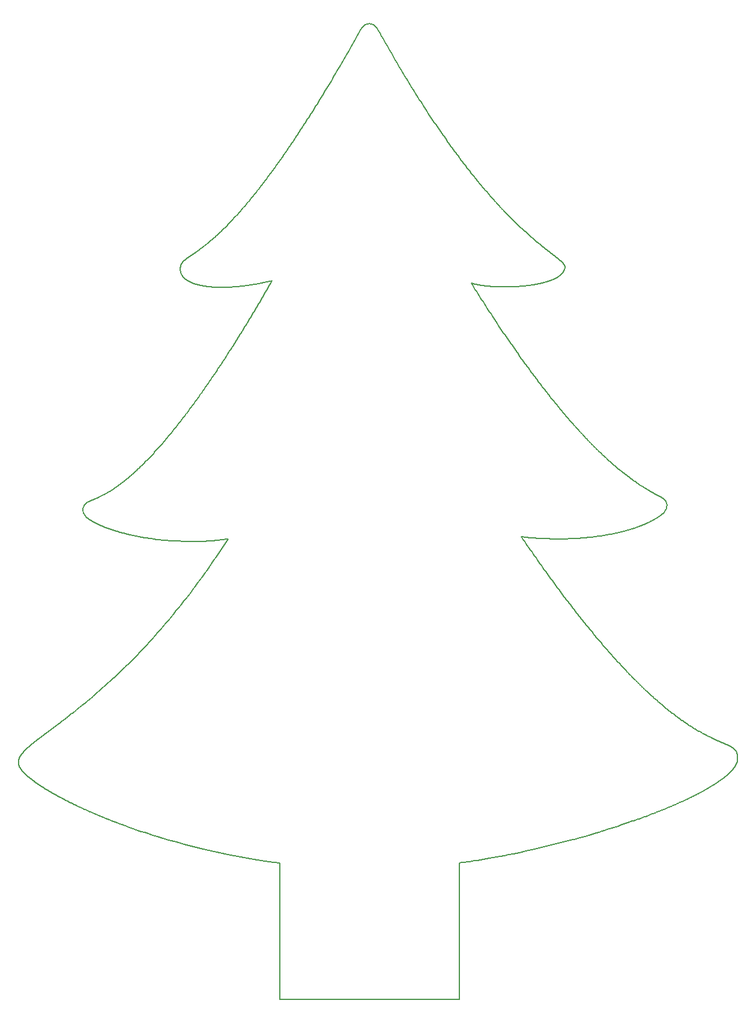
<source format=gbr>
%TF.GenerationSoftware,Altium Limited,Altium Designer,21.4.1 (30)*%
G04 Layer_Color=16711935*
%FSLAX26Y26*%
%MOIN*%
%TF.SameCoordinates,C79CEFAC-E130-474B-83DD-F1A68A00FB65*%
%TF.FilePolarity,Positive*%
%TF.FileFunction,Keep-out,Top*%
%TF.Part,Single*%
G01*
G75*
%TA.AperFunction,NonConductor*%
%ADD40C,0.005000*%
D40*
X-1027906Y859045D02*
G03*
X-934984Y835714I1055586J4007348D01*
G01*
Y835714D02*
G03*
X-648861Y777887I967374J4049673D01*
G01*
X-648861D02*
G03*
X-572224Y765926I670585J4045335D01*
G01*
X906828Y835282D02*
G03*
X1125588Y889996I-1192915J5234234D01*
G01*
X2032929Y1329375D02*
G03*
X2033082Y1330436I-59031J9044D01*
G01*
X2033082Y1330436D02*
G03*
X2033215Y1331494I-58062J7855D01*
G01*
X2033215D02*
G03*
X2033329Y1332548I-58154J6806D01*
G01*
Y1332548D02*
G03*
X2033424Y1333599I-56513J5605D01*
G01*
D02*
G03*
X2033498Y1334647I-56461J4551D01*
G01*
D02*
G03*
X2033553Y1335692I-54695J3398D01*
G01*
X2033553D02*
G03*
X2033589Y1336733I-55716J2416D01*
G01*
X2033589Y1336733D02*
G03*
X2033604Y1337771I-54051J1331D01*
G01*
X2033604Y1337771D02*
G03*
X2033600Y1338806I-53108J297D01*
G01*
X2033600Y1338806D02*
G03*
X2033576Y1339837I-53948J-742D01*
G01*
D02*
G03*
X2033503Y1341378I-52664J-1732D01*
G01*
Y1341378D02*
G03*
X2033385Y1342911I-51095J-3166D01*
G01*
D02*
G03*
X2033281Y1343928I-51446J-4729D01*
G01*
X2032998Y1347906D02*
G03*
X2033281Y1343928I49219J1499D01*
G01*
X2027873Y1373804D02*
G03*
X2027449Y1374749I-45044J-19619D01*
G01*
D02*
G03*
X2027009Y1375681I-44848J-20648D01*
G01*
D02*
G03*
X2026395Y1376901I-43287J-21021D01*
G01*
D02*
G03*
X2022862Y1382664I-43028J-22411D01*
G01*
Y1382664D02*
G03*
X2022266Y1383483I-40151J-28619D01*
G01*
D02*
G03*
X2021652Y1384291I-40098J-29830D01*
G01*
X1840363Y1476925D02*
G03*
X1878445Y1457296I476559J877823D01*
G01*
X1626485Y2704923D02*
G03*
X1616855Y2783462I-33865J35708D01*
G01*
X1501234Y2849158D02*
G03*
X1534900Y2828493I577873J903673D01*
G01*
X748541Y3953985D02*
G03*
X786678Y3954905I-7633J1106828D01*
G01*
X1069404Y4044044D02*
G03*
X1069874Y4044983I-53125J27223D01*
G01*
X1069874Y4044983D02*
G03*
X1070327Y4045926I-52358J25691D01*
G01*
Y4045926D02*
G03*
X1070762Y4046875I-51452J24148D01*
G01*
Y4046875D02*
G03*
X1071178Y4047830I-52108J23303D01*
G01*
Y4047830D02*
G03*
X1071577Y4048790I-52233J22247D01*
G01*
X1071577D02*
G03*
X1072080Y4050078I-52045J21056D01*
G01*
X1072080D02*
G03*
X1072550Y4051376I-52146J19631D01*
G01*
D02*
G03*
X1073092Y4053013I-51900J18083D01*
G01*
D02*
G03*
X1073673Y4054997I-52061J16334D01*
G01*
X1073673Y4054997D02*
G03*
X1074404Y4058014I-52269J14253D01*
G01*
X1074554Y4058701D02*
G03*
X1074404Y4058013I47296J-10729D01*
G01*
X1074554Y4058701D02*
G03*
X1074702Y4059401I-23239J5277D01*
G01*
D02*
G03*
X1074789Y4059867I-22428J4390D01*
G01*
Y4059868D02*
G03*
X1074865Y4060333I-21686J3794D01*
G01*
D02*
G03*
X1074931Y4060798I-22381J3433D01*
G01*
D02*
G03*
X1074988Y4061263I-22533J2975D01*
G01*
D02*
G03*
X1075054Y4061959I-22177J2459D01*
G01*
X1075054Y4061959D02*
G03*
X1075115Y4063119I-21831J1732D01*
G01*
Y4063119D02*
G03*
X1075070Y4065204I-21845J569D01*
G01*
D02*
G03*
X1075011Y4065900I-21737J-1503D01*
G01*
D02*
G03*
X1074929Y4066596I-22000J-2223D01*
G01*
Y4066596D02*
G03*
X1074862Y4067060I-21188J-2802D01*
G01*
Y4067060D02*
G03*
X1074786Y4067525I-22410J-3440D01*
G01*
X1074786D02*
G03*
X1074700Y4067990I-21431J-3731D01*
G01*
X1074700D02*
G03*
X1074604Y4068456I-23378J-4572D01*
G01*
Y4068456D02*
G03*
X1074498Y4068922I-23320J-5041D01*
G01*
X874874Y4241817D02*
G03*
X916043Y4206541I1296516J1471433D01*
G01*
X32466Y5389035D02*
G03*
X-53586Y5389218I-43077J-23797D01*
G01*
X-949989Y4163937D02*
G03*
X-933245Y4176425I-591773J810888D01*
G01*
X-1052767Y4084414D02*
G03*
X-1053376Y4083340I46525J-27079D01*
G01*
Y4083340D02*
G03*
X-1054241Y4081705I46437J-25625D01*
G01*
D02*
G03*
X-1056159Y4077471I47225J-23948D01*
G01*
D02*
G03*
X-1056612Y4076304I49994J-20065D01*
G01*
X-1060721Y4050293D02*
G03*
X-1060722Y4049882I119076J-360D01*
G01*
X-1060715Y4048636D02*
G03*
X-1057858Y4032611I49208J504D01*
G01*
X-1057858D02*
G03*
X-1056204Y4028418I63911J22794D01*
G01*
Y4028418D02*
G03*
X-1055151Y4026107I62835J27230D01*
G01*
X-1055151Y4026107D02*
G03*
X-1054272Y4024334I62558J29904D01*
G01*
Y4024334D02*
G03*
X-1053477Y4022830I62673J32189D01*
G01*
D02*
G03*
X-1052785Y4021590I63098J34369D01*
G01*
D02*
G03*
X-1052067Y4020359I62217J35508D01*
G01*
Y4020359D02*
G03*
X-1051322Y4019140I63080J37690D01*
G01*
X-1509539Y2789118D02*
G03*
X-1487102Y2800333I-252539J533320D01*
G01*
X-1572813Y2761803D02*
G03*
X-1586065Y2681545I20710J-44643D01*
G01*
X-1170104Y2550484D02*
G03*
X-1138437Y2547377I168684J1556029D01*
G01*
X-1138436Y2547376D02*
G03*
X-1011487Y2541361I138002J1569900D01*
G01*
X-1548752Y1679504D02*
G03*
X-1428447Y1786381I-2180929J2576091D01*
G01*
X-1958165Y1325853D02*
G03*
X-1958328Y1324603I54735J-7767D01*
G01*
X-1958328D02*
G03*
X-1958462Y1323355I53186J-6318D01*
G01*
D02*
G03*
X-1958565Y1322107I53017J-5038D01*
G01*
X-1958565Y1322107D02*
G03*
X-1958658Y1320444I53009J-3789D01*
G01*
X-1958658Y1320444D02*
G03*
X-1958500Y1313795I52122J-2086D01*
G01*
X-1958377Y1312023D02*
G03*
X-1958500Y1313795I-49202J-2532D01*
G01*
X-1958377Y1312023D02*
G03*
X-1958334Y1311338I32510J1679D01*
G01*
X-1949963Y1288009D02*
X-1949714Y1287589D01*
X-1949460Y1287168D01*
X-1949204Y1286745D01*
X-1948943Y1286322D01*
X-1948679Y1285897D01*
X-1948412Y1285472D01*
X-1948141Y1285045D01*
X-1947867Y1284617D01*
X-1947589Y1284188D01*
X-1947307Y1283757D01*
X-1947022Y1283326D01*
X-1946733Y1282893D01*
X-1946441Y1282460D01*
X-1946145Y1282025D01*
X-1945846Y1281589D01*
X-1945543Y1281152D01*
X-1945236Y1280714D01*
X-1944927Y1280275D01*
X-1944613Y1279834D01*
X-1944296Y1279393D01*
X-1943976Y1278950D01*
X-1943652Y1278507D01*
X-1943324Y1278062D01*
X-1942993Y1277616D01*
X-1942659Y1277169D01*
X-1942321Y1276721D01*
X-1941979Y1276272D01*
X-1941634Y1275822D01*
X-1941285Y1275370D01*
X-1940933Y1274918D01*
X-1940578Y1274465D01*
X-1940219Y1274010D01*
X-1939856Y1273555D01*
X-1939490Y1273098D01*
X-1939121Y1272640D01*
X-1938748Y1272181D01*
X-1938371Y1271722D01*
X-1937991Y1271261D01*
X-1937608Y1270799D01*
X-1937221Y1270336D01*
X-1936831Y1269872D01*
X-1936437Y1269407D01*
X-1936040Y1268940D01*
X-1935639Y1268473D01*
X-1935235Y1268005D01*
X-1934827Y1267536D01*
X-1934416Y1267065D01*
X-1934002Y1266594D01*
X-1933584Y1266122D01*
X-1933162Y1265648D01*
X-1932737Y1265174D01*
X-1932309Y1264699D01*
X-1931878Y1264222D01*
X-1931442Y1263745D01*
X-1931004Y1263266D01*
X-1930562Y1262787D01*
X-1930116Y1262306D01*
X-1929667Y1261825D01*
X-1929215Y1261342D01*
X-1928759Y1260859D01*
X-1928300Y1260374D01*
X-1927838Y1259889D01*
X-1927372Y1259402D01*
X-1926902Y1258915D01*
X-1926430Y1258427D01*
X-1925954Y1257937D01*
X-1925474Y1257447D01*
X-1924991Y1256956D01*
X-1924505Y1256463D01*
X-1924015Y1255970D01*
X-1923522Y1255476D01*
X-1923025Y1254980D01*
X-1922525Y1254484D01*
X-1922022Y1253987D01*
X-1921515Y1253489D01*
X-1921005Y1252990D01*
X-1920492Y1252490D01*
X-1919975Y1251989D01*
X-1919455Y1251487D01*
X-1918932Y1250984D01*
X-1918405Y1250480D01*
X-1917874Y1249975D01*
X-1917341Y1249470D01*
X-1916804Y1248963D01*
X-1916264Y1248456D01*
X-1915720Y1247947D01*
X-1915173Y1247438D01*
X-1914623Y1246927D01*
X-1914069Y1246416D01*
X-1913512Y1245904D01*
X-1912952Y1245391D01*
X-1912388Y1244877D01*
X-1911821Y1244362D01*
X-1911251Y1243846D01*
X-1910677Y1243330D01*
X-1910100Y1242812D01*
X-1909520Y1242293D01*
X-1908936Y1241774D01*
X-1908349Y1241254D01*
X-1907759Y1240733D01*
X-1907165Y1240211D01*
X-1906569Y1239688D01*
X-1905968Y1239164D01*
X-1905365Y1238639D01*
X-1904758Y1238113D01*
X-1904148Y1237587D01*
X-1903535Y1237060D01*
X-1902918Y1236532D01*
X-1902298Y1236002D01*
X-1901675Y1235473D01*
X-1901048Y1234942D01*
X-1900418Y1234410D01*
X-1899785Y1233878D01*
X-1899149Y1233344D01*
X-1898509Y1232810D01*
X-1897867Y1232275D01*
X-1897220Y1231739D01*
X-1896571Y1231202D01*
X-1895918Y1230665D01*
X-1895262Y1230126D01*
X-1894603Y1229587D01*
X-1893940Y1229047D01*
X-1893275Y1228506D01*
X-1892606Y1227965D01*
X-1891934Y1227422D01*
X-1891258Y1226879D01*
X-1890579Y1226334D01*
X-1889898Y1225789D01*
X-1888524Y1224697D01*
X-1887137Y1223601D01*
X-1885738Y1222502D01*
X-1884326Y1221400D01*
X-1882900Y1220295D01*
X-1881462Y1219187D01*
X-1880012Y1218075D01*
X-1878548Y1216961D01*
X-1877072Y1215843D01*
X-1875582Y1214723D01*
X-1874081Y1213599D01*
X-1872566Y1212472D01*
X-1871039Y1211342D01*
X-1869499Y1210210D01*
X-1867946Y1209074D01*
X-1866381Y1207936D01*
X-1864803Y1206794D01*
X-1863212Y1205650D01*
X-1861609Y1204503D01*
X-1859994Y1203353D01*
X-1858366Y1202200D01*
X-1856725Y1201044D01*
X-1855072Y1199886D01*
X-1853406Y1198725D01*
X-1851728Y1197561D01*
X-1850038Y1196395D01*
X-1848335Y1195225D01*
X-1846620Y1194053D01*
X-1844892Y1192879D01*
X-1843152Y1191702D01*
X-1841400Y1190522D01*
X-1839635Y1189339D01*
X-1837859Y1188155D01*
X-1836070Y1186967D01*
X-1834268Y1185777D01*
X-1832455Y1184585D01*
X-1830629Y1183390D01*
X-1828791Y1182192D01*
X-1826941Y1180993D01*
X-1825079Y1179791D01*
X-1823205Y1178586D01*
X-1821318Y1177379D01*
X-1819420Y1176170D01*
X-1817509Y1174958D01*
X-1815587Y1173744D01*
X-1813652Y1172528D01*
X-1811706Y1171310D01*
X-1809748Y1170089D01*
X-1807777Y1168866D01*
X-1805795Y1167641D01*
X-1803801Y1166414D01*
X-1801795Y1165185D01*
X-1799777Y1163953D01*
X-1797747Y1162719D01*
X-1795706Y1161484D01*
X-1793652Y1160246D01*
X-1791587Y1159006D01*
X-1789510Y1157765D01*
X-1787422Y1156521D01*
X-1785321Y1155275D01*
X-1783209Y1154027D01*
X-1781086Y1152778D01*
X-1778950Y1151526D01*
X-1776803Y1150273D01*
X-1774645Y1149018D01*
X-1772475Y1147761D01*
X-1770293Y1146502D01*
X-1768100Y1145241D01*
X-1765895Y1143978D01*
X-1763679Y1142714D01*
X-1761451Y1141448D01*
X-1759212Y1140180D01*
X-1756961Y1138911D01*
X-1754699Y1137640D01*
X-1752426Y1136367D01*
X-1750141Y1135093D01*
X-1747845Y1133817D01*
X-1744379Y1131900D01*
X-1740888Y1129979D01*
X-1737372Y1128056D01*
X-1733830Y1126129D01*
X-1730264Y1124198D01*
X-1726672Y1122264D01*
X-1723055Y1120328D01*
X-1719413Y1118388D01*
X-1715746Y1116445D01*
X-1712054Y1114499D01*
X-1708338Y1112551D01*
X-1704596Y1110600D01*
X-1700830Y1108646D01*
X-1697040Y1106689D01*
X-1693225Y1104730D01*
X-1689385Y1102768D01*
X-1685522Y1100804D01*
X-1681633Y1098838D01*
X-1677721Y1096870D01*
X-1673785Y1094899D01*
X-1669824Y1092926D01*
X-1665840Y1090951D01*
X-1661831Y1088974D01*
X-1657799Y1086995D01*
X-1653743Y1085015D01*
X-1649663Y1083033D01*
X-1645559Y1081049D01*
X-1641432Y1079063D01*
X-1637281Y1077076D01*
X-1633107Y1075088D01*
X-1627505Y1072434D01*
X-1621862Y1069778D01*
X-1616178Y1067120D01*
X-1610452Y1064461D01*
X-1604686Y1061799D01*
X-1598879Y1059136D01*
X-1593031Y1056471D01*
X-1587143Y1053806D01*
X-1581215Y1051139D01*
X-1575247Y1048471D01*
X-1569239Y1045803D01*
X-1563191Y1043134D01*
X-1557103Y1040464D01*
X-1550977Y1037795D01*
X-1544811Y1035125D01*
X-1537049Y1031788D01*
X-1529226Y1028452D01*
X-1521342Y1025117D01*
X-1513399Y1021783D01*
X-1505396Y1018450D01*
X-1497334Y1015120D01*
X-1489212Y1011791D01*
X-1481032Y1008466D01*
X-1472794Y1005143D01*
X-1462831Y1001160D01*
X-1452785Y997182D01*
X-1442657Y993210D01*
X-1432447Y989244D01*
X-1422156Y985286D01*
X-1410047Y980678D01*
X-1397829Y976080D01*
X-1385504Y971495D01*
X-1373071Y966923D01*
X-1358731Y961716D01*
X-1344255Y956528D01*
X-1329641Y951361D01*
X-1313041Y945575D01*
X-1296271Y939820D01*
X-1277443Y933463D01*
X-1258411Y927150D01*
X-1237245Y920257D01*
X-1213881Y912805D01*
X-1188254Y904816D01*
X-1158283Y895713D01*
X-1123807Y885559D01*
X-1082571Y873850D01*
X-1027906Y859045D01*
X-572224Y765926D02*
X-509060Y757186D01*
Y3000D02*
Y757186D01*
Y3000D02*
X488047D01*
Y758118D01*
X503773Y760319D01*
X517266Y762254D01*
X530771Y764233D01*
X544287Y766256D01*
X557812Y768323D01*
X573603Y770788D01*
X589403Y773311D01*
X605212Y775891D01*
X621026Y778527D01*
X639105Y781608D01*
X657186Y784761D01*
X675267Y787983D01*
X695605Y791692D01*
X715935Y795486D01*
X738511Y799802D01*
X763321Y804667D01*
X790351Y810112D01*
X821827Y816641D01*
X857704Y824331D01*
X906828Y835282D01*
X1125588Y889996D02*
X1157548Y898817D01*
X1185025Y906576D01*
X1208103Y913219D01*
X1228942Y919318D01*
X1247577Y924854D01*
X1264042Y929811D01*
X1280411Y934801D01*
X1294653Y939193D01*
X1308817Y943608D01*
X1322902Y948047D01*
X1334911Y951869D01*
X1346858Y955706D01*
X1358744Y959559D01*
X1370566Y963427D01*
X1382324Y967309D01*
X1392072Y970555D01*
X1401774Y973810D01*
X1411430Y977075D01*
X1421037Y980348D01*
X1430597Y983630D01*
X1440107Y986920D01*
X1449569Y990218D01*
X1457101Y992862D01*
X1464601Y995511D01*
X1472069Y998165D01*
X1479503Y1000824D01*
X1486903Y1003487D01*
X1494270Y1006154D01*
X1501603Y1008825D01*
X1508901Y1011501D01*
X1516164Y1014180D01*
X1523391Y1016863D01*
X1530583Y1019550D01*
X1537740Y1022240D01*
X1544859Y1024934D01*
X1551943Y1027631D01*
X1558989Y1030331D01*
X1564249Y1032358D01*
X1569488Y1034386D01*
X1574706Y1036416D01*
X1579902Y1038448D01*
X1585076Y1040481D01*
X1590229Y1042515D01*
X1595360Y1044551D01*
X1600469Y1046588D01*
X1605556Y1048627D01*
X1610621Y1050666D01*
X1615662Y1052706D01*
X1620682Y1054748D01*
X1625678Y1056790D01*
X1630652Y1058834D01*
X1635603Y1060878D01*
X1640530Y1062923D01*
X1645434Y1064969D01*
X1650315Y1067015D01*
X1655172Y1069062D01*
X1660005Y1071110D01*
X1664814Y1073159D01*
X1669600Y1075207D01*
X1674361Y1077256D01*
X1679097Y1079306D01*
X1683809Y1081356D01*
X1688496Y1083406D01*
X1693159Y1085456D01*
X1697797Y1087506D01*
X1702409Y1089556D01*
X1706996Y1091607D01*
X1711558Y1093657D01*
X1716095Y1095707D01*
X1719105Y1097074D01*
X1722103Y1098441D01*
X1725090Y1099807D01*
X1728066Y1101174D01*
X1731030Y1102540D01*
X1733982Y1103906D01*
X1736922Y1105272D01*
X1739851Y1106637D01*
X1742768Y1108003D01*
X1745674Y1109368D01*
X1748567Y1110733D01*
X1751448Y1112098D01*
X1754318Y1113463D01*
X1757176Y1114827D01*
X1760021Y1116191D01*
X1762855Y1117554D01*
X1765676Y1118917D01*
X1768485Y1120280D01*
X1771282Y1121643D01*
X1774067Y1123005D01*
X1776840Y1124367D01*
X1779600Y1125728D01*
X1782348Y1127089D01*
X1785083Y1128449D01*
X1787806Y1129809D01*
X1790517Y1131168D01*
X1793215Y1132527D01*
X1795900Y1133885D01*
X1798573Y1135243D01*
X1801233Y1136600D01*
X1803880Y1137957D01*
X1806515Y1139313D01*
X1809136Y1140668D01*
X1811745Y1142023D01*
X1814341Y1143377D01*
X1816925Y1144730D01*
X1819495Y1146083D01*
X1822052Y1147435D01*
X1824596Y1148786D01*
X1827127Y1150137D01*
X1829645Y1151487D01*
X1832149Y1152836D01*
X1834640Y1154184D01*
X1837119Y1155532D01*
X1839583Y1156878D01*
X1842035Y1158224D01*
X1844473Y1159569D01*
X1846897Y1160913D01*
X1849308Y1162256D01*
X1851706Y1163599D01*
X1854090Y1164940D01*
X1856460Y1166280D01*
X1858817Y1167620D01*
X1861159Y1168958D01*
X1863489Y1170296D01*
X1865804Y1171632D01*
X1868106Y1172968D01*
X1870393Y1174302D01*
X1872667Y1175636D01*
X1874927Y1176968D01*
X1877172Y1178299D01*
X1879404Y1179629D01*
X1881622Y1180958D01*
X1883825Y1182286D01*
X1886014Y1183613D01*
X1888189Y1184938D01*
X1890350Y1186262D01*
X1892496Y1187585D01*
X1894628Y1188907D01*
X1896746Y1190228D01*
X1898849Y1191547D01*
X1900938Y1192865D01*
X1903012Y1194182D01*
X1905072Y1195498D01*
X1907117Y1196812D01*
X1909147Y1198124D01*
X1911163Y1199436D01*
X1913163Y1200746D01*
X1915149Y1202054D01*
X1917121Y1203362D01*
X1919077Y1204668D01*
X1921018Y1205972D01*
X1922945Y1207275D01*
X1924856Y1208576D01*
X1926753Y1209876D01*
X1928634Y1211174D01*
X1930500Y1212471D01*
X1932351Y1213766D01*
X1934187Y1215060D01*
X1936007Y1216352D01*
X1937812Y1217643D01*
X1939602Y1218932D01*
X1941376Y1220219D01*
X1942258Y1220862D01*
X1943135Y1221505D01*
X1944009Y1222147D01*
X1944879Y1222789D01*
X1945745Y1223430D01*
X1946607Y1224071D01*
X1947465Y1224711D01*
X1948319Y1225351D01*
X1949169Y1225991D01*
X1950016Y1226630D01*
X1950858Y1227269D01*
X1951697Y1227908D01*
X1952532Y1228545D01*
X1953362Y1229183D01*
X1954189Y1229820D01*
X1955012Y1230456D01*
X1955831Y1231092D01*
X1956646Y1231728D01*
X1957457Y1232363D01*
X1958264Y1232998D01*
X1959067Y1233632D01*
X1959866Y1234266D01*
X1960661Y1234900D01*
X1961452Y1235533D01*
X1962239Y1236165D01*
X1963022Y1236797D01*
X1963801Y1237429D01*
X1964576Y1238060D01*
X1965348Y1238690D01*
X1966115Y1239320D01*
X1966878Y1239950D01*
X1967637Y1240579D01*
X1968392Y1241208D01*
X1969143Y1241836D01*
X1969889Y1242464D01*
X1970632Y1243091D01*
X1971371Y1243718D01*
X1972106Y1244344D01*
X1972836Y1244970D01*
X1973563Y1245595D01*
X1974286Y1246220D01*
X1975004Y1246844D01*
X1975718Y1247468D01*
X1976429Y1248091D01*
X1977135Y1248714D01*
X1977837Y1249336D01*
X1978535Y1249958D01*
X1979229Y1250579D01*
X1979918Y1251200D01*
X1980604Y1251820D01*
X1981285Y1252439D01*
X1981963Y1253059D01*
X1982636Y1253677D01*
X1983305Y1254295D01*
X1983970Y1254913D01*
X1984630Y1255530D01*
X1985287Y1256146D01*
X1985939Y1256762D01*
X1986588Y1257378D01*
X1987232Y1257993D01*
X1987871Y1258607D01*
X1988507Y1259221D01*
X1989139Y1259834D01*
X1989766Y1260447D01*
X1990389Y1261059D01*
X1991008Y1261670D01*
X1991622Y1262282D01*
X1992233Y1262892D01*
X1992839Y1263502D01*
X1993441Y1264111D01*
X1994038Y1264720D01*
X1994632Y1265328D01*
X1995221Y1265936D01*
X1995806Y1266543D01*
X1996387Y1267150D01*
X1996963Y1267756D01*
X1997535Y1268361D01*
X1998103Y1268966D01*
X1998666Y1269570D01*
X1999226Y1270174D01*
X1999781Y1270777D01*
X2000331Y1271380D01*
X2000878Y1271982D01*
X2001420Y1272583D01*
X2001958Y1273184D01*
X2002491Y1273784D01*
X2003020Y1274383D01*
X2003545Y1274982D01*
X2004065Y1275581D01*
X2004581Y1276178D01*
X2005093Y1276775D01*
X2005601Y1277372D01*
X2006103Y1277968D01*
X2006602Y1278563D01*
X2007097Y1279158D01*
X2007586Y1279752D01*
X2008072Y1280345D01*
X2008553Y1280938D01*
X2009030Y1281531D01*
X2009502Y1282122D01*
X2009970Y1282713D01*
X2010434Y1283303D01*
X2010893Y1283893D01*
X2011348Y1284482D01*
X2011798Y1285071D01*
X2012244Y1285659D01*
X2012685Y1286246D01*
X2013122Y1286832D01*
X2013555Y1287418D01*
X2013983Y1288004D01*
X2014406Y1288588D01*
X2014826Y1289172D01*
X2015240Y1289755D01*
X2015651Y1290338D01*
X2016056Y1290920D01*
X2016458Y1291501D01*
X2016854Y1292082D01*
X2017247Y1292662D01*
X2017634Y1293242D01*
X2018018Y1293820D01*
X2018397Y1294398D01*
X2018771Y1294976D01*
X2019140Y1295552D01*
X2019506Y1296128D01*
X2019866Y1296704D01*
X2020223Y1297278D01*
X2020574Y1297852D01*
X2020921Y1298426D01*
X2021264Y1298998D01*
X2021602Y1299570D01*
X2021935Y1300141D01*
X2022264Y1300712D01*
X2022588Y1301282D01*
X2022908Y1301851D01*
X2023223Y1302419D01*
X2023533Y1302987D01*
X2023839Y1303554D01*
X2024140Y1304120D01*
X2024437Y1304686D01*
X2024729Y1305251D01*
X2025016Y1305815D01*
X2025299Y1306379D01*
X2025577Y1306942D01*
X2025851Y1307504D01*
X2026120Y1308065D01*
X2026384Y1308626D01*
X2026644Y1309186D01*
X2026899Y1309745D01*
X2027149Y1310303D01*
X2027395Y1310861D01*
X2027636Y1311418D01*
X2027872Y1311974D01*
X2028103Y1312530D01*
X2028330Y1313085D01*
X2028552Y1313639D01*
X2028770Y1314192D01*
X2028983Y1314745D01*
X2029191Y1315296D01*
X2029394Y1315848D01*
X2029593Y1316398D01*
X2029787Y1316947D01*
X2029976Y1317496D01*
X2030160Y1318044D01*
X2030340Y1318592D01*
X2030515Y1319138D01*
X2030685Y1319684D01*
X2030851Y1320229D01*
X2031011Y1320773D01*
X2031167Y1321317D01*
X2031318Y1321860D01*
X2031465Y1322401D01*
X2031606Y1322943D01*
X2031743Y1323483D01*
X2031875Y1324023D01*
X2032002Y1324561D01*
X2032124Y1325099D01*
X2032242Y1325637D01*
X2032355Y1326173D01*
X2032463Y1326709D01*
X2032566Y1327244D01*
X2032664Y1327778D01*
X2032757Y1328311D01*
X2032929Y1329375D01*
X2032967Y1348808D02*
X2032998Y1347906D01*
X2032949Y1349256D02*
X2032967Y1348808D01*
X2032929Y1349701D02*
X2032949Y1349256D01*
X2032907Y1350143D02*
X2032929Y1349701D01*
X2032884Y1350583D02*
X2032907Y1350143D01*
X2032858Y1351022D02*
X2032884Y1350583D01*
X2032831Y1351457D02*
X2032858Y1351022D01*
X2032802Y1351890D02*
X2032831Y1351457D01*
X2032772Y1352322D02*
X2032802Y1351890D01*
X2032739Y1352750D02*
X2032772Y1352322D01*
X2032705Y1353177D02*
X2032739Y1352750D01*
X2032669Y1353601D02*
X2032705Y1353177D01*
X2032631Y1354023D02*
X2032669Y1353601D01*
X2032591Y1354443D02*
X2032631Y1354023D01*
X2032550Y1354860D02*
X2032591Y1354443D01*
X2032507Y1355276D02*
X2032550Y1354860D01*
X2032462Y1355689D02*
X2032507Y1355276D01*
X2032415Y1356100D02*
X2032462Y1355689D01*
X2032366Y1356509D02*
X2032415Y1356100D01*
X2032316Y1356915D02*
X2032366Y1356509D01*
X2032263Y1357320D02*
X2032316Y1356915D01*
X2032209Y1357722D02*
X2032263Y1357320D01*
X2032153Y1358122D02*
X2032209Y1357722D01*
X2032096Y1358520D02*
X2032153Y1358122D01*
X2032036Y1358916D02*
X2032096Y1358520D01*
X2031975Y1359310D02*
X2032036Y1358916D01*
X2031912Y1359702D02*
X2031975Y1359310D01*
X2031847Y1360092D02*
X2031912Y1359702D01*
X2031780Y1360479D02*
X2031847Y1360092D01*
X2031711Y1360865D02*
X2031780Y1360479D01*
X2031641Y1361249D02*
X2031711Y1360865D01*
X2031569Y1361630D02*
X2031641Y1361249D01*
X2031495Y1362010D02*
X2031569Y1361630D01*
X2031418Y1362388D02*
X2031495Y1362010D01*
X2031341Y1362763D02*
X2031418Y1362388D01*
X2031261Y1363137D02*
X2031341Y1362763D01*
X2031180Y1363508D02*
X2031261Y1363137D01*
X2031096Y1363878D02*
X2031180Y1363508D01*
X2031011Y1364246D02*
X2031096Y1363878D01*
X2030924Y1364612D02*
X2031011Y1364246D01*
X2030835Y1364976D02*
X2030924Y1364612D01*
X2030745Y1365338D02*
X2030835Y1364976D01*
X2030652Y1365698D02*
X2030745Y1365338D01*
X2030558Y1366056D02*
X2030652Y1365698D01*
X2030462Y1366412D02*
X2030558Y1366056D01*
X2030264Y1367120D02*
X2030462Y1366412D01*
X2030058Y1367820D02*
X2030264Y1367120D01*
X2029846Y1368512D02*
X2030058Y1367820D01*
X2029625Y1369198D02*
X2029846Y1368512D01*
X2029398Y1369876D02*
X2029625Y1369198D01*
X2029162Y1370548D02*
X2029398Y1369876D01*
X2028919Y1371212D02*
X2029162Y1370548D01*
X2028669Y1371870D02*
X2028919Y1371212D01*
X2028411Y1372522D02*
X2028669Y1371870D01*
X2028146Y1373166D02*
X2028411Y1372522D01*
X2027873Y1373804D02*
X2028146Y1373166D01*
X2021232Y1384824D02*
X2021652Y1384291D01*
X2020805Y1385353D02*
X2021232Y1384824D01*
X2020370Y1385877D02*
X2020805Y1385353D01*
X2019928Y1386396D02*
X2020370Y1385877D01*
X2019477Y1386911D02*
X2019928Y1386396D01*
X2019018Y1387422D02*
X2019477Y1386911D01*
X2018551Y1387929D02*
X2019018Y1387422D01*
X2018077Y1388432D02*
X2018551Y1387929D01*
X2017594Y1388931D02*
X2018077Y1388432D01*
X2017104Y1389426D02*
X2017594Y1388931D01*
X2016606Y1389917D02*
X2017104Y1389426D01*
X2016353Y1390162D02*
X2016606Y1389917D01*
X2016099Y1390405D02*
X2016353Y1390162D01*
X2015843Y1390648D02*
X2016099Y1390405D01*
X2015585Y1390889D02*
X2015843Y1390648D01*
X2015325Y1391130D02*
X2015585Y1390889D01*
X2015062Y1391370D02*
X2015325Y1391130D01*
X2014798Y1391609D02*
X2015062Y1391370D01*
X2014532Y1391847D02*
X2014798Y1391609D01*
X2014264Y1392085D02*
X2014532Y1391847D01*
X2013993Y1392321D02*
X2014264Y1392085D01*
X2013721Y1392557D02*
X2013993Y1392321D01*
X2013447Y1392792D02*
X2013721Y1392557D01*
X2013170Y1393026D02*
X2013447Y1392792D01*
X2012892Y1393260D02*
X2013170Y1393026D01*
X2012612Y1393493D02*
X2012892Y1393260D01*
X2012329Y1393725D02*
X2012612Y1393493D01*
X2012045Y1393956D02*
X2012329Y1393725D01*
X2011758Y1394187D02*
X2012045Y1393956D01*
X2011470Y1394417D02*
X2011758Y1394187D01*
X2011179Y1394646D02*
X2011470Y1394417D01*
X2010887Y1394874D02*
X2011179Y1394646D01*
X2010592Y1395102D02*
X2010887Y1394874D01*
X2010296Y1395329D02*
X2010592Y1395102D01*
X2009997Y1395556D02*
X2010296Y1395329D01*
X2009696Y1395782D02*
X2009997Y1395556D01*
X2009394Y1396007D02*
X2009696Y1395782D01*
X2009089Y1396232D02*
X2009394Y1396007D01*
X2008782Y1396456D02*
X2009089Y1396232D01*
X2008473Y1396680D02*
X2008782Y1396456D01*
X2008162Y1396903D02*
X2008473Y1396680D01*
X2007849Y1397125D02*
X2008162Y1396903D01*
X2007534Y1397347D02*
X2007849Y1397125D01*
X2007217Y1397568D02*
X2007534Y1397347D01*
X2006898Y1397789D02*
X2007217Y1397568D01*
X2006576Y1398009D02*
X2006898Y1397789D01*
X2006253Y1398229D02*
X2006576Y1398009D01*
X2005928Y1398449D02*
X2006253Y1398229D01*
X2005601Y1398667D02*
X2005928Y1398449D01*
X2005271Y1398886D02*
X2005601Y1398667D01*
X2004939Y1399104D02*
X2005271Y1398886D01*
X2004606Y1399321D02*
X2004939Y1399104D01*
X2004270Y1399538D02*
X2004606Y1399321D01*
X2003932Y1399755D02*
X2004270Y1399538D01*
X2003592Y1399971D02*
X2003932Y1399755D01*
X2003251Y1400187D02*
X2003592Y1399971D01*
X2002907Y1400403D02*
X2003251Y1400187D01*
X2002561Y1400618D02*
X2002907Y1400403D01*
X2002212Y1400832D02*
X2002561Y1400618D01*
X2001862Y1401047D02*
X2002212Y1400832D01*
X2001510Y1401261D02*
X2001862Y1401047D01*
X2001155Y1401475D02*
X2001510Y1401261D01*
X2000799Y1401688D02*
X2001155Y1401475D01*
X2000440Y1401901D02*
X2000799Y1401688D01*
X2000080Y1402114D02*
X2000440Y1401901D01*
X1999717Y1402327D02*
X2000080Y1402114D01*
X1999352Y1402539D02*
X1999717Y1402327D01*
X1998985Y1402751D02*
X1999352Y1402539D01*
X1998616Y1402963D02*
X1998985Y1402751D01*
X1998245Y1403174D02*
X1998616Y1402963D01*
X1997871Y1403386D02*
X1998245Y1403174D01*
X1997496Y1403597D02*
X1997871Y1403386D01*
X1997118Y1403808D02*
X1997496Y1403597D01*
X1996739Y1404019D02*
X1997118Y1403808D01*
X1996357Y1404229D02*
X1996739Y1404019D01*
X1995973Y1404440D02*
X1996357Y1404229D01*
X1995587Y1404650D02*
X1995973Y1404440D01*
X1995199Y1404860D02*
X1995587Y1404650D01*
X1994809Y1405071D02*
X1995199Y1404860D01*
X1994416Y1405281D02*
X1994809Y1405071D01*
X1994022Y1405490D02*
X1994416Y1405281D01*
X1993625Y1405700D02*
X1994022Y1405490D01*
X1993227Y1405910D02*
X1993625Y1405700D01*
X1992826Y1406120D02*
X1993227Y1405910D01*
X1992423Y1406329D02*
X1992826Y1406120D01*
X1992018Y1406539D02*
X1992423Y1406329D01*
X1991610Y1406748D02*
X1992018Y1406539D01*
X1991201Y1406958D02*
X1991610Y1406748D01*
X1990790Y1407167D02*
X1991201Y1406958D01*
X1990376Y1407377D02*
X1990790Y1407167D01*
X1989960Y1407586D02*
X1990376Y1407377D01*
X1989542Y1407796D02*
X1989960Y1407586D01*
X1989122Y1408005D02*
X1989542Y1407796D01*
X1988700Y1408215D02*
X1989122Y1408005D01*
X1988275Y1408425D02*
X1988700Y1408215D01*
X1987849Y1408635D02*
X1988275Y1408425D01*
X1987420Y1408845D02*
X1987849Y1408635D01*
X1986989Y1409055D02*
X1987420Y1408845D01*
X1986556Y1409265D02*
X1986989Y1409055D01*
X1986121Y1409475D02*
X1986556Y1409265D01*
X1985684Y1409686D02*
X1986121Y1409475D01*
X1985245Y1409896D02*
X1985684Y1409686D01*
X1984803Y1410107D02*
X1985245Y1409896D01*
X1984359Y1410318D02*
X1984803Y1410107D01*
X1983913Y1410529D02*
X1984359Y1410318D01*
X1983465Y1410740D02*
X1983913Y1410529D01*
X1983015Y1410951D02*
X1983465Y1410740D01*
X1982562Y1411163D02*
X1983015Y1410951D01*
X1982108Y1411375D02*
X1982562Y1411163D01*
X1981651Y1411587D02*
X1982108Y1411375D01*
X1981192Y1411800D02*
X1981651Y1411587D01*
X1980730Y1412012D02*
X1981192Y1411800D01*
X1980267Y1412225D02*
X1980730Y1412012D01*
X1979802Y1412439D02*
X1980267Y1412225D01*
X1979334Y1412652D02*
X1979802Y1412439D01*
X1978864Y1412866D02*
X1979334Y1412652D01*
X1978392Y1413080D02*
X1978864Y1412866D01*
X1977918Y1413295D02*
X1978392Y1413080D01*
X1977441Y1413510D02*
X1977918Y1413295D01*
X1976962Y1413725D02*
X1977441Y1413510D01*
X1976482Y1413941D02*
X1976962Y1413725D01*
X1975998Y1414157D02*
X1976482Y1413941D01*
X1975513Y1414373D02*
X1975998Y1414157D01*
X1975026Y1414590D02*
X1975513Y1414373D01*
X1974536Y1414807D02*
X1975026Y1414590D01*
X1974044Y1415025D02*
X1974536Y1414807D01*
X1973550Y1415243D02*
X1974044Y1415025D01*
X1973054Y1415462D02*
X1973550Y1415243D01*
X1972555Y1415681D02*
X1973054Y1415462D01*
X1972054Y1415900D02*
X1972555Y1415681D01*
X1971552Y1416120D02*
X1972054Y1415900D01*
X1971046Y1416341D02*
X1971552Y1416120D01*
X1970539Y1416562D02*
X1971046Y1416341D01*
X1970030Y1416783D02*
X1970539Y1416562D01*
X1969518Y1417005D02*
X1970030Y1416783D01*
X1969004Y1417228D02*
X1969518Y1417005D01*
X1968487Y1417451D02*
X1969004Y1417228D01*
X1967969Y1417675D02*
X1968487Y1417451D01*
X1967448Y1417900D02*
X1967969Y1417675D01*
X1966925Y1418125D02*
X1967448Y1417900D01*
X1966400Y1418350D02*
X1966925Y1418125D01*
X1965873Y1418576D02*
X1966400Y1418350D01*
X1965343Y1418803D02*
X1965873Y1418576D01*
X1964811Y1419031D02*
X1965343Y1418803D01*
X1964277Y1419259D02*
X1964811Y1419031D01*
X1963741Y1419488D02*
X1964277Y1419259D01*
X1963202Y1419717D02*
X1963741Y1419488D01*
X1962661Y1419947D02*
X1963202Y1419717D01*
X1962118Y1420178D02*
X1962661Y1419947D01*
X1961573Y1420410D02*
X1962118Y1420178D01*
X1961025Y1420642D02*
X1961573Y1420410D01*
X1960475Y1420876D02*
X1961025Y1420642D01*
X1959923Y1421109D02*
X1960475Y1420876D01*
X1959369Y1421344D02*
X1959923Y1421109D01*
X1958812Y1421579D02*
X1959369Y1421344D01*
X1958254Y1421815D02*
X1958812Y1421579D01*
X1957692Y1422053D02*
X1958254Y1421815D01*
X1957129Y1422290D02*
X1957692Y1422053D01*
X1956563Y1422529D02*
X1957129Y1422290D01*
X1955995Y1422768D02*
X1956563Y1422529D01*
X1955425Y1423009D02*
X1955995Y1422768D01*
X1954853Y1423250D02*
X1955425Y1423009D01*
X1954278Y1423492D02*
X1954853Y1423250D01*
X1953701Y1423735D02*
X1954278Y1423492D01*
X1953122Y1423978D02*
X1953701Y1423735D01*
X1952540Y1424223D02*
X1953122Y1423978D01*
X1951956Y1424469D02*
X1952540Y1424223D01*
X1951370Y1424715D02*
X1951956Y1424469D01*
X1950782Y1424963D02*
X1951370Y1424715D01*
X1950191Y1425211D02*
X1950782Y1424963D01*
X1949598Y1425461D02*
X1950191Y1425211D01*
X1949003Y1425711D02*
X1949598Y1425461D01*
X1948405Y1425962D02*
X1949003Y1425711D01*
X1947805Y1426215D02*
X1948405Y1425962D01*
X1947203Y1426468D02*
X1947805Y1426215D01*
X1946599Y1426723D02*
X1947203Y1426468D01*
X1945992Y1426978D02*
X1946599Y1426723D01*
X1945383Y1427234D02*
X1945992Y1426978D01*
X1944772Y1427492D02*
X1945383Y1427234D01*
X1944158Y1427751D02*
X1944772Y1427492D01*
X1943542Y1428010D02*
X1944158Y1427751D01*
X1942924Y1428271D02*
X1943542Y1428010D01*
X1942303Y1428533D02*
X1942924Y1428271D01*
X1941681Y1428796D02*
X1942303Y1428533D01*
X1941055Y1429060D02*
X1941681Y1428796D01*
X1940428Y1429325D02*
X1941055Y1429060D01*
X1939798Y1429592D02*
X1940428Y1429325D01*
X1939166Y1429859D02*
X1939798Y1429592D01*
X1938532Y1430128D02*
X1939166Y1429859D01*
X1937895Y1430398D02*
X1938532Y1430128D01*
X1937256Y1430669D02*
X1937895Y1430398D01*
X1936614Y1430942D02*
X1937256Y1430669D01*
X1935971Y1431215D02*
X1936614Y1430942D01*
X1935325Y1431490D02*
X1935971Y1431215D01*
X1934676Y1431766D02*
X1935325Y1431490D01*
X1934025Y1432043D02*
X1934676Y1431766D01*
X1933372Y1432322D02*
X1934025Y1432043D01*
X1932717Y1432602D02*
X1933372Y1432322D01*
X1932059Y1432883D02*
X1932717Y1432602D01*
X1931399Y1433166D02*
X1932059Y1432883D01*
X1930737Y1433449D02*
X1931399Y1433166D01*
X1930072Y1433735D02*
X1930737Y1433449D01*
X1929405Y1434021D02*
X1930072Y1433735D01*
X1928736Y1434309D02*
X1929405Y1434021D01*
X1928064Y1434598D02*
X1928736Y1434309D01*
X1927390Y1434889D02*
X1928064Y1434598D01*
X1926713Y1435181D02*
X1927390Y1434889D01*
X1926034Y1435474D02*
X1926713Y1435181D01*
X1925353Y1435769D02*
X1926034Y1435474D01*
X1924670Y1436065D02*
X1925353Y1435769D01*
X1923984Y1436363D02*
X1924670Y1436065D01*
X1923295Y1436662D02*
X1923984Y1436363D01*
X1922605Y1436962D02*
X1923295Y1436662D01*
X1921912Y1437264D02*
X1922605Y1436962D01*
X1921216Y1437568D02*
X1921912Y1437264D01*
X1920519Y1437873D02*
X1921216Y1437568D01*
X1919819Y1438179D02*
X1920519Y1437873D01*
X1919116Y1438487D02*
X1919819Y1438179D01*
X1918411Y1438797D02*
X1919116Y1438487D01*
X1917704Y1439108D02*
X1918411Y1438797D01*
X1916995Y1439421D02*
X1917704Y1439108D01*
X1916283Y1439735D02*
X1916995Y1439421D01*
X1914851Y1440368D02*
X1916283Y1439735D01*
X1913411Y1441008D02*
X1914851Y1440368D01*
X1911961Y1441654D02*
X1913411Y1441008D01*
X1910501Y1442306D02*
X1911961Y1441654D01*
X1909032Y1442966D02*
X1910501Y1442306D01*
X1907553Y1443632D02*
X1909032Y1442966D01*
X1906064Y1444305D02*
X1907553Y1443632D01*
X1904566Y1444985D02*
X1906064Y1444305D01*
X1903058Y1445672D02*
X1904566Y1444985D01*
X1901541Y1446366D02*
X1903058Y1445672D01*
X1899247Y1447421D02*
X1901541Y1446366D01*
X1896930Y1448493D02*
X1899247Y1447421D01*
X1894593Y1449582D02*
X1896930Y1448493D01*
X1891441Y1451060D02*
X1894593Y1449582D01*
X1888251Y1452570D02*
X1891441Y1451060D01*
X1884208Y1454503D02*
X1888251Y1452570D01*
X1878445Y1457296D02*
X1884208Y1454503D01*
X1833722Y1480561D02*
X1840363Y1476924D01*
X1827929Y1483785D02*
X1833722Y1480561D01*
X1822044Y1487111D02*
X1827929Y1483785D01*
X1817069Y1489961D02*
X1822044Y1487111D01*
X1812030Y1492885D02*
X1817069Y1489961D01*
X1806925Y1495885D02*
X1812030Y1492885D01*
X1802794Y1498339D02*
X1806925Y1495885D01*
X1798621Y1500844D02*
X1802794Y1498339D01*
X1794407Y1503399D02*
X1798621Y1500844D01*
X1790150Y1506005D02*
X1794407Y1503399D01*
X1785851Y1508663D02*
X1790150Y1506005D01*
X1781510Y1511374D02*
X1785851Y1508663D01*
X1777127Y1514139D02*
X1781510Y1511374D01*
X1772700Y1516957D02*
X1777127Y1514139D01*
X1768232Y1519832D02*
X1772700Y1516957D01*
X1763720Y1522761D02*
X1768232Y1519832D01*
X1759165Y1525748D02*
X1763720Y1522761D01*
X1755721Y1528025D02*
X1759165Y1525748D01*
X1752253Y1530335D02*
X1755721Y1528025D01*
X1748760Y1532678D02*
X1752253Y1530335D01*
X1745243Y1535054D02*
X1748760Y1532678D01*
X1741702Y1537464D02*
X1745243Y1535054D01*
X1738136Y1539907D02*
X1741702Y1537464D01*
X1734546Y1542385D02*
X1738136Y1539907D01*
X1730931Y1544897D02*
X1734546Y1542385D01*
X1727292Y1547444D02*
X1730931Y1544897D01*
X1723628Y1550026D02*
X1727292Y1547444D01*
X1719939Y1552643D02*
X1723628Y1550026D01*
X1716225Y1555296D02*
X1719939Y1552643D01*
X1712487Y1557986D02*
X1716225Y1555296D01*
X1708724Y1560711D02*
X1712487Y1557986D01*
X1704936Y1563474D02*
X1708724Y1560711D01*
X1701123Y1566273D02*
X1704936Y1563474D01*
X1697285Y1569110D02*
X1701123Y1566273D01*
X1693423Y1571985D02*
X1697285Y1569110D01*
X1689535Y1574897D02*
X1693423Y1571985D01*
X1685621Y1577848D02*
X1689535Y1574897D01*
X1681683Y1580837D02*
X1685621Y1577848D01*
X1677720Y1583866D02*
X1681683Y1580837D01*
X1673731Y1586933D02*
X1677720Y1583866D01*
X1669717Y1590040D02*
X1673731Y1586933D01*
X1665678Y1593187D02*
X1669717Y1590040D01*
X1661613Y1596375D02*
X1665678Y1593187D01*
X1657522Y1599602D02*
X1661613Y1596375D01*
X1653407Y1602871D02*
X1657522Y1599602D01*
X1649265Y1606181D02*
X1653407Y1602871D01*
X1645098Y1609532D02*
X1649265Y1606181D01*
X1640906Y1612926D02*
X1645098Y1609532D01*
X1636687Y1616361D02*
X1640906Y1612926D01*
X1632443Y1619839D02*
X1636687Y1616361D01*
X1628173Y1623359D02*
X1632443Y1619839D01*
X1623877Y1626923D02*
X1628173Y1623359D01*
X1619556Y1630530D02*
X1623877Y1626923D01*
X1615208Y1634180D02*
X1619556Y1630530D01*
X1610834Y1637875D02*
X1615208Y1634180D01*
X1606435Y1641614D02*
X1610834Y1637875D01*
X1602009Y1645398D02*
X1606435Y1641614D01*
X1597557Y1649227D02*
X1602009Y1645398D01*
X1593079Y1653101D02*
X1597557Y1649227D01*
X1588574Y1657021D02*
X1593079Y1653101D01*
X1584043Y1660986D02*
X1588574Y1657021D01*
X1579486Y1664998D02*
X1584043Y1660986D01*
X1574903Y1669057D02*
X1579486Y1664998D01*
X1570293Y1673162D02*
X1574903Y1669057D01*
X1565657Y1677315D02*
X1570293Y1673162D01*
X1560994Y1681515D02*
X1565657Y1677315D01*
X1556304Y1685764D02*
X1560994Y1681515D01*
X1551588Y1690060D02*
X1556304Y1685764D01*
X1546845Y1694405D02*
X1551588Y1690060D01*
X1542076Y1698798D02*
X1546845Y1694405D01*
X1537279Y1703241D02*
X1542076Y1698798D01*
X1532456Y1707733D02*
X1537279Y1703241D01*
X1527606Y1712275D02*
X1532456Y1707733D01*
X1522729Y1716867D02*
X1527606Y1712275D01*
X1517825Y1721510D02*
X1522729Y1716867D01*
X1512894Y1726203D02*
X1517825Y1721510D01*
X1507936Y1730947D02*
X1512894Y1726203D01*
X1502951Y1735743D02*
X1507936Y1730947D01*
X1497938Y1740590D02*
X1502951Y1735743D01*
X1492899Y1745489D02*
X1497938Y1740590D01*
X1487832Y1750441D02*
X1492899Y1745489D01*
X1482738Y1755446D02*
X1487832Y1750441D01*
X1477616Y1760503D02*
X1482738Y1755446D01*
X1472467Y1765613D02*
X1477616Y1760503D01*
X1467291Y1770777D02*
X1472467Y1765613D01*
X1462086Y1775995D02*
X1467291Y1770777D01*
X1456855Y1781268D02*
X1462086Y1775995D01*
X1451596Y1786595D02*
X1456855Y1781268D01*
X1446309Y1791976D02*
X1451596Y1786595D01*
X1440994Y1797413D02*
X1446309Y1791976D01*
X1435652Y1802906D02*
X1440994Y1797413D01*
X1430282Y1808454D02*
X1435652Y1802906D01*
X1424884Y1814058D02*
X1430282Y1808454D01*
X1419458Y1819719D02*
X1424884Y1814058D01*
X1414004Y1825437D02*
X1419458Y1819719D01*
X1408522Y1831212D02*
X1414004Y1825437D01*
X1403012Y1837044D02*
X1408522Y1831212D01*
X1397474Y1842934D02*
X1403012Y1837044D01*
X1391908Y1848882D02*
X1397474Y1842934D01*
X1386313Y1854888D02*
X1391908Y1848882D01*
X1380691Y1860953D02*
X1386313Y1854888D01*
X1375040Y1867077D02*
X1380691Y1860953D01*
X1369361Y1873261D02*
X1375040Y1867077D01*
X1363653Y1879504D02*
X1369361Y1873261D01*
X1357917Y1885807D02*
X1363653Y1879504D01*
X1352152Y1892170D02*
X1357917Y1885807D01*
X1346359Y1898594D02*
X1352152Y1892170D01*
X1340537Y1905079D02*
X1346359Y1898594D01*
X1334687Y1911625D02*
X1340537Y1905079D01*
X1328807Y1918233D02*
X1334687Y1911625D01*
X1322900Y1924902D02*
X1328807Y1918233D01*
X1316963Y1931634D02*
X1322900Y1924902D01*
X1310997Y1938428D02*
X1316963Y1931634D01*
X1305003Y1945285D02*
X1310997Y1938428D01*
X1298980Y1952206D02*
X1305003Y1945285D01*
X1292927Y1959189D02*
X1298980Y1952206D01*
X1286846Y1966237D02*
X1292927Y1959189D01*
X1280736Y1973349D02*
X1286846Y1966237D01*
X1274596Y1980525D02*
X1280736Y1973349D01*
X1268427Y1987765D02*
X1274596Y1980525D01*
X1262229Y1995071D02*
X1268427Y1987765D01*
X1256002Y2002443D02*
X1262229Y1995071D01*
X1249745Y2009880D02*
X1256002Y2002443D01*
X1243460Y2017383D02*
X1249745Y2009880D01*
X1237144Y2024952D02*
X1243460Y2017383D01*
X1230799Y2032588D02*
X1237144Y2024952D01*
X1224425Y2040291D02*
X1230799Y2032588D01*
X1218021Y2048061D02*
X1224425Y2040291D01*
X1211587Y2055899D02*
X1218021Y2048061D01*
X1205124Y2063805D02*
X1211587Y2055899D01*
X1198631Y2071779D02*
X1205124Y2063805D01*
X1192109Y2079822D02*
X1198631Y2071779D01*
X1185556Y2087934D02*
X1192109Y2079822D01*
X1178974Y2096114D02*
X1185556Y2087934D01*
X1172361Y2104365D02*
X1178974Y2096114D01*
X1165719Y2112685D02*
X1172361Y2104365D01*
X1159047Y2121075D02*
X1165719Y2112685D01*
X1152344Y2129536D02*
X1159047Y2121075D01*
X1145612Y2138067D02*
X1152344Y2129536D01*
X1138849Y2146670D02*
X1145612Y2138067D01*
X1132056Y2155344D02*
X1138849Y2146670D01*
X1125233Y2164090D02*
X1132056Y2155344D01*
X1118380Y2172908D02*
X1125233Y2164090D01*
X1111496Y2181799D02*
X1118380Y2172908D01*
X1104582Y2190762D02*
X1111496Y2181799D01*
X1097637Y2199798D02*
X1104582Y2190762D01*
X1090662Y2208907D02*
X1097637Y2199798D01*
X1083656Y2218090D02*
X1090662Y2208907D01*
X1076620Y2227348D02*
X1083656Y2218090D01*
X1069553Y2236679D02*
X1076620Y2227348D01*
X1062456Y2246085D02*
X1069553Y2236679D01*
X1055327Y2255566D02*
X1062456Y2246085D01*
X1048168Y2265123D02*
X1055327Y2255566D01*
X1040978Y2274754D02*
X1048168Y2265123D01*
X1033757Y2284462D02*
X1040978Y2274754D01*
X1026505Y2294246D02*
X1033757Y2284462D01*
X1019222Y2304107D02*
X1026505Y2294246D01*
X1011909Y2314044D02*
X1019222Y2304107D01*
X1004564Y2324059D02*
X1011909Y2314044D01*
X997188Y2334151D02*
X1004564Y2324059D01*
X989780Y2344321D02*
X997188Y2334151D01*
X982342Y2354569D02*
X989780Y2344321D01*
X974872Y2364895D02*
X982342Y2354569D01*
X967371Y2375300D02*
X974872Y2364895D01*
X959838Y2385785D02*
X967371Y2375300D01*
X952274Y2396348D02*
X959838Y2385785D01*
X944679Y2406992D02*
X952274Y2396348D01*
X937052Y2417715D02*
X944679Y2406992D01*
X929394Y2428519D02*
X937052Y2417715D01*
X921703Y2439403D02*
X929394Y2428519D01*
X913982Y2450369D02*
X921703Y2439403D01*
X906228Y2461416D02*
X913982Y2450369D01*
X898443Y2472544D02*
X906228Y2461416D01*
X890626Y2483755D02*
X898443Y2472544D01*
X882777Y2495047D02*
X890626Y2483755D01*
X874896Y2506423D02*
X882777Y2495047D01*
X866983Y2517881D02*
X874896Y2506423D01*
X859038Y2529422D02*
X866983Y2517881D01*
X851061Y2541047D02*
X859038Y2529422D01*
X843052Y2552756D02*
X851061Y2541047D01*
X835011Y2564549D02*
X843052Y2552756D01*
X832323Y2568499D02*
X835011Y2564549D01*
X832323Y2568499D02*
X858066Y2565728D01*
X881235Y2563532D01*
X903036Y2561727D01*
X924627Y2560190D01*
X944884Y2558977D01*
X963836Y2558044D01*
X981509Y2557351D01*
X999022Y2556835D01*
X1015292Y2556509D01*
X1031416Y2556334D01*
X1046332Y2556303D01*
X1060064Y2556389D01*
X1073683Y2556582D01*
X1087185Y2556881D01*
X1099545Y2557250D01*
X1111803Y2557707D01*
X1122951Y2558201D01*
X1134011Y2558767D01*
X1144983Y2559405D01*
X1155867Y2560111D01*
X1165684Y2560813D01*
X1175426Y2561571D01*
X1185092Y2562385D01*
X1193727Y2563164D01*
X1202300Y2563986D01*
X1210811Y2564852D01*
X1219258Y2565760D01*
X1227641Y2566710D01*
X1235040Y2567590D01*
X1242387Y2568502D01*
X1249684Y2569446D01*
X1256928Y2570422D01*
X1264121Y2571429D01*
X1271261Y2572467D01*
X1277466Y2573400D01*
X1283630Y2574356D01*
X1289753Y2575336D01*
X1295835Y2576338D01*
X1301876Y2577362D01*
X1307876Y2578409D01*
X1313834Y2579477D01*
X1319750Y2580567D01*
X1324787Y2581519D01*
X1329793Y2582486D01*
X1334768Y2583468D01*
X1339711Y2584465D01*
X1344623Y2585478D01*
X1349503Y2586506D01*
X1354352Y2587548D01*
X1359168Y2588604D01*
X1363952Y2589676D01*
X1368704Y2590761D01*
X1373424Y2591861D01*
X1377332Y2592788D01*
X1381217Y2593725D01*
X1385080Y2594671D01*
X1388919Y2595626D01*
X1392736Y2596591D01*
X1396530Y2597565D01*
X1400300Y2598549D01*
X1404047Y2599541D01*
X1407772Y2600542D01*
X1411472Y2601552D01*
X1415149Y2602571D01*
X1418803Y2603599D01*
X1422433Y2604635D01*
X1426040Y2605680D01*
X1429622Y2606733D01*
X1433181Y2607794D01*
X1436716Y2608864D01*
X1439526Y2609725D01*
X1442321Y2610592D01*
X1445101Y2611464D01*
X1447864Y2612340D01*
X1450613Y2613222D01*
X1453346Y2614109D01*
X1456063Y2615001D01*
X1458765Y2615898D01*
X1461450Y2616799D01*
X1464120Y2617705D01*
X1466775Y2618616D01*
X1469413Y2619532D01*
X1472035Y2620452D01*
X1474642Y2621377D01*
X1477232Y2622306D01*
X1479807Y2623240D01*
X1482365Y2624178D01*
X1484907Y2625121D01*
X1487433Y2626068D01*
X1489943Y2627020D01*
X1492437Y2627975D01*
X1494914Y2628935D01*
X1497375Y2629899D01*
X1499820Y2630867D01*
X1502248Y2631840D01*
X1504660Y2632816D01*
X1507055Y2633796D01*
X1508841Y2634534D01*
X1510617Y2635274D01*
X1512384Y2636016D01*
X1514141Y2636760D01*
X1515889Y2637507D01*
X1517628Y2638255D01*
X1519357Y2639006D01*
X1521077Y2639758D01*
X1522788Y2640513D01*
X1524488Y2641270D01*
X1526180Y2642029D01*
X1527862Y2642789D01*
X1529534Y2643552D01*
X1531197Y2644317D01*
X1532851Y2645083D01*
X1534494Y2645852D01*
X1536128Y2646622D01*
X1537753Y2647395D01*
X1539368Y2648169D01*
X1540973Y2648945D01*
X1542569Y2649723D01*
X1544154Y2650502D01*
X1545730Y2651284D01*
X1547297Y2652067D01*
X1548854Y2652851D01*
X1550400Y2653638D01*
X1551938Y2654426D01*
X1553465Y2655216D01*
X1554983Y2656008D01*
X1556490Y2656801D01*
X1557988Y2657596D01*
X1559476Y2658392D01*
X1560954Y2659190D01*
X1562422Y2659990D01*
X1563880Y2660791D01*
X1565329Y2661593D01*
X1566767Y2662397D01*
X1568195Y2663203D01*
X1569614Y2664010D01*
X1571022Y2664818D01*
X1572420Y2665628D01*
X1573808Y2666440D01*
X1575187Y2667252D01*
X1576555Y2668066D01*
X1577913Y2668882D01*
X1579260Y2669698D01*
X1580598Y2670516D01*
X1581926Y2671335D01*
X1583243Y2672156D01*
X1584550Y2672978D01*
X1585847Y2673800D01*
X1587134Y2674625D01*
X1588410Y2675450D01*
X1589676Y2676276D01*
X1590932Y2677104D01*
X1591764Y2677656D01*
X1592591Y2678209D01*
X1593413Y2678762D01*
X1594231Y2679316D01*
X1595044Y2679871D01*
X1595852Y2680425D01*
X1596656Y2680981D01*
X1597456Y2681536D01*
X1598250Y2682092D01*
X1599040Y2682649D01*
X1599826Y2683206D01*
X1600607Y2683763D01*
X1601383Y2684321D01*
X1602154Y2684879D01*
X1602921Y2685438D01*
X1603683Y2685997D01*
X1604441Y2686557D01*
X1605193Y2687117D01*
X1605942Y2687677D01*
X1606685Y2688238D01*
X1607424Y2688799D01*
X1608158Y2689360D01*
X1608887Y2689922D01*
X1609612Y2690484D01*
X1610332Y2691046D01*
X1611047Y2691609D01*
X1611758Y2692173D01*
X1612464Y2692736D01*
X1613165Y2693300D01*
X1613861Y2693864D01*
X1614553Y2694429D01*
X1615239Y2694994D01*
X1615921Y2695559D01*
X1616599Y2696124D01*
X1617271Y2696690D01*
X1617939Y2697256D01*
X1618602Y2697822D01*
X1619260Y2698389D01*
X1619914Y2698956D01*
X1620562Y2699523D01*
X1621206Y2700090D01*
X1621845Y2700658D01*
X1622480Y2701226D01*
X1623109Y2701794D01*
X1623734Y2702362D01*
X1624353Y2702931D01*
X1624968Y2703499D01*
X1625579Y2704069D01*
X1626184Y2704638D01*
X1626485Y2704923D01*
X1616247Y2783805D02*
X1616855Y2783462D01*
X1615941Y2783977D02*
X1616247Y2783805D01*
X1615634Y2784150D02*
X1615941Y2783977D01*
X1615325Y2784323D02*
X1615634Y2784150D01*
X1615015Y2784497D02*
X1615325Y2784323D01*
X1614703Y2784671D02*
X1615015Y2784497D01*
X1614390Y2784845D02*
X1614703Y2784671D01*
X1614076Y2785020D02*
X1614390Y2784845D01*
X1613760Y2785195D02*
X1614076Y2785020D01*
X1613443Y2785371D02*
X1613760Y2785195D01*
X1613124Y2785548D02*
X1613443Y2785371D01*
X1612804Y2785724D02*
X1613124Y2785548D01*
X1612483Y2785902D02*
X1612804Y2785724D01*
X1612160Y2786079D02*
X1612483Y2785902D01*
X1611836Y2786258D02*
X1612160Y2786079D01*
X1611511Y2786436D02*
X1611836Y2786258D01*
X1611184Y2786616D02*
X1611511Y2786436D01*
X1610855Y2786796D02*
X1611184Y2786616D01*
X1610525Y2786976D02*
X1610855Y2786796D01*
X1610194Y2787157D02*
X1610525Y2786976D01*
X1609862Y2787338D02*
X1610194Y2787157D01*
X1609528Y2787520D02*
X1609862Y2787338D01*
X1609192Y2787702D02*
X1609528Y2787520D01*
X1608855Y2787885D02*
X1609192Y2787702D01*
X1608517Y2788069D02*
X1608855Y2787885D01*
X1608178Y2788253D02*
X1608517Y2788069D01*
X1607837Y2788438D02*
X1608178Y2788253D01*
X1607494Y2788623D02*
X1607837Y2788438D01*
X1607150Y2788809D02*
X1607494Y2788623D01*
X1606805Y2788995D02*
X1607150Y2788809D01*
X1606459Y2789182D02*
X1606805Y2788995D01*
X1606111Y2789369D02*
X1606459Y2789182D01*
X1605761Y2789557D02*
X1606111Y2789369D01*
X1605410Y2789746D02*
X1605761Y2789557D01*
X1605058Y2789935D02*
X1605410Y2789746D01*
X1604704Y2790125D02*
X1605058Y2789935D01*
X1604349Y2790315D02*
X1604704Y2790125D01*
X1603993Y2790506D02*
X1604349Y2790315D01*
X1603635Y2790698D02*
X1603993Y2790506D01*
X1603275Y2790890D02*
X1603635Y2790698D01*
X1602915Y2791083D02*
X1603275Y2790890D01*
X1602553Y2791277D02*
X1602915Y2791083D01*
X1602189Y2791471D02*
X1602553Y2791277D01*
X1601824Y2791666D02*
X1602189Y2791471D01*
X1601458Y2791861D02*
X1601824Y2791666D01*
X1601090Y2792057D02*
X1601458Y2791861D01*
X1600720Y2792254D02*
X1601090Y2792057D01*
X1600350Y2792451D02*
X1600720Y2792254D01*
X1599978Y2792649D02*
X1600350Y2792451D01*
X1599604Y2792848D02*
X1599978Y2792649D01*
X1599229Y2793047D02*
X1599604Y2792848D01*
X1598853Y2793247D02*
X1599229Y2793047D01*
X1598476Y2793448D02*
X1598853Y2793247D01*
X1598096Y2793649D02*
X1598476Y2793448D01*
X1597716Y2793851D02*
X1598096Y2793649D01*
X1597334Y2794054D02*
X1597716Y2793851D01*
X1596950Y2794258D02*
X1597334Y2794054D01*
X1596566Y2794462D02*
X1596950Y2794258D01*
X1596179Y2794667D02*
X1596566Y2794462D01*
X1595792Y2794872D02*
X1596179Y2794667D01*
X1595403Y2795079D02*
X1595792Y2794872D01*
X1595012Y2795286D02*
X1595403Y2795079D01*
X1594620Y2795494D02*
X1595012Y2795286D01*
X1594227Y2795702D02*
X1594620Y2795494D01*
X1593832Y2795912D02*
X1594227Y2795702D01*
X1593436Y2796122D02*
X1593832Y2795912D01*
X1593039Y2796332D02*
X1593436Y2796122D01*
X1592640Y2796544D02*
X1593039Y2796332D01*
X1592239Y2796756D02*
X1592640Y2796544D01*
X1591837Y2796969D02*
X1592239Y2796756D01*
X1591434Y2797183D02*
X1591837Y2796969D01*
X1591029Y2797398D02*
X1591434Y2797183D01*
X1590623Y2797613D02*
X1591029Y2797398D01*
X1590216Y2797829D02*
X1590623Y2797613D01*
X1589807Y2798046D02*
X1590216Y2797829D01*
X1589396Y2798264D02*
X1589807Y2798046D01*
X1588985Y2798482D02*
X1589396Y2798264D01*
X1588571Y2798702D02*
X1588985Y2798482D01*
X1588157Y2798922D02*
X1588571Y2798702D01*
X1587741Y2799143D02*
X1588157Y2798922D01*
X1587323Y2799364D02*
X1587741Y2799143D01*
X1586904Y2799587D02*
X1587323Y2799364D01*
X1586484Y2799810D02*
X1586904Y2799587D01*
X1586062Y2800035D02*
X1586484Y2799810D01*
X1585639Y2800260D02*
X1586062Y2800035D01*
X1585214Y2800485D02*
X1585639Y2800260D01*
X1584788Y2800712D02*
X1585214Y2800485D01*
X1584361Y2800940D02*
X1584788Y2800712D01*
X1583932Y2801168D02*
X1584361Y2800940D01*
X1583501Y2801398D02*
X1583932Y2801168D01*
X1583069Y2801628D02*
X1583501Y2801398D01*
X1582636Y2801859D02*
X1583069Y2801628D01*
X1582201Y2802091D02*
X1582636Y2801859D01*
X1581765Y2802324D02*
X1582201Y2802091D01*
X1581328Y2802557D02*
X1581765Y2802324D01*
X1580889Y2802792D02*
X1581328Y2802557D01*
X1580448Y2803027D02*
X1580889Y2802792D01*
X1580007Y2803264D02*
X1580448Y2803027D01*
X1579563Y2803501D02*
X1580007Y2803264D01*
X1579119Y2803739D02*
X1579563Y2803501D01*
X1578673Y2803978D02*
X1579119Y2803739D01*
X1578225Y2804218D02*
X1578673Y2803978D01*
X1577776Y2804459D02*
X1578225Y2804218D01*
X1577326Y2804701D02*
X1577776Y2804459D01*
X1576874Y2804944D02*
X1577326Y2804701D01*
X1576420Y2805188D02*
X1576874Y2804944D01*
X1575966Y2805432D02*
X1576420Y2805188D01*
X1575509Y2805678D02*
X1575966Y2805432D01*
X1575052Y2805925D02*
X1575509Y2805678D01*
X1574593Y2806172D02*
X1575052Y2805925D01*
X1574132Y2806421D02*
X1574593Y2806172D01*
X1573670Y2806670D02*
X1574132Y2806421D01*
X1573207Y2806921D02*
X1573670Y2806670D01*
X1572742Y2807172D02*
X1573207Y2806921D01*
X1572276Y2807425D02*
X1572742Y2807172D01*
X1571808Y2807678D02*
X1572276Y2807425D01*
X1571339Y2807932D02*
X1571808Y2807678D01*
X1570869Y2808188D02*
X1571339Y2807932D01*
X1570397Y2808444D02*
X1570869Y2808188D01*
X1569923Y2808702D02*
X1570397Y2808444D01*
X1569448Y2808960D02*
X1569923Y2808702D01*
X1568972Y2809219D02*
X1569448Y2808960D01*
X1568494Y2809480D02*
X1568972Y2809219D01*
X1567534Y2810004D02*
X1568494Y2809480D01*
X1566569Y2810532D02*
X1567534Y2810004D01*
X1565597Y2811064D02*
X1566569Y2810532D01*
X1564620Y2811601D02*
X1565597Y2811064D01*
X1563637Y2812141D02*
X1564620Y2811601D01*
X1562648Y2812686D02*
X1563637Y2812141D01*
X1561654Y2813236D02*
X1562648Y2812686D01*
X1560653Y2813789D02*
X1561654Y2813236D01*
X1559647Y2814348D02*
X1560653Y2813789D01*
X1558635Y2814910D02*
X1559647Y2814348D01*
X1557618Y2815477D02*
X1558635Y2814910D01*
X1556080Y2816336D02*
X1557618Y2815477D01*
X1554530Y2817206D02*
X1556080Y2816336D01*
X1552966Y2818086D02*
X1554530Y2817206D01*
X1551389Y2818977D02*
X1552966Y2818086D01*
X1549799Y2819878D02*
X1551389Y2818977D01*
X1547659Y2821096D02*
X1549799Y2819878D01*
X1545496Y2822334D02*
X1547659Y2821096D01*
X1542759Y2823910D02*
X1545496Y2822334D01*
X1539426Y2825843D02*
X1542759Y2823910D01*
X1534900Y2828493D02*
X1539426Y2825843D01*
X1495299Y2852979D02*
X1501234Y2849158D01*
X1489922Y2856489D02*
X1495299Y2852979D01*
X1485138Y2859648D02*
X1489922Y2856489D01*
X1480979Y2862422D02*
X1485138Y2859648D01*
X1476767Y2865260D02*
X1480979Y2862422D01*
X1472501Y2868162D02*
X1476767Y2865260D01*
X1468180Y2871128D02*
X1472501Y2868162D01*
X1464538Y2873651D02*
X1468180Y2871128D01*
X1460859Y2876220D02*
X1464538Y2873651D01*
X1457141Y2878837D02*
X1460859Y2876220D01*
X1453386Y2881501D02*
X1457141Y2878837D01*
X1449593Y2884213D02*
X1453386Y2881501D01*
X1445763Y2886975D02*
X1449593Y2884213D01*
X1441894Y2889786D02*
X1445763Y2886975D01*
X1437988Y2892647D02*
X1441894Y2889786D01*
X1434043Y2895559D02*
X1437988Y2892647D01*
X1430860Y2897925D02*
X1434043Y2895559D01*
X1427653Y2900325D02*
X1430860Y2897925D01*
X1424421Y2902758D02*
X1427653Y2900325D01*
X1421165Y2905225D02*
X1424421Y2902758D01*
X1417884Y2907727D02*
X1421165Y2905225D01*
X1414579Y2910262D02*
X1417884Y2907727D01*
X1411249Y2912833D02*
X1414579Y2910262D01*
X1407895Y2915438D02*
X1411249Y2912833D01*
X1404517Y2918079D02*
X1407895Y2915438D01*
X1401114Y2920755D02*
X1404517Y2918079D01*
X1397686Y2923468D02*
X1401114Y2920755D01*
X1394233Y2926216D02*
X1397686Y2923468D01*
X1390756Y2929002D02*
X1394233Y2926216D01*
X1387255Y2931824D02*
X1390756Y2929002D01*
X1383728Y2934684D02*
X1387255Y2931824D01*
X1380177Y2937581D02*
X1383728Y2934684D01*
X1376601Y2940516D02*
X1380177Y2937581D01*
X1373001Y2943489D02*
X1376601Y2940516D01*
X1369376Y2946501D02*
X1373001Y2943489D01*
X1365726Y2949551D02*
X1369376Y2946501D01*
X1362051Y2952641D02*
X1365726Y2949551D01*
X1358351Y2955769D02*
X1362051Y2952641D01*
X1354626Y2958938D02*
X1358351Y2955769D01*
X1350877Y2962147D02*
X1354626Y2958938D01*
X1347102Y2965396D02*
X1350877Y2962147D01*
X1343303Y2968686D02*
X1347102Y2965396D01*
X1339478Y2972016D02*
X1343303Y2968686D01*
X1335629Y2975388D02*
X1339478Y2972016D01*
X1331755Y2978802D02*
X1335629Y2975388D01*
X1327855Y2982257D02*
X1331755Y2978802D01*
X1323931Y2985755D02*
X1327855Y2982257D01*
X1319981Y2989295D02*
X1323931Y2985755D01*
X1316006Y2992878D02*
X1319981Y2989295D01*
X1312007Y2996504D02*
X1316006Y2992878D01*
X1307982Y3000174D02*
X1312007Y2996504D01*
X1303931Y3003887D02*
X1307982Y3000174D01*
X1299856Y3007645D02*
X1303931Y3003887D01*
X1295755Y3011446D02*
X1299856Y3007645D01*
X1291630Y3015293D02*
X1295755Y3011446D01*
X1287479Y3019184D02*
X1291630Y3015293D01*
X1283302Y3023121D02*
X1287479Y3019184D01*
X1279100Y3027104D02*
X1283302Y3023121D01*
X1274873Y3031132D02*
X1279100Y3027104D01*
X1270621Y3035207D02*
X1274873Y3031132D01*
X1266343Y3039328D02*
X1270621Y3035207D01*
X1262040Y3043496D02*
X1266343Y3039328D01*
X1257711Y3047712D02*
X1262040Y3043496D01*
X1253357Y3051974D02*
X1257711Y3047712D01*
X1248977Y3056285D02*
X1253357Y3051974D01*
X1244572Y3060644D02*
X1248977Y3056285D01*
X1240141Y3065051D02*
X1244572Y3060644D01*
X1235685Y3069507D02*
X1240141Y3065051D01*
X1231203Y3074012D02*
X1235685Y3069507D01*
X1226696Y3078566D02*
X1231203Y3074012D01*
X1222162Y3083170D02*
X1226696Y3078566D01*
X1217604Y3087824D02*
X1222162Y3083170D01*
X1213019Y3092529D02*
X1217604Y3087824D01*
X1208409Y3097284D02*
X1213019Y3092529D01*
X1203773Y3102089D02*
X1208409Y3097284D01*
X1199111Y3106946D02*
X1203773Y3102089D01*
X1194424Y3111855D02*
X1199111Y3106946D01*
X1189711Y3116815D02*
X1194424Y3111855D01*
X1184972Y3121828D02*
X1189711Y3116815D01*
X1180207Y3126893D02*
X1184972Y3121828D01*
X1175416Y3132011D02*
X1180207Y3126893D01*
X1170600Y3137182D02*
X1175416Y3132011D01*
X1165757Y3142406D02*
X1170600Y3137182D01*
X1160888Y3147684D02*
X1165757Y3142406D01*
X1155994Y3153016D02*
X1160888Y3147684D01*
X1151073Y3158403D02*
X1155994Y3153016D01*
X1146127Y3163844D02*
X1151073Y3158403D01*
X1141154Y3169340D02*
X1146127Y3163844D01*
X1136156Y3174891D02*
X1141154Y3169340D01*
X1131131Y3180498D02*
X1136156Y3174891D01*
X1126080Y3186161D02*
X1131131Y3180498D01*
X1121003Y3191880D02*
X1126080Y3186161D01*
X1115900Y3197655D02*
X1121003Y3191880D01*
X1110771Y3203488D02*
X1115900Y3197655D01*
X1105615Y3209377D02*
X1110771Y3203488D01*
X1100434Y3215324D02*
X1105615Y3209377D01*
X1095226Y3221329D02*
X1100434Y3215324D01*
X1089991Y3227391D02*
X1095226Y3221329D01*
X1084731Y3233512D02*
X1089991Y3227391D01*
X1079444Y3239692D02*
X1084731Y3233512D01*
X1074131Y3245931D02*
X1079444Y3239692D01*
X1068791Y3252229D02*
X1074131Y3245931D01*
X1063425Y3258587D02*
X1068791Y3252229D01*
X1058033Y3265005D02*
X1063425Y3258587D01*
X1052614Y3271483D02*
X1058033Y3265005D01*
X1047168Y3278021D02*
X1052614Y3271483D01*
X1041697Y3284620D02*
X1047168Y3278021D01*
X1036198Y3291281D02*
X1041697Y3284620D01*
X1030673Y3298003D02*
X1036198Y3291281D01*
X1025122Y3304787D02*
X1030673Y3298003D01*
X1019544Y3311633D02*
X1025122Y3304787D01*
X1013939Y3318541D02*
X1019544Y3311633D01*
X1008308Y3325512D02*
X1013939Y3318541D01*
X1002650Y3332546D02*
X1008308Y3325512D01*
X996965Y3339643D02*
X1002650Y3332546D01*
X991254Y3346805D02*
X996965Y3339643D01*
X985516Y3354030D02*
X991254Y3346805D01*
X979751Y3361319D02*
X985516Y3354030D01*
X973959Y3368673D02*
X979751Y3361319D01*
X968141Y3376092D02*
X973959Y3368673D01*
X962296Y3383576D02*
X968141Y3376092D01*
X956424Y3391126D02*
X962296Y3383576D01*
X950525Y3398741D02*
X956424Y3391126D01*
X944599Y3406423D02*
X950525Y3398741D01*
X938646Y3414171D02*
X944599Y3406423D01*
X932666Y3421986D02*
X938646Y3414171D01*
X926659Y3429868D02*
X932666Y3421986D01*
X920626Y3437817D02*
X926659Y3429868D01*
X914565Y3445834D02*
X920626Y3437817D01*
X908477Y3453919D02*
X914565Y3445834D01*
X902362Y3462073D02*
X908477Y3453919D01*
X896221Y3470294D02*
X902362Y3462073D01*
X890052Y3478586D02*
X896221Y3470294D01*
X883856Y3486946D02*
X890052Y3478586D01*
X877632Y3495376D02*
X883856Y3486946D01*
X871382Y3503875D02*
X877632Y3495376D01*
X865104Y3512445D02*
X871382Y3503875D01*
X858799Y3521086D02*
X865104Y3512445D01*
X852467Y3529797D02*
X858799Y3521086D01*
X846107Y3538579D02*
X852467Y3529797D01*
X839721Y3547433D02*
X846107Y3538579D01*
X833306Y3556358D02*
X839721Y3547433D01*
X826865Y3565356D02*
X833306Y3556358D01*
X820396Y3574426D02*
X826865Y3565356D01*
X813900Y3583569D02*
X820396Y3574426D01*
X807376Y3592784D02*
X813900Y3583569D01*
X800825Y3602073D02*
X807376Y3592784D01*
X794246Y3611436D02*
X800825Y3602073D01*
X787640Y3620872D02*
X794246Y3611436D01*
X781007Y3630383D02*
X787640Y3620872D01*
X774346Y3639968D02*
X781007Y3630383D01*
X767657Y3649628D02*
X774346Y3639968D01*
X760941Y3659363D02*
X767657Y3649628D01*
X754197Y3669174D02*
X760941Y3659363D01*
X747425Y3679061D02*
X754197Y3669174D01*
X740626Y3689023D02*
X747425Y3679061D01*
X733799Y3699062D02*
X740626Y3689023D01*
X726945Y3709178D02*
X733799Y3699062D01*
X720062Y3719371D02*
X726945Y3709178D01*
X713152Y3729641D02*
X720062Y3719371D01*
X706214Y3739989D02*
X713152Y3729641D01*
X699249Y3750415D02*
X706214Y3739989D01*
X692255Y3760919D02*
X699249Y3750415D01*
X685234Y3771501D02*
X692255Y3760919D01*
X678185Y3782163D02*
X685234Y3771501D01*
X671107Y3792904D02*
X678185Y3782163D01*
X664002Y3803724D02*
X671107Y3792904D01*
X656869Y3814624D02*
X664002Y3803724D01*
X649708Y3825604D02*
X656869Y3814624D01*
X642519Y3836665D02*
X649708Y3825604D01*
X635303Y3847807D02*
X642519Y3836665D01*
X628057Y3859029D02*
X635303Y3847807D01*
X620784Y3870333D02*
X628057Y3859029D01*
X613483Y3881719D02*
X620784Y3870333D01*
X606154Y3893186D02*
X613483Y3881719D01*
X598796Y3904736D02*
X606154Y3893186D01*
X591411Y3916369D02*
X598796Y3904736D01*
X583997Y3928084D02*
X591411Y3916369D01*
X576555Y3939883D02*
X583997Y3928084D01*
X569085Y3951765D02*
X576555Y3939883D01*
X561586Y3963732D02*
X569085Y3951765D01*
X554060Y3975782D02*
X561586Y3963732D01*
X554060Y3975782D02*
X554769Y3975538D01*
X555126Y3975417D01*
X555485Y3975296D01*
X555845Y3975175D01*
X556207Y3975055D01*
X556570Y3974934D01*
X556935Y3974815D01*
X557301Y3974695D01*
X557669Y3974576D01*
X558039Y3974457D01*
X558409Y3974338D01*
X558782Y3974220D01*
X559156Y3974102D01*
X559532Y3973984D01*
X559909Y3973867D01*
X560287Y3973750D01*
X560667Y3973633D01*
X561049Y3973517D01*
X561432Y3973401D01*
X561816Y3973285D01*
X562202Y3973169D01*
X562590Y3973054D01*
X562979Y3972939D01*
X563369Y3972825D01*
X563761Y3972710D01*
X564154Y3972596D01*
X564549Y3972483D01*
X564946Y3972369D01*
X565343Y3972256D01*
X565742Y3972144D01*
X566143Y3972031D01*
X566545Y3971919D01*
X566949Y3971808D01*
X567354Y3971696D01*
X567760Y3971585D01*
X568168Y3971474D01*
X568578Y3971364D01*
X568988Y3971254D01*
X569814Y3971034D01*
X570645Y3970816D01*
X571482Y3970600D01*
X572325Y3970384D01*
X573173Y3970170D01*
X574027Y3969957D01*
X574886Y3969745D01*
X575751Y3969535D01*
X576621Y3969326D01*
X577497Y3969118D01*
X578378Y3968912D01*
X579264Y3968706D01*
X580156Y3968503D01*
X581053Y3968300D01*
X581955Y3968099D01*
X582863Y3967899D01*
X583775Y3967700D01*
X584693Y3967503D01*
X585616Y3967307D01*
X586545Y3967112D01*
X587478Y3966919D01*
X588416Y3966727D01*
X589360Y3966536D01*
X590308Y3966347D01*
X591261Y3966159D01*
X592220Y3965972D01*
X593183Y3965787D01*
X594151Y3965602D01*
X595124Y3965420D01*
X596102Y3965238D01*
X597085Y3965058D01*
X598072Y3964880D01*
X599064Y3964702D01*
X600061Y3964526D01*
X601063Y3964352D01*
X602069Y3964178D01*
X603080Y3964007D01*
X604095Y3963836D01*
X605115Y3963667D01*
X606140Y3963499D01*
X607169Y3963333D01*
X608202Y3963168D01*
X609240Y3963004D01*
X610282Y3962842D01*
X611329Y3962681D01*
X612380Y3962521D01*
X613436Y3962363D01*
X614495Y3962206D01*
X615559Y3962051D01*
X616628Y3961897D01*
X617700Y3961744D01*
X618777Y3961593D01*
X619857Y3961444D01*
X620942Y3961295D01*
X622031Y3961148D01*
X623124Y3961003D01*
X624221Y3960859D01*
X625323Y3960716D01*
X626428Y3960575D01*
X627537Y3960435D01*
X628649Y3960296D01*
X629766Y3960159D01*
X630887Y3960023D01*
X632011Y3959889D01*
X633705Y3959691D01*
X635408Y3959495D01*
X637118Y3959303D01*
X638837Y3959114D01*
X640564Y3958928D01*
X642299Y3958746D01*
X644042Y3958567D01*
X645793Y3958391D01*
X647551Y3958218D01*
X649318Y3958049D01*
X651091Y3957883D01*
X652872Y3957720D01*
X654661Y3957561D01*
X656457Y3957405D01*
X658260Y3957252D01*
X660070Y3957103D01*
X661887Y3956957D01*
X663710Y3956814D01*
X665541Y3956675D01*
X667378Y3956539D01*
X669838Y3956363D01*
X672309Y3956193D01*
X674791Y3956029D01*
X677284Y3955872D01*
X679788Y3955720D01*
X682302Y3955574D01*
X684827Y3955435D01*
X687361Y3955302D01*
X690543Y3955144D01*
X693740Y3954995D01*
X696951Y3954857D01*
X700176Y3954728D01*
X704063Y3954587D01*
X707968Y3954459D01*
X712548Y3954329D01*
X717149Y3954218D01*
X722435Y3954115D01*
X728412Y3954030D01*
X736429Y3953967D01*
X748541Y3953985D01*
X786678Y3954905D02*
X794896Y3955277D01*
X801746Y3955634D01*
X807910Y3955993D01*
X813385Y3956343D01*
X818170Y3956672D01*
X822269Y3956971D01*
X826362Y3957287D01*
X830449Y3957618D01*
X834530Y3957966D01*
X837926Y3958269D01*
X841316Y3958582D01*
X844700Y3958907D01*
X848078Y3959244D01*
X851448Y3959592D01*
X854140Y3959879D01*
X856826Y3960173D01*
X859508Y3960475D01*
X862184Y3960784D01*
X864854Y3961100D01*
X867519Y3961424D01*
X870177Y3961756D01*
X872829Y3962095D01*
X875474Y3962441D01*
X878113Y3962795D01*
X880745Y3963157D01*
X883369Y3963526D01*
X885332Y3963808D01*
X887291Y3964094D01*
X889246Y3964385D01*
X891196Y3964680D01*
X893141Y3964979D01*
X895082Y3965282D01*
X897018Y3965590D01*
X898948Y3965902D01*
X900874Y3966219D01*
X902795Y3966539D01*
X904711Y3966865D01*
X906621Y3967194D01*
X908526Y3967528D01*
X910425Y3967867D01*
X912318Y3968209D01*
X914206Y3968557D01*
X916088Y3968908D01*
X917965Y3969264D01*
X919835Y3969625D01*
X921699Y3969989D01*
X923556Y3970359D01*
X925408Y3970733D01*
X927253Y3971111D01*
X929091Y3971494D01*
X930923Y3971881D01*
X932748Y3972272D01*
X934567Y3972669D01*
X936378Y3973069D01*
X938182Y3973474D01*
X939980Y3973884D01*
X941770Y3974298D01*
X942959Y3974577D01*
X944145Y3974858D01*
X945327Y3975141D01*
X946507Y3975425D01*
X947683Y3975712D01*
X948855Y3976001D01*
X950024Y3976292D01*
X951190Y3976585D01*
X952352Y3976880D01*
X953511Y3977177D01*
X954666Y3977476D01*
X955818Y3977777D01*
X956966Y3978080D01*
X958110Y3978385D01*
X959250Y3978692D01*
X960387Y3979002D01*
X961521Y3979313D01*
X962650Y3979626D01*
X963776Y3979942D01*
X964898Y3980259D01*
X966015Y3980579D01*
X967130Y3980900D01*
X968240Y3981224D01*
X969346Y3981550D01*
X970448Y3981878D01*
X971547Y3982208D01*
X972641Y3982540D01*
X973731Y3982874D01*
X974817Y3983210D01*
X975899Y3983548D01*
X976977Y3983889D01*
X978051Y3984231D01*
X979120Y3984576D01*
X980186Y3984923D01*
X981247Y3985271D01*
X982303Y3985622D01*
X983356Y3985975D01*
X984404Y3986330D01*
X985448Y3986688D01*
X986487Y3987047D01*
X987522Y3987408D01*
X988552Y3987772D01*
X989578Y3988137D01*
X990599Y3988505D01*
X991616Y3988875D01*
X992628Y3989247D01*
X993636Y3989622D01*
X994639Y3989998D01*
X995637Y3990376D01*
X996631Y3990757D01*
X997620Y3991140D01*
X998604Y3991525D01*
X999583Y3991912D01*
X1000558Y3992301D01*
X1001527Y3992692D01*
X1002492Y3993086D01*
X1003452Y3993481D01*
X1004407Y3993879D01*
X1005357Y3994279D01*
X1006302Y3994681D01*
X1007241Y3995085D01*
X1008176Y3995492D01*
X1009106Y3995901D01*
X1010031Y3996311D01*
X1010950Y3996724D01*
X1011865Y3997139D01*
X1012774Y3997557D01*
X1013677Y3997976D01*
X1014576Y3998398D01*
X1015469Y3998822D01*
X1016357Y3999248D01*
X1017240Y3999676D01*
X1018117Y4000107D01*
X1018989Y4000539D01*
X1019856Y4000974D01*
X1020716Y4001411D01*
X1021572Y4001851D01*
X1022422Y4002292D01*
X1023266Y4002736D01*
X1024105Y4003182D01*
X1024938Y4003630D01*
X1025765Y4004080D01*
X1026587Y4004533D01*
X1027403Y4004988D01*
X1028214Y4005445D01*
X1029018Y4005904D01*
X1029817Y4006365D01*
X1030610Y4006829D01*
X1031397Y4007295D01*
X1032178Y4007763D01*
X1032954Y4008233D01*
X1033723Y4008706D01*
X1034486Y4009181D01*
X1035244Y4009658D01*
X1035995Y4010138D01*
X1036740Y4010619D01*
X1037479Y4011103D01*
X1038213Y4011589D01*
X1038939Y4012078D01*
X1039660Y4012568D01*
X1040375Y4013061D01*
X1041083Y4013557D01*
X1041785Y4014054D01*
X1042481Y4014554D01*
X1043170Y4015056D01*
X1043853Y4015560D01*
X1044530Y4016067D01*
X1045200Y4016576D01*
X1045864Y4017087D01*
X1046521Y4017600D01*
X1047172Y4018116D01*
X1047816Y4018634D01*
X1048454Y4019154D01*
X1049085Y4019677D01*
X1049709Y4020202D01*
X1050327Y4020729D01*
X1050938Y4021258D01*
X1051543Y4021790D01*
X1052140Y4022325D01*
X1052731Y4022861D01*
X1053315Y4023400D01*
X1053892Y4023941D01*
X1054463Y4024484D01*
X1055026Y4025030D01*
X1055583Y4025578D01*
X1056133Y4026128D01*
X1056675Y4026681D01*
X1057211Y4027236D01*
X1057740Y4027793D01*
X1058261Y4028353D01*
X1058776Y4028915D01*
X1059283Y4029479D01*
X1059783Y4030046D01*
X1060276Y4030615D01*
X1060762Y4031187D01*
X1061240Y4031760D01*
X1061712Y4032336D01*
X1062176Y4032915D01*
X1062632Y4033496D01*
X1063081Y4034079D01*
X1063523Y4034664D01*
X1063958Y4035252D01*
X1064385Y4035843D01*
X1064804Y4036435D01*
X1065216Y4037030D01*
X1065620Y4037628D01*
X1066017Y4038227D01*
X1066407Y4038830D01*
X1066788Y4039434D01*
X1067162Y4040041D01*
X1067528Y4040650D01*
X1067887Y4041262D01*
X1068238Y4041876D01*
X1068581Y4042493D01*
X1068916Y4043112D01*
X1069404Y4044044D01*
X1074442Y4069155D02*
X1074498Y4068922D01*
X1074383Y4069389D02*
X1074442Y4069155D01*
X1074322Y4069622D02*
X1074383Y4069389D01*
X1074258Y4069856D02*
X1074322Y4069622D01*
X1074191Y4070090D02*
X1074258Y4069856D01*
X1074123Y4070324D02*
X1074191Y4070090D01*
X1074052Y4070559D02*
X1074123Y4070324D01*
X1073978Y4070793D02*
X1074052Y4070559D01*
X1073902Y4071028D02*
X1073978Y4070793D01*
X1073824Y4071263D02*
X1073902Y4071028D01*
X1073743Y4071498D02*
X1073824Y4071263D01*
X1073659Y4071733D02*
X1073743Y4071498D01*
X1073574Y4071969D02*
X1073659Y4071733D01*
X1073486Y4072205D02*
X1073574Y4071969D01*
X1073395Y4072441D02*
X1073486Y4072205D01*
X1073302Y4072677D02*
X1073395Y4072441D01*
X1073206Y4072914D02*
X1073302Y4072677D01*
X1073109Y4073151D02*
X1073206Y4072914D01*
X1073008Y4073388D02*
X1073109Y4073151D01*
X1072905Y4073626D02*
X1073008Y4073388D01*
X1072800Y4073863D02*
X1072905Y4073626D01*
X1072693Y4074101D02*
X1072800Y4073863D01*
X1072583Y4074340D02*
X1072693Y4074101D01*
X1072470Y4074578D02*
X1072583Y4074340D01*
X1072355Y4074817D02*
X1072470Y4074578D01*
X1072238Y4075056D02*
X1072355Y4074817D01*
X1072118Y4075296D02*
X1072238Y4075056D01*
X1071996Y4075536D02*
X1072118Y4075296D01*
X1071872Y4075776D02*
X1071996Y4075536D01*
X1071745Y4076017D02*
X1071872Y4075776D01*
X1071615Y4076258D02*
X1071745Y4076017D01*
X1071484Y4076499D02*
X1071615Y4076258D01*
X1071349Y4076741D02*
X1071484Y4076499D01*
X1071213Y4076983D02*
X1071349Y4076741D01*
X1071074Y4077226D02*
X1071213Y4076983D01*
X1070932Y4077469D02*
X1071074Y4077226D01*
X1070789Y4077712D02*
X1070932Y4077469D01*
X1070642Y4077956D02*
X1070789Y4077712D01*
X1070494Y4078200D02*
X1070642Y4077956D01*
X1070342Y4078444D02*
X1070494Y4078200D01*
X1070189Y4078689D02*
X1070342Y4078444D01*
X1070033Y4078935D02*
X1070189Y4078689D01*
X1069875Y4079181D02*
X1070033Y4078935D01*
X1069714Y4079427D02*
X1069875Y4079181D01*
X1069551Y4079674D02*
X1069714Y4079427D01*
X1069386Y4079921D02*
X1069551Y4079674D01*
X1069218Y4080169D02*
X1069386Y4079921D01*
X1069047Y4080417D02*
X1069218Y4080169D01*
X1068875Y4080666D02*
X1069047Y4080417D01*
X1068699Y4080915D02*
X1068875Y4080666D01*
X1068522Y4081164D02*
X1068699Y4080915D01*
X1068342Y4081415D02*
X1068522Y4081164D01*
X1068160Y4081665D02*
X1068342Y4081415D01*
X1067975Y4081916D02*
X1068160Y4081665D01*
X1067788Y4082168D02*
X1067975Y4081916D01*
X1067599Y4082421D02*
X1067788Y4082168D01*
X1067407Y4082673D02*
X1067599Y4082421D01*
X1067212Y4082927D02*
X1067407Y4082673D01*
X1067016Y4083181D02*
X1067212Y4082927D01*
X1066817Y4083435D02*
X1067016Y4083181D01*
X1066615Y4083690D02*
X1066817Y4083435D01*
X1066411Y4083946D02*
X1066615Y4083690D01*
X1066205Y4084202D02*
X1066411Y4083946D01*
X1065996Y4084459D02*
X1066205Y4084202D01*
X1065785Y4084716D02*
X1065996Y4084459D01*
X1065572Y4084974D02*
X1065785Y4084716D01*
X1065356Y4085233D02*
X1065572Y4084974D01*
X1065138Y4085492D02*
X1065356Y4085233D01*
X1064918Y4085752D02*
X1065138Y4085492D01*
X1064695Y4086013D02*
X1064918Y4085752D01*
X1064469Y4086274D02*
X1064695Y4086013D01*
X1064242Y4086536D02*
X1064469Y4086274D01*
X1064012Y4086798D02*
X1064242Y4086536D01*
X1063779Y4087061D02*
X1064012Y4086798D01*
X1063544Y4087325D02*
X1063779Y4087061D01*
X1063307Y4087590D02*
X1063544Y4087325D01*
X1063068Y4087855D02*
X1063307Y4087590D01*
X1062826Y4088121D02*
X1063068Y4087855D01*
X1062582Y4088387D02*
X1062826Y4088121D01*
X1062335Y4088655D02*
X1062582Y4088387D01*
X1062086Y4088923D02*
X1062335Y4088655D01*
X1061834Y4089191D02*
X1062086Y4088923D01*
X1061581Y4089461D02*
X1061834Y4089191D01*
X1061324Y4089731D02*
X1061581Y4089461D01*
X1061066Y4090002D02*
X1061324Y4089731D01*
X1060805Y4090273D02*
X1061066Y4090002D01*
X1060542Y4090546D02*
X1060805Y4090273D01*
X1060276Y4090819D02*
X1060542Y4090546D01*
X1060008Y4091093D02*
X1060276Y4090819D01*
X1059737Y4091368D02*
X1060008Y4091093D01*
X1059465Y4091643D02*
X1059737Y4091368D01*
X1059190Y4091919D02*
X1059465Y4091643D01*
X1058912Y4092196D02*
X1059190Y4091919D01*
X1058632Y4092474D02*
X1058912Y4092196D01*
X1058350Y4092753D02*
X1058632Y4092474D01*
X1058066Y4093033D02*
X1058350Y4092753D01*
X1057779Y4093313D02*
X1058066Y4093033D01*
X1057489Y4093594D02*
X1057779Y4093313D01*
X1057198Y4093876D02*
X1057489Y4093594D01*
X1056904Y4094159D02*
X1057198Y4093876D01*
X1056608Y4094443D02*
X1056904Y4094159D01*
X1056309Y4094727D02*
X1056608Y4094443D01*
X1056008Y4095013D02*
X1056309Y4094727D01*
X1055704Y4095299D02*
X1056008Y4095013D01*
X1055399Y4095586D02*
X1055704Y4095299D01*
X1055091Y4095874D02*
X1055399Y4095586D01*
X1054780Y4096163D02*
X1055091Y4095874D01*
X1054467Y4096453D02*
X1054780Y4096163D01*
X1054152Y4096744D02*
X1054467Y4096453D01*
X1053835Y4097036D02*
X1054152Y4096744D01*
X1053515Y4097328D02*
X1053835Y4097036D01*
X1053193Y4097622D02*
X1053515Y4097328D01*
X1052868Y4097917D02*
X1053193Y4097622D01*
X1052541Y4098212D02*
X1052868Y4097917D01*
X1052212Y4098508D02*
X1052541Y4098212D01*
X1051881Y4098806D02*
X1052212Y4098508D01*
X1051547Y4099104D02*
X1051881Y4098806D01*
X1051210Y4099404D02*
X1051547Y4099104D01*
X1050872Y4099704D02*
X1051210Y4099404D01*
X1050531Y4100005D02*
X1050872Y4099704D01*
X1050188Y4100307D02*
X1050531Y4100005D01*
X1049842Y4100611D02*
X1050188Y4100307D01*
X1049494Y4100915D02*
X1049842Y4100611D01*
X1049144Y4101220D02*
X1049494Y4100915D01*
X1048791Y4101527D02*
X1049144Y4101220D01*
X1048436Y4101834D02*
X1048791Y4101527D01*
X1048079Y4102142D02*
X1048436Y4101834D01*
X1047719Y4102452D02*
X1048079Y4102142D01*
X1047358Y4102762D02*
X1047719Y4102452D01*
X1046993Y4103074D02*
X1047358Y4102762D01*
X1046627Y4103387D02*
X1046993Y4103074D01*
X1046258Y4103700D02*
X1046627Y4103387D01*
X1045887Y4104015D02*
X1046258Y4103700D01*
X1045513Y4104331D02*
X1045887Y4104015D01*
X1045137Y4104648D02*
X1045513Y4104331D01*
X1044759Y4104966D02*
X1045137Y4104648D01*
X1044379Y4105285D02*
X1044759Y4104966D01*
X1043996Y4105606D02*
X1044379Y4105285D01*
X1043610Y4105927D02*
X1043996Y4105606D01*
X1043223Y4106250D02*
X1043610Y4105927D01*
X1042833Y4106573D02*
X1043223Y4106250D01*
X1042441Y4106898D02*
X1042833Y4106573D01*
X1042046Y4107224D02*
X1042441Y4106898D01*
X1041650Y4107551D02*
X1042046Y4107224D01*
X1041251Y4107880D02*
X1041650Y4107551D01*
X1040849Y4108209D02*
X1041251Y4107880D01*
X1040446Y4108540D02*
X1040849Y4108209D01*
X1040039Y4108872D02*
X1040446Y4108540D01*
X1039631Y4109205D02*
X1040039Y4108872D01*
X1039220Y4109539D02*
X1039631Y4109205D01*
X1038807Y4109874D02*
X1039220Y4109539D01*
X1038392Y4110211D02*
X1038807Y4109874D01*
X1037975Y4110549D02*
X1038392Y4110211D01*
X1037555Y4110888D02*
X1037975Y4110549D01*
X1037132Y4111228D02*
X1037555Y4110888D01*
X1036708Y4111570D02*
X1037132Y4111228D01*
X1036281Y4111913D02*
X1036708Y4111570D01*
X1035852Y4112257D02*
X1036281Y4111913D01*
X1035420Y4112602D02*
X1035852Y4112257D01*
X1034987Y4112949D02*
X1035420Y4112602D01*
X1034551Y4113297D02*
X1034987Y4112949D01*
X1034112Y4113646D02*
X1034551Y4113297D01*
X1033672Y4113997D02*
X1034112Y4113646D01*
X1033229Y4114348D02*
X1033672Y4113997D01*
X1032784Y4114702D02*
X1033229Y4114348D01*
X1032336Y4115056D02*
X1032784Y4114702D01*
X1031886Y4115412D02*
X1032336Y4115056D01*
X1031434Y4115769D02*
X1031886Y4115412D01*
X1030980Y4116127D02*
X1031434Y4115769D01*
X1030523Y4116487D02*
X1030980Y4116127D01*
X1030064Y4116848D02*
X1030523Y4116487D01*
X1029602Y4117210D02*
X1030064Y4116848D01*
X1029139Y4117574D02*
X1029602Y4117210D01*
X1028673Y4117939D02*
X1029139Y4117574D01*
X1028205Y4118306D02*
X1028673Y4117939D01*
X1027734Y4118674D02*
X1028205Y4118306D01*
X1027262Y4119043D02*
X1027734Y4118674D01*
X1026786Y4119414D02*
X1027262Y4119043D01*
X1026309Y4119786D02*
X1026786Y4119414D01*
X1025830Y4120160D02*
X1026309Y4119786D01*
X1025348Y4120535D02*
X1025830Y4120160D01*
X1024863Y4120911D02*
X1025348Y4120535D01*
X1024377Y4121289D02*
X1024863Y4120911D01*
X1023888Y4121668D02*
X1024377Y4121289D01*
X1023397Y4122049D02*
X1023888Y4121668D01*
X1022904Y4122431D02*
X1023397Y4122049D01*
X1022408Y4122815D02*
X1022904Y4122431D01*
X1021910Y4123200D02*
X1022408Y4122815D01*
X1021410Y4123587D02*
X1021910Y4123200D01*
X1020908Y4123975D02*
X1021410Y4123587D01*
X1020403Y4124364D02*
X1020908Y4123975D01*
X1019896Y4124755D02*
X1020403Y4124364D01*
X1019387Y4125148D02*
X1019896Y4124755D01*
X1018875Y4125542D02*
X1019387Y4125148D01*
X1018361Y4125938D02*
X1018875Y4125542D01*
X1017845Y4126335D02*
X1018361Y4125938D01*
X1017327Y4126733D02*
X1017845Y4126335D01*
X1016806Y4127133D02*
X1017327Y4126733D01*
X1016283Y4127535D02*
X1016806Y4127133D01*
X1015758Y4127939D02*
X1016283Y4127535D01*
X1015231Y4128343D02*
X1015758Y4127939D01*
X1014701Y4128750D02*
X1015231Y4128343D01*
X1014169Y4129158D02*
X1014701Y4128750D01*
X1013635Y4129567D02*
X1014169Y4129158D01*
X1013098Y4129979D02*
X1013635Y4129567D01*
X1012559Y4130391D02*
X1013098Y4129979D01*
X1012018Y4130806D02*
X1012559Y4130391D01*
X1011475Y4131222D02*
X1012018Y4130806D01*
X1010929Y4131639D02*
X1011475Y4131222D01*
X1010382Y4132059D02*
X1010929Y4131639D01*
X1009832Y4132480D02*
X1010382Y4132059D01*
X1009279Y4132902D02*
X1009832Y4132480D01*
X1008725Y4133326D02*
X1009279Y4132902D01*
X1008168Y4133752D02*
X1008725Y4133326D01*
X1007609Y4134180D02*
X1008168Y4133752D01*
X1007047Y4134609D02*
X1007609Y4134180D01*
X1006484Y4135039D02*
X1007047Y4134609D01*
X1005918Y4135472D02*
X1006484Y4135039D01*
X1005350Y4135906D02*
X1005918Y4135472D01*
X1004779Y4136342D02*
X1005350Y4135906D01*
X1004207Y4136779D02*
X1004779Y4136342D01*
X1003632Y4137219D02*
X1004207Y4136779D01*
X1003055Y4137660D02*
X1003632Y4137219D01*
X1002475Y4138103D02*
X1003055Y4137660D01*
X1001894Y4138547D02*
X1002475Y4138103D01*
X1001310Y4138993D02*
X1001894Y4138547D01*
X1000724Y4139441D02*
X1001310Y4138993D01*
X1000135Y4139891D02*
X1000724Y4139441D01*
X999545Y4140342D02*
X1000135Y4139891D01*
X998952Y4140796D02*
X999545Y4140342D01*
X998357Y4141251D02*
X998952Y4140796D01*
X997760Y4141707D02*
X998357Y4141251D01*
X997160Y4142166D02*
X997760Y4141707D01*
X996558Y4142626D02*
X997160Y4142166D01*
X995954Y4143088D02*
X996558Y4142626D01*
X995348Y4143552D02*
X995954Y4143088D01*
X994739Y4144018D02*
X995348Y4143552D01*
X994129Y4144486D02*
X994739Y4144018D01*
X993516Y4144955D02*
X994129Y4144486D01*
X992900Y4145427D02*
X993516Y4144955D01*
X992283Y4145900D02*
X992900Y4145427D01*
X991663Y4146375D02*
X992283Y4145900D01*
X991041Y4146852D02*
X991663Y4146375D01*
X990417Y4147330D02*
X991041Y4146852D01*
X989791Y4147811D02*
X990417Y4147330D01*
X989162Y4148293D02*
X989791Y4147811D01*
X988532Y4148778D02*
X989162Y4148293D01*
X987898Y4149264D02*
X988532Y4148778D01*
X987263Y4149752D02*
X987898Y4149264D01*
X986626Y4150242D02*
X987263Y4149752D01*
X985986Y4150734D02*
X986626Y4150242D01*
X985344Y4151228D02*
X985986Y4150734D01*
X984700Y4151724D02*
X985344Y4151228D01*
X984053Y4152221D02*
X984700Y4151724D01*
X983405Y4152721D02*
X984053Y4152221D01*
X982754Y4153223D02*
X983405Y4152721D01*
X982101Y4153726D02*
X982754Y4153223D01*
X981446Y4154232D02*
X982101Y4153726D01*
X980788Y4154740D02*
X981446Y4154232D01*
X980128Y4155249D02*
X980788Y4154740D01*
X979466Y4155761D02*
X980128Y4155249D01*
X978802Y4156274D02*
X979466Y4155761D01*
X978136Y4156790D02*
X978802Y4156274D01*
X977467Y4157307D02*
X978136Y4156790D01*
X976797Y4157827D02*
X977467Y4157307D01*
X976124Y4158348D02*
X976797Y4157827D01*
X975448Y4158872D02*
X976124Y4158348D01*
X974771Y4159397D02*
X975448Y4158872D01*
X974091Y4159925D02*
X974771Y4159397D01*
X973409Y4160455D02*
X974091Y4159925D01*
X972725Y4160986D02*
X973409Y4160455D01*
X972039Y4161520D02*
X972725Y4160986D01*
X971351Y4162056D02*
X972039Y4161520D01*
X970660Y4162594D02*
X971351Y4162056D01*
X969967Y4163134D02*
X970660Y4162594D01*
X969272Y4163676D02*
X969967Y4163134D01*
X967875Y4164767D02*
X969272Y4163676D01*
X966470Y4165866D02*
X967875Y4164767D01*
X965056Y4166974D02*
X966470Y4165866D01*
X963632Y4168090D02*
X965056Y4166974D01*
X962201Y4169214D02*
X963632Y4168090D01*
X960760Y4170348D02*
X962201Y4169214D01*
X959310Y4171490D02*
X960760Y4170348D01*
X957852Y4172641D02*
X959310Y4171490D01*
X956385Y4173801D02*
X957852Y4172641D01*
X954910Y4174969D02*
X956385Y4173801D01*
X953425Y4176147D02*
X954910Y4174969D01*
X951182Y4177931D02*
X953425Y4176147D01*
X948920Y4179734D02*
X951182Y4177931D01*
X946637Y4181559D02*
X948920Y4179734D01*
X944336Y4183404D02*
X946637Y4181559D01*
X941236Y4185898D02*
X944336Y4183404D01*
X938102Y4188429D02*
X941236Y4185898D01*
X934135Y4191647D02*
X938102Y4188429D01*
X930115Y4194926D02*
X934135Y4191647D01*
X924396Y4199620D02*
X930115Y4194926D01*
X916043Y4206541D02*
X924396Y4199620D01*
X865333Y4250277D02*
X874874Y4241817D01*
X857550Y4257260D02*
X865333Y4250277D01*
X849633Y4264437D02*
X857550Y4257260D01*
X842596Y4270880D02*
X849633Y4264437D01*
X835458Y4277477D02*
X842596Y4270880D01*
X829259Y4283256D02*
X835458Y4277477D01*
X822985Y4289151D02*
X829259Y4283256D01*
X816638Y4295165D02*
X822985Y4289151D01*
X810217Y4301298D02*
X816638Y4295165D01*
X804810Y4306501D02*
X810217Y4301298D01*
X799351Y4311790D02*
X804810Y4306501D01*
X793842Y4317164D02*
X799351Y4311790D01*
X788282Y4322625D02*
X793842Y4317164D01*
X782671Y4328174D02*
X788282Y4322625D01*
X777010Y4333811D02*
X782671Y4328174D01*
X771298Y4339538D02*
X777010Y4333811D01*
X765536Y4345355D02*
X771298Y4339538D01*
X759723Y4351264D02*
X765536Y4345355D01*
X753861Y4357264D02*
X759723Y4351264D01*
X747948Y4363358D02*
X753861Y4357264D01*
X741986Y4369545D02*
X747948Y4363358D01*
X735973Y4375827D02*
X741986Y4369545D01*
X731127Y4380921D02*
X735973Y4375827D01*
X726250Y4386077D02*
X731127Y4380921D01*
X721340Y4391295D02*
X726250Y4386077D01*
X716399Y4396576D02*
X721340Y4391295D01*
X711427Y4401920D02*
X716399Y4396576D01*
X706423Y4407327D02*
X711427Y4401920D01*
X701387Y4412798D02*
X706423Y4407327D01*
X696320Y4418334D02*
X701387Y4412798D01*
X691221Y4423934D02*
X696320Y4418334D01*
X686092Y4429600D02*
X691221Y4423934D01*
X680931Y4435331D02*
X686092Y4429600D01*
X675738Y4441128D02*
X680931Y4435331D01*
X670515Y4446992D02*
X675738Y4441128D01*
X665260Y4452924D02*
X670515Y4446992D01*
X659975Y4458922D02*
X665260Y4452924D01*
X654658Y4464989D02*
X659975Y4458922D01*
X649311Y4471124D02*
X654658Y4464989D01*
X643932Y4477328D02*
X649311Y4471124D01*
X638523Y4483602D02*
X643932Y4477328D01*
X633083Y4489945D02*
X638523Y4483602D01*
X627612Y4496358D02*
X633083Y4489945D01*
X622111Y4502842D02*
X627612Y4496358D01*
X616579Y4509398D02*
X622111Y4502842D01*
X611017Y4516025D02*
X616579Y4509398D01*
X605424Y4522724D02*
X611017Y4516025D01*
X599800Y4529495D02*
X605424Y4522724D01*
X594146Y4536340D02*
X599800Y4529495D01*
X588462Y4543258D02*
X594146Y4536340D01*
X582748Y4550249D02*
X588462Y4543258D01*
X577003Y4557316D02*
X582748Y4550249D01*
X571229Y4564456D02*
X577003Y4557316D01*
X565424Y4571673D02*
X571229Y4564456D01*
X559589Y4578964D02*
X565424Y4571673D01*
X553724Y4586332D02*
X559589Y4578964D01*
X547829Y4593777D02*
X553724Y4586332D01*
X541904Y4601298D02*
X547829Y4593777D01*
X535950Y4608898D02*
X541904Y4601298D01*
X529966Y4616574D02*
X535950Y4608898D01*
X523952Y4624330D02*
X529966Y4616574D01*
X517908Y4632164D02*
X523952Y4624330D01*
X511834Y4640078D02*
X517908Y4632164D01*
X505732Y4648071D02*
X511834Y4640078D01*
X499599Y4656145D02*
X505732Y4648071D01*
X493438Y4664299D02*
X499599Y4656145D01*
X487247Y4672534D02*
X493438Y4664299D01*
X481026Y4680851D02*
X487247Y4672534D01*
X474776Y4689250D02*
X481026Y4680851D01*
X468498Y4697731D02*
X474776Y4689250D01*
X462190Y4706296D02*
X468498Y4697731D01*
X455853Y4714944D02*
X462190Y4706296D01*
X449486Y4723675D02*
X455853Y4714944D01*
X443091Y4732491D02*
X449486Y4723675D01*
X436667Y4741392D02*
X443091Y4732491D01*
X430214Y4750377D02*
X436667Y4741392D01*
X423732Y4759449D02*
X430214Y4750377D01*
X417222Y4768606D02*
X423732Y4759449D01*
X410682Y4777850D02*
X417222Y4768606D01*
X404115Y4787181D02*
X410682Y4777850D01*
X397518Y4796600D02*
X404115Y4787181D01*
X390893Y4806106D02*
X397518Y4796600D01*
X384239Y4815701D02*
X390893Y4806106D01*
X377558Y4825385D02*
X384239Y4815701D01*
X370847Y4835158D02*
X377558Y4825385D01*
X364108Y4845020D02*
X370847Y4835158D01*
X357342Y4854973D02*
X364108Y4845020D01*
X350546Y4865016D02*
X357342Y4854973D01*
X343723Y4875151D02*
X350546Y4865016D01*
X336872Y4885377D02*
X343723Y4875151D01*
X329993Y4895695D02*
X336872Y4885377D01*
X323085Y4906105D02*
X329993Y4895695D01*
X316150Y4916608D02*
X323085Y4906105D01*
X309187Y4927205D02*
X316150Y4916608D01*
X302196Y4937895D02*
X309187Y4927205D01*
X295177Y4948680D02*
X302196Y4937895D01*
X288130Y4959560D02*
X295177Y4948680D01*
X281056Y4970534D02*
X288130Y4959560D01*
X273955Y4981604D02*
X281056Y4970534D01*
X266825Y4992770D02*
X273955Y4981604D01*
X259669Y5004033D02*
X266825Y4992770D01*
X252485Y5015393D02*
X259669Y5004033D01*
X245273Y5026850D02*
X252485Y5015393D01*
X238034Y5038405D02*
X245273Y5026850D01*
X230768Y5050058D02*
X238034Y5038405D01*
X223475Y5061810D02*
X230768Y5050058D01*
X216155Y5073661D02*
X223475Y5061810D01*
X208807Y5085612D02*
X216155Y5073661D01*
X201433Y5097663D02*
X208807Y5085612D01*
X194031Y5109815D02*
X201433Y5097663D01*
X186602Y5122068D02*
X194031Y5109815D01*
X179147Y5134422D02*
X186602Y5122068D01*
X171665Y5146878D02*
X179147Y5134422D01*
X164156Y5159436D02*
X171665Y5146878D01*
X156621Y5172098D02*
X164156Y5159436D01*
X149058Y5184862D02*
X156621Y5172098D01*
X141470Y5197731D02*
X149058Y5184862D01*
X133854Y5210703D02*
X141470Y5197731D01*
X126212Y5223780D02*
X133854Y5210703D01*
X118544Y5236963D02*
X126212Y5223780D01*
X110850Y5250251D02*
X118544Y5236963D01*
X103129Y5263645D02*
X110850Y5250251D01*
X95382Y5277145D02*
X103129Y5263645D01*
X87608Y5290752D02*
X95382Y5277145D01*
X79809Y5304467D02*
X87608Y5290752D01*
X71983Y5318290D02*
X79809Y5304467D01*
X64131Y5332221D02*
X71983Y5318290D01*
X56254Y5346260D02*
X64131Y5332221D01*
X48350Y5360409D02*
X56254Y5346260D01*
X40421Y5374667D02*
X48350Y5360409D01*
X32466Y5389036D02*
X40421Y5374667D01*
X-62935Y5372492D02*
X-53586Y5389218D01*
X-69913Y5360047D02*
X-62935Y5372492D01*
X-76860Y5347688D02*
X-69913Y5360047D01*
X-83778Y5335415D02*
X-76860Y5347688D01*
X-90666Y5323226D02*
X-83778Y5335415D01*
X-97524Y5311122D02*
X-90666Y5323226D01*
X-104353Y5299103D02*
X-97524Y5311122D01*
X-111152Y5287167D02*
X-104353Y5299103D01*
X-117922Y5275316D02*
X-111152Y5287167D01*
X-124662Y5263547D02*
X-117922Y5275316D01*
X-131373Y5251862D02*
X-124662Y5263547D01*
X-138055Y5240260D02*
X-131373Y5251862D01*
X-144707Y5228740D02*
X-138055Y5240260D01*
X-151331Y5217302D02*
X-144707Y5228740D01*
X-157925Y5205947D02*
X-151331Y5217302D01*
X-164489Y5194672D02*
X-157925Y5205947D01*
X-171025Y5183479D02*
X-164489Y5194672D01*
X-177532Y5172367D02*
X-171025Y5183479D01*
X-184010Y5161336D02*
X-177532Y5172367D01*
X-190459Y5150385D02*
X-184010Y5161336D01*
X-196879Y5139514D02*
X-190459Y5150385D01*
X-203270Y5128722D02*
X-196879Y5139514D01*
X-209633Y5118010D02*
X-203270Y5128722D01*
X-215967Y5107377D02*
X-209633Y5118010D01*
X-222272Y5096822D02*
X-215967Y5107377D01*
X-228549Y5086346D02*
X-222272Y5096822D01*
X-234797Y5075949D02*
X-228549Y5086346D01*
X-241016Y5065628D02*
X-234797Y5075949D01*
X-247208Y5055386D02*
X-241016Y5065628D01*
X-253370Y5045220D02*
X-247208Y5055386D01*
X-259505Y5035132D02*
X-253370Y5045220D01*
X-265611Y5025120D02*
X-259505Y5035132D01*
X-271689Y5015184D02*
X-265611Y5025120D01*
X-277739Y5005324D02*
X-271689Y5015184D01*
X-283761Y4995539D02*
X-277739Y5005324D01*
X-289754Y4985830D02*
X-283761Y4995539D01*
X-295720Y4976196D02*
X-289754Y4985830D01*
X-301658Y4966637D02*
X-295720Y4976196D01*
X-307567Y4957151D02*
X-301658Y4966637D01*
X-313450Y4947740D02*
X-307567Y4957151D01*
X-319304Y4938403D02*
X-313450Y4947740D01*
X-325130Y4929139D02*
X-319304Y4938403D01*
X-330929Y4919948D02*
X-325130Y4929139D01*
X-336700Y4910830D02*
X-330929Y4919948D01*
X-342443Y4901784D02*
X-336700Y4910830D01*
X-348159Y4892810D02*
X-342443Y4901784D01*
X-353848Y4883909D02*
X-348159Y4892810D01*
X-359509Y4875078D02*
X-353848Y4883909D01*
X-365143Y4866319D02*
X-359509Y4875078D01*
X-370749Y4857631D02*
X-365143Y4866319D01*
X-376328Y4849013D02*
X-370749Y4857631D01*
X-381880Y4840466D02*
X-376328Y4849013D01*
X-387405Y4831988D02*
X-381880Y4840466D01*
X-392902Y4823581D02*
X-387405Y4831988D01*
X-398373Y4815242D02*
X-392902Y4823581D01*
X-403817Y4806972D02*
X-398373Y4815242D01*
X-409233Y4798772D02*
X-403817Y4806972D01*
X-414623Y4790639D02*
X-409233Y4798772D01*
X-419986Y4782575D02*
X-414623Y4790639D01*
X-425322Y4774578D02*
X-419986Y4782575D01*
X-430631Y4766649D02*
X-425322Y4774578D01*
X-435914Y4758787D02*
X-430631Y4766649D01*
X-441170Y4750991D02*
X-435914Y4758787D01*
X-446399Y4743262D02*
X-441170Y4750991D01*
X-451602Y4735600D02*
X-446399Y4743262D01*
X-456779Y4728003D02*
X-451602Y4735600D01*
X-461928Y4720471D02*
X-456779Y4728003D01*
X-467052Y4713005D02*
X-461928Y4720471D01*
X-472149Y4705604D02*
X-467052Y4713005D01*
X-477220Y4698268D02*
X-472149Y4705604D01*
X-482265Y4690995D02*
X-477220Y4698268D01*
X-487284Y4683787D02*
X-482265Y4690995D01*
X-492276Y4676642D02*
X-487284Y4683787D01*
X-497243Y4669561D02*
X-492276Y4676642D01*
X-502183Y4662543D02*
X-497243Y4669561D01*
X-507098Y4655587D02*
X-502183Y4662543D01*
X-511986Y4648694D02*
X-507098Y4655587D01*
X-516849Y4641863D02*
X-511986Y4648694D01*
X-521686Y4635094D02*
X-516849Y4641863D01*
X-526498Y4628386D02*
X-521686Y4635094D01*
X-531283Y4621739D02*
X-526498Y4628386D01*
X-536043Y4615153D02*
X-531283Y4621739D01*
X-540778Y4608628D02*
X-536043Y4615153D01*
X-545486Y4602163D02*
X-540778Y4608628D01*
X-550170Y4595758D02*
X-545486Y4602163D01*
X-554828Y4589412D02*
X-550170Y4595758D01*
X-559460Y4583126D02*
X-554828Y4589412D01*
X-564067Y4576898D02*
X-559460Y4583126D01*
X-568649Y4570729D02*
X-564067Y4576898D01*
X-573206Y4564619D02*
X-568649Y4570729D01*
X-577738Y4558566D02*
X-573206Y4564619D01*
X-582244Y4552572D02*
X-577738Y4558566D01*
X-586726Y4546634D02*
X-582244Y4552572D01*
X-591182Y4540754D02*
X-586726Y4546634D01*
X-595614Y4534930D02*
X-591182Y4540754D01*
X-600020Y4529163D02*
X-595614Y4534930D01*
X-604402Y4523452D02*
X-600020Y4529163D01*
X-608759Y4517797D02*
X-604402Y4523452D01*
X-613091Y4512197D02*
X-608759Y4517797D01*
X-617399Y4506653D02*
X-613091Y4512197D01*
X-621682Y4501163D02*
X-617399Y4506653D01*
X-625940Y4495728D02*
X-621682Y4501163D01*
X-630174Y4490347D02*
X-625940Y4495728D01*
X-634383Y4485020D02*
X-630174Y4490347D01*
X-638568Y4479746D02*
X-634383Y4485020D01*
X-642729Y4474526D02*
X-638568Y4479746D01*
X-646865Y4469359D02*
X-642729Y4474526D01*
X-650977Y4464245D02*
X-646865Y4469359D01*
X-655065Y4459183D02*
X-650977Y4464245D01*
X-659128Y4454173D02*
X-655065Y4459183D01*
X-663168Y4449215D02*
X-659128Y4454173D01*
X-667183Y4444308D02*
X-663168Y4449215D01*
X-671175Y4439452D02*
X-667183Y4444308D01*
X-675142Y4434647D02*
X-671175Y4439452D01*
X-679086Y4429892D02*
X-675142Y4434647D01*
X-683005Y4425188D02*
X-679086Y4429892D01*
X-686901Y4420534D02*
X-683005Y4425188D01*
X-690774Y4415929D02*
X-686901Y4420534D01*
X-694622Y4411373D02*
X-690774Y4415929D01*
X-698447Y4406866D02*
X-694622Y4411373D01*
X-702248Y4402408D02*
X-698447Y4406866D01*
X-706026Y4397998D02*
X-702248Y4402408D01*
X-709781Y4393636D02*
X-706026Y4397998D01*
X-713511Y4389321D02*
X-709781Y4393636D01*
X-717219Y4385054D02*
X-713511Y4389321D01*
X-720903Y4380834D02*
X-717219Y4385054D01*
X-724564Y4376661D02*
X-720903Y4380834D01*
X-728202Y4372534D02*
X-724564Y4376661D01*
X-731817Y4368453D02*
X-728202Y4372534D01*
X-735408Y4364418D02*
X-731817Y4368453D01*
X-738977Y4360428D02*
X-735408Y4364418D01*
X-742522Y4356484D02*
X-738977Y4360428D01*
X-746045Y4352584D02*
X-742522Y4356484D01*
X-749544Y4348729D02*
X-746045Y4352584D01*
X-753021Y4344918D02*
X-749544Y4348729D01*
X-756475Y4341151D02*
X-753021Y4344918D01*
X-759906Y4337427D02*
X-756475Y4341151D01*
X-763315Y4333747D02*
X-759906Y4337427D01*
X-766701Y4330110D02*
X-763315Y4333747D01*
X-770064Y4326515D02*
X-766701Y4330110D01*
X-773405Y4322962D02*
X-770064Y4326515D01*
X-776724Y4319452D02*
X-773405Y4322962D01*
X-780020Y4315983D02*
X-776724Y4319452D01*
X-783293Y4312556D02*
X-780020Y4315983D01*
X-786544Y4309169D02*
X-783293Y4312556D01*
X-789774Y4305824D02*
X-786544Y4309169D01*
X-792980Y4302519D02*
X-789774Y4305824D01*
X-796165Y4299254D02*
X-792980Y4302519D01*
X-799328Y4296028D02*
X-796165Y4299254D01*
X-802468Y4292843D02*
X-799328Y4296028D01*
X-805587Y4289696D02*
X-802468Y4292843D01*
X-808683Y4286588D02*
X-805587Y4289696D01*
X-811758Y4283519D02*
X-808683Y4286588D01*
X-814811Y4280488D02*
X-811758Y4283519D01*
X-817842Y4277495D02*
X-814811Y4280488D01*
X-820851Y4274539D02*
X-817842Y4277495D01*
X-823839Y4271621D02*
X-820851Y4274539D01*
X-826805Y4268740D02*
X-823839Y4271621D01*
X-829749Y4265895D02*
X-826805Y4268740D01*
X-832672Y4263087D02*
X-829749Y4265895D01*
X-835574Y4260315D02*
X-832672Y4263087D01*
X-838454Y4257579D02*
X-835574Y4260315D01*
X-841313Y4254878D02*
X-838454Y4257579D01*
X-844150Y4252212D02*
X-841313Y4254878D01*
X-846966Y4249580D02*
X-844150Y4252212D01*
X-849761Y4246984D02*
X-846966Y4249580D01*
X-852535Y4244421D02*
X-849761Y4246984D01*
X-855288Y4241892D02*
X-852535Y4244421D01*
X-858019Y4239397D02*
X-855288Y4241892D01*
X-860730Y4236935D02*
X-858019Y4239397D01*
X-863419Y4234506D02*
X-860730Y4236935D01*
X-866088Y4232109D02*
X-863419Y4234506D01*
X-868736Y4229745D02*
X-866088Y4232109D01*
X-871363Y4227413D02*
X-868736Y4229745D01*
X-873970Y4225112D02*
X-871363Y4227413D01*
X-876556Y4222842D02*
X-873970Y4225112D01*
X-879121Y4220604D02*
X-876556Y4222842D01*
X-881665Y4218396D02*
X-879121Y4220604D01*
X-884189Y4216219D02*
X-881665Y4218396D01*
X-886693Y4214072D02*
X-884189Y4216219D01*
X-889999Y4211255D02*
X-886693Y4214072D01*
X-893269Y4208490D02*
X-889999Y4211255D01*
X-896504Y4205777D02*
X-893269Y4208490D01*
X-899702Y4203115D02*
X-896504Y4205777D01*
X-902864Y4200502D02*
X-899702Y4203115D01*
X-905991Y4197938D02*
X-902864Y4200502D01*
X-909082Y4195423D02*
X-905991Y4197938D01*
X-912897Y4192346D02*
X-909082Y4195423D01*
X-916656Y4189343D02*
X-912897Y4192346D01*
X-921094Y4185832D02*
X-916656Y4189343D01*
X-926174Y4181864D02*
X-921094Y4185832D01*
X-933245Y4176425D02*
X-926174Y4181864D01*
X-953179Y4161618D02*
X-949989Y4163937D01*
X-955693Y4159803D02*
X-953179Y4161618D01*
X-958174Y4158024D02*
X-955693Y4159803D01*
X-960014Y4156712D02*
X-958174Y4158024D01*
X-961834Y4155419D02*
X-960014Y4156712D01*
X-963636Y4154145D02*
X-961834Y4155419D01*
X-964827Y4153306D02*
X-963636Y4154145D01*
X-966010Y4152475D02*
X-964827Y4153306D01*
X-967184Y4151652D02*
X-966010Y4152475D01*
X-968351Y4150837D02*
X-967184Y4151652D01*
X-969509Y4150030D02*
X-968351Y4150837D01*
X-970659Y4149230D02*
X-969509Y4150030D01*
X-971801Y4148439D02*
X-970659Y4149230D01*
X-972935Y4147654D02*
X-971801Y4148439D01*
X-973499Y4147265D02*
X-972935Y4147654D01*
X-974060Y4146877D02*
X-973499Y4147265D01*
X-974620Y4146492D02*
X-974060Y4146877D01*
X-975178Y4146108D02*
X-974620Y4146492D01*
X-975734Y4145726D02*
X-975178Y4146108D01*
X-976288Y4145346D02*
X-975734Y4145726D01*
X-976839Y4144967D02*
X-976288Y4145346D01*
X-977389Y4144591D02*
X-976839Y4144967D01*
X-977937Y4144216D02*
X-977389Y4144591D01*
X-978482Y4143843D02*
X-977937Y4144216D01*
X-979026Y4143472D02*
X-978482Y4143843D01*
X-979568Y4143102D02*
X-979026Y4143472D01*
X-980107Y4142734D02*
X-979568Y4143102D01*
X-980645Y4142368D02*
X-980107Y4142734D01*
X-981181Y4142003D02*
X-980645Y4142368D01*
X-981715Y4141641D02*
X-981181Y4142003D01*
X-982246Y4141279D02*
X-981715Y4141641D01*
X-982776Y4140920D02*
X-982246Y4141279D01*
X-983304Y4140562D02*
X-982776Y4140920D01*
X-983830Y4140206D02*
X-983304Y4140562D01*
X-984353Y4139852D02*
X-983830Y4140206D01*
X-984875Y4139499D02*
X-984353Y4139852D01*
X-985395Y4139148D02*
X-984875Y4139499D01*
X-985913Y4138798D02*
X-985395Y4139148D01*
X-986428Y4138450D02*
X-985913Y4138798D01*
X-986942Y4138103D02*
X-986428Y4138450D01*
X-987454Y4137758D02*
X-986942Y4138103D01*
X-987964Y4137415D02*
X-987454Y4137758D01*
X-988472Y4137073D02*
X-987964Y4137415D01*
X-988978Y4136733D02*
X-988472Y4137073D01*
X-989482Y4136394D02*
X-988978Y4136733D01*
X-989984Y4136056D02*
X-989482Y4136394D01*
X-990484Y4135721D02*
X-989984Y4136056D01*
X-990982Y4135386D02*
X-990484Y4135721D01*
X-991478Y4135053D02*
X-990982Y4135386D01*
X-991972Y4134722D02*
X-991478Y4135053D01*
X-992465Y4134392D02*
X-991972Y4134722D01*
X-992955Y4134063D02*
X-992465Y4134392D01*
X-993443Y4133736D02*
X-992955Y4134063D01*
X-993930Y4133410D02*
X-993443Y4133736D01*
X-994414Y4133086D02*
X-993930Y4133410D01*
X-994896Y4132763D02*
X-994414Y4133086D01*
X-995377Y4132442D02*
X-994896Y4132763D01*
X-995856Y4132122D02*
X-995377Y4132442D01*
X-996332Y4131803D02*
X-995856Y4132122D01*
X-996807Y4131485D02*
X-996332Y4131803D01*
X-997280Y4131169D02*
X-996807Y4131485D01*
X-997751Y4130854D02*
X-997280Y4131169D01*
X-998220Y4130541D02*
X-997751Y4130854D01*
X-998687Y4130228D02*
X-998220Y4130541D01*
X-999152Y4129917D02*
X-998687Y4130228D01*
X-999615Y4129608D02*
X-999152Y4129917D01*
X-1000076Y4129299D02*
X-999615Y4129608D01*
X-1000535Y4128992D02*
X-1000076Y4129299D01*
X-1000992Y4128686D02*
X-1000535Y4128992D01*
X-1001448Y4128381D02*
X-1000992Y4128686D01*
X-1001901Y4128078D02*
X-1001448Y4128381D01*
X-1002353Y4127775D02*
X-1001901Y4128078D01*
X-1002803Y4127474D02*
X-1002353Y4127775D01*
X-1003250Y4127174D02*
X-1002803Y4127474D01*
X-1003696Y4126876D02*
X-1003250Y4127174D01*
X-1004140Y4126578D02*
X-1003696Y4126876D01*
X-1004582Y4126281D02*
X-1004140Y4126578D01*
X-1005023Y4125986D02*
X-1004582Y4126281D01*
X-1005461Y4125692D02*
X-1005023Y4125986D01*
X-1005897Y4125399D02*
X-1005461Y4125692D01*
X-1006332Y4125107D02*
X-1005897Y4125399D01*
X-1006764Y4124816D02*
X-1006332Y4125107D01*
X-1007195Y4124526D02*
X-1006764Y4124816D01*
X-1007624Y4124237D02*
X-1007195Y4124526D01*
X-1008051Y4123949D02*
X-1007624Y4124237D01*
X-1008476Y4123663D02*
X-1008051Y4123949D01*
X-1008899Y4123377D02*
X-1008476Y4123663D01*
X-1009320Y4123092D02*
X-1008899Y4123377D01*
X-1009739Y4122808D02*
X-1009320Y4123092D01*
X-1010157Y4122526D02*
X-1009739Y4122808D01*
X-1010572Y4122244D02*
X-1010157Y4122526D01*
X-1010986Y4121963D02*
X-1010572Y4122244D01*
X-1011398Y4121683D02*
X-1010986Y4121963D01*
X-1011808Y4121405D02*
X-1011398Y4121683D01*
X-1012216Y4121127D02*
X-1011808Y4121405D01*
X-1012622Y4120850D02*
X-1012216Y4121127D01*
X-1013027Y4120574D02*
X-1012622Y4120850D01*
X-1013429Y4120298D02*
X-1013027Y4120574D01*
X-1013830Y4120024D02*
X-1013429Y4120298D01*
X-1014228Y4119751D02*
X-1013830Y4120024D01*
X-1014625Y4119478D02*
X-1014228Y4119751D01*
X-1015020Y4119206D02*
X-1014625Y4119478D01*
X-1015414Y4118936D02*
X-1015020Y4119206D01*
X-1015805Y4118666D02*
X-1015414Y4118936D01*
X-1016194Y4118396D02*
X-1015805Y4118666D01*
X-1016582Y4118128D02*
X-1016194Y4118396D01*
X-1016968Y4117860D02*
X-1016582Y4118128D01*
X-1017352Y4117593D02*
X-1016968Y4117860D01*
X-1017734Y4117327D02*
X-1017352Y4117593D01*
X-1018114Y4117062D02*
X-1017734Y4117327D01*
X-1018493Y4116797D02*
X-1018114Y4117062D01*
X-1018869Y4116534D02*
X-1018493Y4116797D01*
X-1019244Y4116271D02*
X-1018869Y4116534D01*
X-1019617Y4116008D02*
X-1019244Y4116271D01*
X-1019988Y4115747D02*
X-1019617Y4116008D01*
X-1020358Y4115486D02*
X-1019988Y4115747D01*
X-1020725Y4115225D02*
X-1020358Y4115486D01*
X-1021091Y4114966D02*
X-1020725Y4115225D01*
X-1021455Y4114707D02*
X-1021091Y4114966D01*
X-1021817Y4114448D02*
X-1021455Y4114707D01*
X-1022177Y4114190D02*
X-1021817Y4114448D01*
X-1022535Y4113933D02*
X-1022177Y4114190D01*
X-1022891Y4113677D02*
X-1022535Y4113933D01*
X-1023246Y4113421D02*
X-1022891Y4113677D01*
X-1023599Y4113166D02*
X-1023246Y4113421D01*
X-1023950Y4112911D02*
X-1023599Y4113166D01*
X-1024300Y4112657D02*
X-1023950Y4112911D01*
X-1024647Y4112403D02*
X-1024300Y4112657D01*
X-1024993Y4112150D02*
X-1024647Y4112403D01*
X-1025337Y4111898D02*
X-1024993Y4112150D01*
X-1025679Y4111645D02*
X-1025337Y4111898D01*
X-1026019Y4111394D02*
X-1025679Y4111645D01*
X-1026358Y4111143D02*
X-1026019Y4111394D01*
X-1026694Y4110892D02*
X-1026358Y4111143D01*
X-1027029Y4110642D02*
X-1026694Y4110892D01*
X-1027362Y4110393D02*
X-1027029Y4110642D01*
X-1027694Y4110143D02*
X-1027362Y4110393D01*
X-1028023Y4109895D02*
X-1027694Y4110143D01*
X-1028351Y4109646D02*
X-1028023Y4109895D01*
X-1028677Y4109398D02*
X-1028351Y4109646D01*
X-1029001Y4109151D02*
X-1028677Y4109398D01*
X-1029323Y4108904D02*
X-1029001Y4109151D01*
X-1029644Y4108657D02*
X-1029323Y4108904D01*
X-1029963Y4108410D02*
X-1029644Y4108657D01*
X-1030280Y4108164D02*
X-1029963Y4108410D01*
X-1030595Y4107919D02*
X-1030280Y4108164D01*
X-1030909Y4107673D02*
X-1030595Y4107919D01*
X-1031221Y4107428D02*
X-1030909Y4107673D01*
X-1031531Y4107183D02*
X-1031221Y4107428D01*
X-1031839Y4106939D02*
X-1031531Y4107183D01*
X-1032146Y4106695D02*
X-1031839Y4106939D01*
X-1032450Y4106451D02*
X-1032146Y4106695D01*
X-1032753Y4106207D02*
X-1032450Y4106451D01*
X-1033055Y4105964D02*
X-1032753Y4106207D01*
X-1033354Y4105721D02*
X-1033055Y4105964D01*
X-1033652Y4105478D02*
X-1033354Y4105721D01*
X-1033948Y4105235D02*
X-1033652Y4105478D01*
X-1034242Y4104992D02*
X-1033948Y4105235D01*
X-1034534Y4104750D02*
X-1034242Y4104992D01*
X-1034825Y4104508D02*
X-1034534Y4104750D01*
X-1035114Y4104266D02*
X-1034825Y4104508D01*
X-1035401Y4104024D02*
X-1035114Y4104266D01*
X-1035687Y4103782D02*
X-1035401Y4104024D01*
X-1035971Y4103541D02*
X-1035687Y4103782D01*
X-1036253Y4103299D02*
X-1035971Y4103541D01*
X-1036533Y4103058D02*
X-1036253Y4103299D01*
X-1036812Y4102817D02*
X-1036533Y4103058D01*
X-1037089Y4102575D02*
X-1036812Y4102817D01*
X-1037364Y4102334D02*
X-1037089Y4102575D01*
X-1037637Y4102093D02*
X-1037364Y4102334D01*
X-1037909Y4101852D02*
X-1037637Y4102093D01*
X-1038179Y4101611D02*
X-1037909Y4101852D01*
X-1038447Y4101370D02*
X-1038179Y4101611D01*
X-1038714Y4101130D02*
X-1038447Y4101370D01*
X-1038979Y4100889D02*
X-1038714Y4101130D01*
X-1039242Y4100648D02*
X-1038979Y4100889D01*
X-1039503Y4100407D02*
X-1039242Y4100648D01*
X-1039763Y4100166D02*
X-1039503Y4100407D01*
X-1040021Y4099925D02*
X-1039763Y4100166D01*
X-1040277Y4099684D02*
X-1040021Y4099925D01*
X-1040532Y4099443D02*
X-1040277Y4099684D01*
X-1040785Y4099201D02*
X-1040532Y4099443D01*
X-1041036Y4098960D02*
X-1040785Y4099201D01*
X-1041285Y4098719D02*
X-1041036Y4098960D01*
X-1041533Y4098477D02*
X-1041285Y4098719D01*
X-1041779Y4098236D02*
X-1041533Y4098477D01*
X-1042024Y4097994D02*
X-1041779Y4098236D01*
X-1042267Y4097752D02*
X-1042024Y4097994D01*
X-1042508Y4097510D02*
X-1042267Y4097752D01*
X-1042747Y4097268D02*
X-1042508Y4097510D01*
X-1042985Y4097025D02*
X-1042747Y4097268D01*
X-1043221Y4096783D02*
X-1042985Y4097025D01*
X-1043455Y4096540D02*
X-1043221Y4096783D01*
X-1043688Y4096297D02*
X-1043455Y4096540D01*
X-1043919Y4096053D02*
X-1043688Y4096297D01*
X-1044148Y4095810D02*
X-1043919Y4096053D01*
X-1044376Y4095566D02*
X-1044148Y4095810D01*
X-1044601Y4095322D02*
X-1044376Y4095566D01*
X-1044826Y4095078D02*
X-1044601Y4095322D01*
X-1045049Y4094833D02*
X-1044826Y4095078D01*
X-1045269Y4094588D02*
X-1045049Y4094833D01*
X-1045489Y4094343D02*
X-1045269Y4094588D01*
X-1045706Y4094097D02*
X-1045489Y4094343D01*
X-1045922Y4093852D02*
X-1045706Y4094097D01*
X-1046137Y4093606D02*
X-1045922Y4093852D01*
X-1046349Y4093359D02*
X-1046137Y4093606D01*
X-1046561Y4093112D02*
X-1046349Y4093359D01*
X-1046770Y4092865D02*
X-1046561Y4093112D01*
X-1046978Y4092617D02*
X-1046770Y4092865D01*
X-1047184Y4092369D02*
X-1046978Y4092617D01*
X-1047388Y4092120D02*
X-1047184Y4092369D01*
X-1047591Y4091871D02*
X-1047388Y4092120D01*
X-1047792Y4091622D02*
X-1047591Y4091871D01*
X-1048189Y4091122D02*
X-1047792Y4091622D01*
X-1048580Y4090620D02*
X-1048189Y4091122D01*
X-1048965Y4090116D02*
X-1048580Y4090620D01*
X-1049343Y4089610D02*
X-1048965Y4090116D01*
X-1049714Y4089101D02*
X-1049343Y4089610D01*
X-1050079Y4088591D02*
X-1049714Y4089101D01*
X-1050437Y4088078D02*
X-1050079Y4088591D01*
X-1050789Y4087562D02*
X-1050437Y4088078D01*
X-1051135Y4087045D02*
X-1050789Y4087562D01*
X-1051474Y4086524D02*
X-1051135Y4087045D01*
X-1051807Y4086001D02*
X-1051474Y4086524D01*
X-1052294Y4085211D02*
X-1051807Y4086001D01*
X-1052767Y4084414D02*
X-1052294Y4085211D01*
X-1056936Y4075416D02*
X-1056612Y4076304D01*
X-1057246Y4074518D02*
X-1056936Y4075416D01*
X-1057445Y4073914D02*
X-1057246Y4074518D01*
X-1057638Y4073304D02*
X-1057445Y4073914D01*
X-1057825Y4072690D02*
X-1057638Y4073304D01*
X-1058006Y4072071D02*
X-1057825Y4072690D01*
X-1058181Y4071447D02*
X-1058006Y4072071D01*
X-1058350Y4070817D02*
X-1058181Y4071447D01*
X-1058513Y4070182D02*
X-1058350Y4070817D01*
X-1058670Y4069542D02*
X-1058513Y4070182D01*
X-1058822Y4068896D02*
X-1058670Y4069542D01*
X-1058967Y4068245D02*
X-1058822Y4068896D01*
X-1059106Y4067588D02*
X-1058967Y4068245D01*
X-1059240Y4066925D02*
X-1059106Y4067588D01*
X-1059304Y4066592D02*
X-1059240Y4066925D01*
X-1059367Y4066257D02*
X-1059304Y4066592D01*
X-1059429Y4065921D02*
X-1059367Y4066257D01*
X-1059489Y4065583D02*
X-1059429Y4065921D01*
X-1059548Y4065243D02*
X-1059489Y4065583D01*
X-1059605Y4064902D02*
X-1059548Y4065243D01*
X-1059661Y4064560D02*
X-1059605Y4064902D01*
X-1059715Y4064215D02*
X-1059661Y4064560D01*
X-1059768Y4063870D02*
X-1059715Y4064215D01*
X-1059820Y4063523D02*
X-1059768Y4063870D01*
X-1059870Y4063174D02*
X-1059820Y4063523D01*
X-1059918Y4062823D02*
X-1059870Y4063174D01*
X-1059965Y4062472D02*
X-1059918Y4062823D01*
X-1060011Y4062118D02*
X-1059965Y4062472D01*
X-1060055Y4061763D02*
X-1060011Y4062118D01*
X-1060098Y4061406D02*
X-1060055Y4061763D01*
X-1060139Y4061047D02*
X-1060098Y4061406D01*
X-1060179Y4060687D02*
X-1060139Y4061047D01*
X-1060217Y4060325D02*
X-1060179Y4060687D01*
X-1060255Y4059962D02*
X-1060217Y4060325D01*
X-1060290Y4059597D02*
X-1060255Y4059962D01*
X-1060324Y4059230D02*
X-1060290Y4059597D01*
X-1060357Y4058861D02*
X-1060324Y4059230D01*
X-1060388Y4058491D02*
X-1060357Y4058861D01*
X-1060418Y4058119D02*
X-1060388Y4058491D01*
X-1060447Y4057745D02*
X-1060418Y4058119D01*
X-1060474Y4057369D02*
X-1060447Y4057745D01*
X-1060499Y4056992D02*
X-1060474Y4057369D01*
X-1060524Y4056613D02*
X-1060499Y4056992D01*
X-1060546Y4056232D02*
X-1060524Y4056613D01*
X-1060568Y4055849D02*
X-1060546Y4056232D01*
X-1060588Y4055464D02*
X-1060568Y4055849D01*
X-1060607Y4055078D02*
X-1060588Y4055464D01*
X-1060624Y4054690D02*
X-1060607Y4055078D01*
X-1060640Y4054300D02*
X-1060624Y4054690D01*
X-1060654Y4053908D02*
X-1060640Y4054300D01*
X-1060667Y4053514D02*
X-1060654Y4053908D01*
X-1060679Y4053118D02*
X-1060667Y4053514D01*
X-1060689Y4052720D02*
X-1060679Y4053118D01*
X-1060698Y4052321D02*
X-1060689Y4052720D01*
X-1060705Y4051919D02*
X-1060698Y4052321D01*
X-1060711Y4051516D02*
X-1060705Y4051919D01*
X-1060716Y4051110D02*
X-1060711Y4051516D01*
X-1060719Y4050703D02*
X-1060716Y4051110D01*
X-1060721Y4050294D02*
X-1060719Y4050703D01*
X-1060722Y4049882D02*
X-1060721Y4049469D01*
X-1060718Y4049053D01*
X-1060715Y4048636D01*
X-1051322Y4019140D02*
X-1050707Y4018172D01*
X-1050075Y4017211D01*
X-1049427Y4016257D01*
X-1048762Y4015309D01*
X-1048080Y4014369D01*
X-1047558Y4013668D01*
X-1047026Y4012971D01*
X-1046486Y4012278D01*
X-1045936Y4011588D01*
X-1045377Y4010903D01*
X-1044808Y4010222D01*
X-1044230Y4009544D01*
X-1043643Y4008870D01*
X-1043047Y4008200D01*
X-1042442Y4007534D01*
X-1041828Y4006872D01*
X-1041205Y4006214D01*
X-1040572Y4005559D01*
X-1039931Y4004909D01*
X-1039280Y4004262D01*
X-1038621Y4003620D01*
X-1037952Y4002981D01*
X-1037275Y4002346D01*
X-1036589Y4001715D01*
X-1035893Y4001087D01*
X-1035189Y4000464D01*
X-1034476Y3999845D01*
X-1033754Y3999229D01*
X-1033024Y3998617D01*
X-1032284Y3998010D01*
X-1031786Y3997607D01*
X-1031284Y3997206D01*
X-1030779Y3996806D01*
X-1030269Y3996408D01*
X-1029756Y3996012D01*
X-1029238Y3995618D01*
X-1028717Y3995225D01*
X-1028192Y3994834D01*
X-1027663Y3994445D01*
X-1027131Y3994058D01*
X-1026594Y3993672D01*
X-1026054Y3993288D01*
X-1025510Y3992906D01*
X-1024962Y3992526D01*
X-1024410Y3992147D01*
X-1023854Y3991770D01*
X-1023295Y3991395D01*
X-1022731Y3991021D01*
X-1022164Y3990649D01*
X-1021594Y3990279D01*
X-1021019Y3989911D01*
X-1020441Y3989545D01*
X-1019859Y3989180D01*
X-1019273Y3988817D01*
X-1018683Y3988455D01*
X-1018090Y3988096D01*
X-1017493Y3987738D01*
X-1016892Y3987382D01*
X-1016288Y3987028D01*
X-1015679Y3986675D01*
X-1015067Y3986324D01*
X-1014452Y3985975D01*
X-1013832Y3985628D01*
X-1013209Y3985282D01*
X-1012583Y3984938D01*
X-1011952Y3984596D01*
X-1011318Y3984255D01*
X-1010681Y3983917D01*
X-1010039Y3983580D01*
X-1009394Y3983245D01*
X-1008745Y3982911D01*
X-1008093Y3982580D01*
X-1007437Y3982250D01*
X-1006778Y3981921D01*
X-1006115Y3981595D01*
X-1005448Y3981270D01*
X-1004777Y3980948D01*
X-1004104Y3980626D01*
X-1003426Y3980307D01*
X-1002745Y3979989D01*
X-1002060Y3979673D01*
X-1001372Y3979359D01*
X-1000680Y3979047D01*
X-999985Y3978736D01*
X-999285Y3978427D01*
X-998583Y3978120D01*
X-997877Y3977814D01*
X-997167Y3977511D01*
X-996454Y3977209D01*
X-995738Y3976909D01*
X-995018Y3976610D01*
X-994294Y3976314D01*
X-993567Y3976019D01*
X-992836Y3975726D01*
X-992102Y3975434D01*
X-991364Y3975145D01*
X-990623Y3974857D01*
X-989879Y3974571D01*
X-989131Y3974287D01*
X-988379Y3974004D01*
X-987624Y3973723D01*
X-986866Y3973444D01*
X-986104Y3973167D01*
X-985339Y3972891D01*
X-984570Y3972617D01*
X-983798Y3972345D01*
X-983023Y3972075D01*
X-982244Y3971807D01*
X-981462Y3971540D01*
X-980676Y3971275D01*
X-979887Y3971012D01*
X-979095Y3970750D01*
X-978299Y3970490D01*
X-977500Y3970233D01*
X-976697Y3969976D01*
X-975487Y3969595D01*
X-974270Y3969218D01*
X-973045Y3968845D01*
X-971812Y3968476D01*
X-970572Y3968111D01*
X-969325Y3967750D01*
X-968070Y3967393D01*
X-966808Y3967040D01*
X-965538Y3966691D01*
X-964261Y3966346D01*
X-962977Y3966005D01*
X-961686Y3965667D01*
X-960387Y3965334D01*
X-959081Y3965005D01*
X-957768Y3964680D01*
X-956447Y3964358D01*
X-955120Y3964041D01*
X-953785Y3963728D01*
X-952443Y3963419D01*
X-951094Y3963113D01*
X-949737Y3962812D01*
X-948374Y3962515D01*
X-947004Y3962222D01*
X-945627Y3961932D01*
X-944242Y3961647D01*
X-942851Y3961366D01*
X-941453Y3961088D01*
X-940047Y3960815D01*
X-938635Y3960546D01*
X-937216Y3960281D01*
X-935790Y3960019D01*
X-934357Y3959762D01*
X-932918Y3959509D01*
X-931471Y3959260D01*
X-930018Y3959015D01*
X-928558Y3958773D01*
X-927091Y3958536D01*
X-925618Y3958303D01*
X-924138Y3958074D01*
X-922651Y3957849D01*
X-921157Y3957628D01*
X-919657Y3957411D01*
X-918150Y3957198D01*
X-916637Y3956989D01*
X-915117Y3956784D01*
X-913590Y3956583D01*
X-912057Y3956386D01*
X-910518Y3956193D01*
X-908971Y3956004D01*
X-907419Y3955819D01*
X-905860Y3955638D01*
X-904295Y3955462D01*
X-902723Y3955289D01*
X-901145Y3955120D01*
X-899560Y3954956D01*
X-897970Y3954795D01*
X-896372Y3954638D01*
X-894769Y3954486D01*
X-893159Y3954338D01*
X-891543Y3954193D01*
X-889921Y3954053D01*
X-888293Y3953916D01*
X-886658Y3953784D01*
X-885018Y3953656D01*
X-883371Y3953532D01*
X-881718Y3953412D01*
X-880059Y3953295D01*
X-878394Y3953183D01*
X-876723Y3953075D01*
X-875045Y3952972D01*
X-873362Y3952872D01*
X-871673Y3952776D01*
X-869978Y3952684D01*
X-867709Y3952568D01*
X-865429Y3952460D01*
X-863139Y3952358D01*
X-860838Y3952264D01*
X-858527Y3952177D01*
X-856205Y3952097D01*
X-853874Y3952025D01*
X-851532Y3951959D01*
X-849180Y3951901D01*
X-846818Y3951851D01*
X-844446Y3951807D01*
X-842064Y3951771D01*
X-839672Y3951742D01*
X-837270Y3951720D01*
X-834859Y3951706D01*
X-832437Y3951698D01*
X-830006Y3951698D01*
X-827565Y3951706D01*
X-825115Y3951720D01*
X-822655Y3951742D01*
X-820185Y3951771D01*
X-817706Y3951808D01*
X-815218Y3951852D01*
X-812720Y3951903D01*
X-810213Y3951961D01*
X-807697Y3952027D01*
X-805171Y3952100D01*
X-802636Y3952180D01*
X-800093Y3952268D01*
X-797540Y3952363D01*
X-794978Y3952465D01*
X-791763Y3952603D01*
X-788535Y3952753D01*
X-785292Y3952914D01*
X-782036Y3953086D01*
X-778766Y3953270D01*
X-775483Y3953466D01*
X-772187Y3953673D01*
X-768877Y3953891D01*
X-765554Y3954121D01*
X-762218Y3954362D01*
X-758869Y3954615D01*
X-755507Y3954879D01*
X-752133Y3955155D01*
X-748745Y3955443D01*
X-745346Y3955742D01*
X-741933Y3956052D01*
X-738509Y3956374D01*
X-734383Y3956776D01*
X-730240Y3957194D01*
X-726080Y3957629D01*
X-721902Y3958080D01*
X-717708Y3958548D01*
X-713497Y3959033D01*
X-709269Y3959535D01*
X-705025Y3960053D01*
X-700764Y3960588D01*
X-696488Y3961140D01*
X-692196Y3961708D01*
X-687168Y3962392D01*
X-682120Y3963099D01*
X-677050Y3963829D01*
X-671960Y3964582D01*
X-666850Y3965358D01*
X-661720Y3966156D01*
X-656570Y3966977D01*
X-650660Y3967944D01*
X-644726Y3968941D01*
X-638767Y3969967D01*
X-632784Y3971024D01*
X-626778Y3972110D01*
X-619992Y3973368D01*
X-613178Y3974665D01*
X-606336Y3975999D01*
X-598700Y3977526D01*
X-591032Y3979101D01*
X-583331Y3980722D01*
X-574822Y3982560D01*
X-566277Y3984456D01*
X-556914Y3986588D01*
X-550648Y3988048D01*
X-558440Y3974496D02*
X-550648Y3988048D01*
X-564261Y3964400D02*
X-558440Y3974496D01*
X-570062Y3954363D02*
X-564261Y3964400D01*
X-575844Y3944383D02*
X-570062Y3954363D01*
X-581605Y3934460D02*
X-575844Y3944383D01*
X-587347Y3924595D02*
X-581605Y3934460D01*
X-593068Y3914788D02*
X-587347Y3924595D01*
X-598771Y3905038D02*
X-593068Y3914788D01*
X-604453Y3895345D02*
X-598771Y3905038D01*
X-610116Y3885708D02*
X-604453Y3895345D01*
X-615759Y3876129D02*
X-610116Y3885708D01*
X-621383Y3866606D02*
X-615759Y3876129D01*
X-626986Y3857139D02*
X-621383Y3866606D01*
X-632571Y3847728D02*
X-626986Y3857139D01*
X-638136Y3838373D02*
X-632571Y3847728D01*
X-643681Y3829074D02*
X-638136Y3838373D01*
X-649207Y3819831D02*
X-643681Y3829074D01*
X-654713Y3810643D02*
X-649207Y3819831D01*
X-660201Y3801511D02*
X-654713Y3810643D01*
X-665668Y3792433D02*
X-660201Y3801511D01*
X-671116Y3783411D02*
X-665668Y3792433D01*
X-676545Y3774443D02*
X-671116Y3783411D01*
X-681955Y3765530D02*
X-676545Y3774443D01*
X-687346Y3756671D02*
X-681955Y3765530D01*
X-692717Y3747866D02*
X-687346Y3756671D01*
X-698069Y3739116D02*
X-692717Y3747866D01*
X-703401Y3730419D02*
X-698069Y3739116D01*
X-708715Y3721776D02*
X-703401Y3730419D01*
X-714010Y3713187D02*
X-708715Y3721776D01*
X-719285Y3704651D02*
X-714010Y3713187D01*
X-724541Y3696168D02*
X-719285Y3704651D01*
X-729779Y3687738D02*
X-724541Y3696168D01*
X-734997Y3679361D02*
X-729779Y3687738D01*
X-740196Y3671037D02*
X-734997Y3679361D01*
X-745376Y3662765D02*
X-740196Y3671037D01*
X-750538Y3654546D02*
X-745376Y3662765D01*
X-755681Y3646378D02*
X-750538Y3654546D01*
X-760804Y3638263D02*
X-755681Y3646378D01*
X-765909Y3630200D02*
X-760804Y3638263D01*
X-770995Y3622188D02*
X-765909Y3630200D01*
X-776062Y3614227D02*
X-770995Y3622188D01*
X-781111Y3606318D02*
X-776062Y3614227D01*
X-786140Y3598460D02*
X-781111Y3606318D01*
X-791152Y3590653D02*
X-786140Y3598460D01*
X-796144Y3582896D02*
X-791152Y3590653D01*
X-801118Y3575190D02*
X-796144Y3582896D01*
X-806073Y3567535D02*
X-801118Y3575190D01*
X-811010Y3559930D02*
X-806073Y3567535D01*
X-815928Y3552375D02*
X-811010Y3559930D01*
X-820827Y3544869D02*
X-815928Y3552375D01*
X-825708Y3537414D02*
X-820827Y3544869D01*
X-830571Y3530008D02*
X-825708Y3537414D01*
X-835415Y3522651D02*
X-830571Y3530008D01*
X-840241Y3515344D02*
X-835415Y3522651D01*
X-845048Y3508086D02*
X-840241Y3515344D01*
X-849837Y3500876D02*
X-845048Y3508086D01*
X-854608Y3493715D02*
X-849837Y3500876D01*
X-859360Y3486603D02*
X-854608Y3493715D01*
X-864094Y3479539D02*
X-859360Y3486603D01*
X-868810Y3472523D02*
X-864094Y3479539D01*
X-873508Y3465555D02*
X-868810Y3472523D01*
X-878187Y3458635D02*
X-873508Y3465555D01*
X-882849Y3451762D02*
X-878187Y3458635D01*
X-887492Y3444937D02*
X-882849Y3451762D01*
X-892117Y3438159D02*
X-887492Y3444937D01*
X-896724Y3431428D02*
X-892117Y3438159D01*
X-901313Y3424745D02*
X-896724Y3431428D01*
X-905884Y3418108D02*
X-901313Y3424745D01*
X-910437Y3411517D02*
X-905884Y3418108D01*
X-914972Y3404973D02*
X-910437Y3411517D01*
X-919490Y3398475D02*
X-914972Y3404973D01*
X-923989Y3392024D02*
X-919490Y3398475D01*
X-928471Y3385618D02*
X-923989Y3392024D01*
X-932934Y3379258D02*
X-928471Y3385618D01*
X-937380Y3372943D02*
X-932934Y3379258D01*
X-941808Y3366674D02*
X-937380Y3372943D01*
X-946218Y3360450D02*
X-941808Y3366674D01*
X-950611Y3354271D02*
X-946218Y3360450D01*
X-954986Y3348137D02*
X-950611Y3354271D01*
X-959343Y3342047D02*
X-954986Y3348137D01*
X-963683Y3336002D02*
X-959343Y3342047D01*
X-968005Y3330001D02*
X-963683Y3336002D01*
X-972309Y3324045D02*
X-968005Y3330001D01*
X-976596Y3318132D02*
X-972309Y3324045D01*
X-980866Y3312264D02*
X-976596Y3318132D01*
X-985117Y3306439D02*
X-980866Y3312264D01*
X-989352Y3300657D02*
X-985117Y3306439D01*
X-993569Y3294918D02*
X-989352Y3300657D01*
X-997769Y3289223D02*
X-993569Y3294918D01*
X-1001951Y3283571D02*
X-997769Y3289223D01*
X-1006116Y3277961D02*
X-1001951Y3283571D01*
X-1010263Y3272394D02*
X-1006116Y3277961D01*
X-1014394Y3266869D02*
X-1010263Y3272394D01*
X-1018507Y3261387D02*
X-1014394Y3266869D01*
X-1022603Y3255947D02*
X-1018507Y3261387D01*
X-1026681Y3250548D02*
X-1022603Y3255947D01*
X-1030743Y3245192D02*
X-1026681Y3250548D01*
X-1034787Y3239877D02*
X-1030743Y3245192D01*
X-1038814Y3234603D02*
X-1034787Y3239877D01*
X-1042824Y3229370D02*
X-1038814Y3234603D01*
X-1046817Y3224178D02*
X-1042824Y3229370D01*
X-1050793Y3219028D02*
X-1046817Y3224178D01*
X-1054752Y3213918D02*
X-1050793Y3219028D01*
X-1058694Y3208848D02*
X-1054752Y3213918D01*
X-1062620Y3203819D02*
X-1058694Y3208848D01*
X-1066528Y3198830D02*
X-1062620Y3203819D01*
X-1070419Y3193881D02*
X-1066528Y3198830D01*
X-1074294Y3188971D02*
X-1070419Y3193881D01*
X-1078151Y3184102D02*
X-1074294Y3188971D01*
X-1081992Y3179271D02*
X-1078151Y3184102D01*
X-1085816Y3174480D02*
X-1081992Y3179271D01*
X-1089623Y3169729D02*
X-1085816Y3174480D01*
X-1093414Y3165016D02*
X-1089623Y3169729D01*
X-1097188Y3160341D02*
X-1093414Y3165016D01*
X-1100945Y3155706D02*
X-1097188Y3160341D01*
X-1104686Y3151109D02*
X-1100945Y3155706D01*
X-1108410Y3146550D02*
X-1104686Y3151109D01*
X-1112118Y3142029D02*
X-1108410Y3146550D01*
X-1115809Y3137546D02*
X-1112118Y3142029D01*
X-1119483Y3133101D02*
X-1115809Y3137546D01*
X-1123141Y3128693D02*
X-1119483Y3133101D01*
X-1126783Y3124323D02*
X-1123141Y3128693D01*
X-1130408Y3119989D02*
X-1126783Y3124323D01*
X-1134016Y3115693D02*
X-1130408Y3119989D01*
X-1137609Y3111434D02*
X-1134016Y3115693D01*
X-1141185Y3107211D02*
X-1137609Y3111434D01*
X-1144745Y3103025D02*
X-1141185Y3107211D01*
X-1148288Y3098875D02*
X-1144745Y3103025D01*
X-1151815Y3094762D02*
X-1148288Y3098875D01*
X-1155326Y3090684D02*
X-1151815Y3094762D01*
X-1158821Y3086642D02*
X-1155326Y3090684D01*
X-1162299Y3082636D02*
X-1158821Y3086642D01*
X-1165762Y3078665D02*
X-1162299Y3082636D01*
X-1169208Y3074729D02*
X-1165762Y3078665D01*
X-1172639Y3070829D02*
X-1169208Y3074729D01*
X-1176053Y3066963D02*
X-1172639Y3070829D01*
X-1179451Y3063133D02*
X-1176053Y3066963D01*
X-1182833Y3059337D02*
X-1179451Y3063133D01*
X-1186199Y3055575D02*
X-1182833Y3059337D01*
X-1189550Y3051847D02*
X-1186199Y3055575D01*
X-1192884Y3048154D02*
X-1189550Y3051847D01*
X-1196203Y3044494D02*
X-1192884Y3048154D01*
X-1199505Y3040869D02*
X-1196203Y3044494D01*
X-1202792Y3037276D02*
X-1199505Y3040869D01*
X-1206063Y3033717D02*
X-1202792Y3037276D01*
X-1209319Y3030192D02*
X-1206063Y3033717D01*
X-1212558Y3026699D02*
X-1209319Y3030192D01*
X-1215782Y3023239D02*
X-1212558Y3026699D01*
X-1218990Y3019812D02*
X-1215782Y3023239D01*
X-1222183Y3016417D02*
X-1218990Y3019812D01*
X-1225360Y3013055D02*
X-1222183Y3016417D01*
X-1228521Y3009725D02*
X-1225360Y3013055D01*
X-1231667Y3006426D02*
X-1228521Y3009725D01*
X-1234797Y3003160D02*
X-1231667Y3006426D01*
X-1237912Y2999925D02*
X-1234797Y3003160D01*
X-1241011Y2996722D02*
X-1237912Y2999925D01*
X-1244095Y2993550D02*
X-1241011Y2996722D01*
X-1247163Y2990409D02*
X-1244095Y2993550D01*
X-1250216Y2987299D02*
X-1247163Y2990409D01*
X-1253254Y2984220D02*
X-1250216Y2987299D01*
X-1256276Y2981171D02*
X-1253254Y2984220D01*
X-1259283Y2978153D02*
X-1256276Y2981171D01*
X-1262275Y2975164D02*
X-1259283Y2978153D01*
X-1265252Y2972206D02*
X-1262275Y2975164D01*
X-1268213Y2969278D02*
X-1265252Y2972206D01*
X-1271159Y2966380D02*
X-1268213Y2969278D01*
X-1274090Y2963511D02*
X-1271159Y2966380D01*
X-1277006Y2960672D02*
X-1274090Y2963511D01*
X-1279906Y2957862D02*
X-1277006Y2960672D01*
X-1282792Y2955080D02*
X-1279906Y2957862D01*
X-1285662Y2952328D02*
X-1282792Y2955080D01*
X-1288518Y2949604D02*
X-1285662Y2952328D01*
X-1291359Y2946909D02*
X-1288518Y2949604D01*
X-1294184Y2944242D02*
X-1291359Y2946909D01*
X-1296995Y2941603D02*
X-1294184Y2944242D01*
X-1299791Y2938993D02*
X-1296995Y2941603D01*
X-1302572Y2936410D02*
X-1299791Y2938993D01*
X-1305338Y2933854D02*
X-1302572Y2936410D01*
X-1308089Y2931326D02*
X-1305338Y2933854D01*
X-1310825Y2928826D02*
X-1308089Y2931326D01*
X-1313547Y2926352D02*
X-1310825Y2928826D01*
X-1316254Y2923906D02*
X-1313547Y2926352D01*
X-1318947Y2921486D02*
X-1316254Y2923906D01*
X-1321624Y2919093D02*
X-1318947Y2921486D01*
X-1324287Y2916726D02*
X-1321624Y2919093D01*
X-1326936Y2914385D02*
X-1324287Y2916726D01*
X-1329569Y2912071D02*
X-1326936Y2914385D01*
X-1332189Y2909782D02*
X-1329569Y2912071D01*
X-1334793Y2907519D02*
X-1332189Y2909782D01*
X-1337383Y2905282D02*
X-1334793Y2907519D01*
X-1339959Y2903070D02*
X-1337383Y2905282D01*
X-1342521Y2900883D02*
X-1339959Y2903070D01*
X-1345068Y2898722D02*
X-1342521Y2900883D01*
X-1347600Y2896585D02*
X-1345068Y2898722D01*
X-1350118Y2894472D02*
X-1347600Y2896585D01*
X-1352622Y2892385D02*
X-1350118Y2894472D01*
X-1355111Y2890321D02*
X-1352622Y2892385D01*
X-1357587Y2888282D02*
X-1355111Y2890321D01*
X-1360048Y2886267D02*
X-1357587Y2888282D01*
X-1362495Y2884275D02*
X-1360048Y2886267D01*
X-1364927Y2882307D02*
X-1362495Y2884275D01*
X-1367346Y2880363D02*
X-1364927Y2882307D01*
X-1369750Y2878442D02*
X-1367346Y2880363D01*
X-1372140Y2876544D02*
X-1369750Y2878442D01*
X-1374516Y2874669D02*
X-1372140Y2876544D01*
X-1376879Y2872817D02*
X-1374516Y2874669D01*
X-1379227Y2870987D02*
X-1376879Y2872817D01*
X-1381561Y2869180D02*
X-1379227Y2870987D01*
X-1383881Y2867395D02*
X-1381561Y2869180D01*
X-1386188Y2865632D02*
X-1383881Y2867395D01*
X-1388480Y2863890D02*
X-1386188Y2865632D01*
X-1390758Y2862171D02*
X-1388480Y2863890D01*
X-1393023Y2860473D02*
X-1390758Y2862171D01*
X-1395274Y2858797D02*
X-1393023Y2860473D01*
X-1397511Y2857142D02*
X-1395274Y2858797D01*
X-1399734Y2855507D02*
X-1397511Y2857142D01*
X-1401944Y2853894D02*
X-1399734Y2855507D01*
X-1404140Y2852301D02*
X-1401944Y2853894D01*
X-1406322Y2850729D02*
X-1404140Y2852301D01*
X-1408491Y2849177D02*
X-1406322Y2850729D01*
X-1410646Y2847645D02*
X-1408491Y2849177D01*
X-1412787Y2846133D02*
X-1410646Y2847645D01*
X-1414915Y2844642D02*
X-1412787Y2846133D01*
X-1417030Y2843169D02*
X-1414915Y2844642D01*
X-1419130Y2841716D02*
X-1417030Y2843169D01*
X-1421218Y2840283D02*
X-1419130Y2841716D01*
X-1423292Y2838868D02*
X-1421218Y2840283D01*
X-1425352Y2837473D02*
X-1423292Y2838868D01*
X-1427400Y2836096D02*
X-1425352Y2837473D01*
X-1429434Y2834738D02*
X-1427400Y2836096D01*
X-1431454Y2833398D02*
X-1429434Y2834738D01*
X-1434128Y2831640D02*
X-1431454Y2833398D01*
X-1436777Y2829914D02*
X-1434128Y2831640D01*
X-1439404Y2828219D02*
X-1436777Y2829914D01*
X-1442006Y2826556D02*
X-1439404Y2828219D01*
X-1444586Y2824924D02*
X-1442006Y2826556D01*
X-1447142Y2823322D02*
X-1444586Y2824924D01*
X-1449675Y2821749D02*
X-1447142Y2823322D01*
X-1452185Y2820207D02*
X-1449675Y2821749D01*
X-1454672Y2818693D02*
X-1452185Y2820207D01*
X-1457136Y2817209D02*
X-1454672Y2818693D01*
X-1459577Y2815752D02*
X-1457136Y2817209D01*
X-1462596Y2813971D02*
X-1459577Y2815752D01*
X-1465579Y2812232D02*
X-1462596Y2813971D01*
X-1468527Y2810536D02*
X-1465579Y2812232D01*
X-1471439Y2808880D02*
X-1468527Y2810536D01*
X-1474888Y2806947D02*
X-1471439Y2808880D01*
X-1478285Y2805070D02*
X-1474888Y2806947D01*
X-1482186Y2802951D02*
X-1478285Y2805070D01*
X-1487102Y2800333D02*
X-1482186Y2802951D01*
X-1511924Y2787995D02*
X-1509539Y2789118D01*
X-1513808Y2787117D02*
X-1511924Y2787995D01*
X-1515671Y2786256D02*
X-1513808Y2787117D01*
X-1517054Y2785622D02*
X-1515671Y2786256D01*
X-1518426Y2784997D02*
X-1517054Y2785622D01*
X-1519785Y2784381D02*
X-1518426Y2784997D01*
X-1521133Y2783774D02*
X-1519785Y2784381D01*
X-1522025Y2783375D02*
X-1521133Y2783774D01*
X-1522912Y2782979D02*
X-1522025Y2783375D01*
X-1523794Y2782587D02*
X-1522912Y2782979D01*
X-1524670Y2782200D02*
X-1523794Y2782587D01*
X-1525541Y2781815D02*
X-1524670Y2782200D01*
X-1526407Y2781435D02*
X-1525541Y2781815D01*
X-1527268Y2781058D02*
X-1526407Y2781435D01*
X-1528124Y2780685D02*
X-1527268Y2781058D01*
X-1528975Y2780315D02*
X-1528124Y2780685D01*
X-1529820Y2779949D02*
X-1528975Y2780315D01*
X-1530660Y2779586D02*
X-1529820Y2779949D01*
X-1531079Y2779406D02*
X-1530660Y2779586D01*
X-1531495Y2779227D02*
X-1531079Y2779406D01*
X-1531911Y2779049D02*
X-1531495Y2779227D01*
X-1532326Y2778871D02*
X-1531911Y2779049D01*
X-1532739Y2778694D02*
X-1532326Y2778871D01*
X-1533150Y2778518D02*
X-1532739Y2778694D01*
X-1533561Y2778343D02*
X-1533150Y2778518D01*
X-1533970Y2778169D02*
X-1533561Y2778343D01*
X-1534378Y2777995D02*
X-1533970Y2778169D01*
X-1534785Y2777823D02*
X-1534378Y2777995D01*
X-1535191Y2777651D02*
X-1534785Y2777823D01*
X-1535595Y2777480D02*
X-1535191Y2777651D01*
X-1535998Y2777309D02*
X-1535595Y2777480D01*
X-1536399Y2777140D02*
X-1535998Y2777309D01*
X-1536800Y2776971D02*
X-1536399Y2777140D01*
X-1537199Y2776802D02*
X-1536800Y2776971D01*
X-1537597Y2776635D02*
X-1537199Y2776802D01*
X-1537993Y2776468D02*
X-1537597Y2776635D01*
X-1538389Y2776303D02*
X-1537993Y2776468D01*
X-1538783Y2776137D02*
X-1538389Y2776303D01*
X-1539176Y2775973D02*
X-1538783Y2776137D01*
X-1539567Y2775809D02*
X-1539176Y2775973D01*
X-1539957Y2775646D02*
X-1539567Y2775809D01*
X-1540346Y2775484D02*
X-1539957Y2775646D01*
X-1540734Y2775322D02*
X-1540346Y2775484D01*
X-1541121Y2775161D02*
X-1540734Y2775322D01*
X-1541506Y2775001D02*
X-1541121Y2775161D01*
X-1541890Y2774841D02*
X-1541506Y2775001D01*
X-1542273Y2774682D02*
X-1541890Y2774841D01*
X-1542654Y2774524D02*
X-1542273Y2774682D01*
X-1543034Y2774366D02*
X-1542654Y2774524D01*
X-1543414Y2774209D02*
X-1543034Y2774366D01*
X-1543791Y2774053D02*
X-1543414Y2774209D01*
X-1544168Y2773897D02*
X-1543791Y2774053D01*
X-1544543Y2773742D02*
X-1544168Y2773897D01*
X-1544917Y2773588D02*
X-1544543Y2773742D01*
X-1545290Y2773434D02*
X-1544917Y2773588D01*
X-1545661Y2773281D02*
X-1545290Y2773434D01*
X-1546032Y2773128D02*
X-1545661Y2773281D01*
X-1546401Y2772976D02*
X-1546032Y2773128D01*
X-1546769Y2772825D02*
X-1546401Y2772976D01*
X-1547135Y2772674D02*
X-1546769Y2772825D01*
X-1547501Y2772523D02*
X-1547135Y2772674D01*
X-1547865Y2772374D02*
X-1547501Y2772523D01*
X-1548227Y2772225D02*
X-1547865Y2772374D01*
X-1548589Y2772076D02*
X-1548227Y2772225D01*
X-1548949Y2771928D02*
X-1548589Y2772076D01*
X-1549309Y2771781D02*
X-1548949Y2771928D01*
X-1549667Y2771634D02*
X-1549309Y2771781D01*
X-1550023Y2771487D02*
X-1549667Y2771634D01*
X-1550379Y2771341D02*
X-1550023Y2771487D01*
X-1550733Y2771196D02*
X-1550379Y2771341D01*
X-1551086Y2771051D02*
X-1550733Y2771196D01*
X-1551438Y2770907D02*
X-1551086Y2771051D01*
X-1551788Y2770763D02*
X-1551438Y2770907D01*
X-1552138Y2770620D02*
X-1551788Y2770763D01*
X-1552486Y2770477D02*
X-1552138Y2770620D01*
X-1552833Y2770334D02*
X-1552486Y2770477D01*
X-1553178Y2770193D02*
X-1552833Y2770334D01*
X-1553523Y2770051D02*
X-1553178Y2770193D01*
X-1553866Y2769910D02*
X-1553523Y2770051D01*
X-1554208Y2769769D02*
X-1553866Y2769910D01*
X-1554549Y2769629D02*
X-1554208Y2769769D01*
X-1554889Y2769490D02*
X-1554549Y2769629D01*
X-1555227Y2769351D02*
X-1554889Y2769490D01*
X-1555564Y2769212D02*
X-1555227Y2769351D01*
X-1555900Y2769073D02*
X-1555564Y2769212D01*
X-1556235Y2768936D02*
X-1555900Y2769073D01*
X-1556569Y2768798D02*
X-1556235Y2768936D01*
X-1556901Y2768661D02*
X-1556569Y2768798D01*
X-1557232Y2768524D02*
X-1556901Y2768661D01*
X-1557562Y2768388D02*
X-1557232Y2768524D01*
X-1557891Y2768252D02*
X-1557562Y2768388D01*
X-1558218Y2768116D02*
X-1557891Y2768252D01*
X-1558544Y2767981D02*
X-1558218Y2768116D01*
X-1558870Y2767846D02*
X-1558544Y2767981D01*
X-1559194Y2767712D02*
X-1558870Y2767846D01*
X-1559516Y2767578D02*
X-1559194Y2767712D01*
X-1559838Y2767444D02*
X-1559516Y2767578D01*
X-1560158Y2767311D02*
X-1559838Y2767444D01*
X-1560477Y2767177D02*
X-1560158Y2767311D01*
X-1560795Y2767045D02*
X-1560477Y2767177D01*
X-1561112Y2766912D02*
X-1560795Y2767045D01*
X-1561427Y2766780D02*
X-1561112Y2766912D01*
X-1561742Y2766648D02*
X-1561427Y2766780D01*
X-1562055Y2766517D02*
X-1561742Y2766648D01*
X-1562367Y2766386D02*
X-1562055Y2766517D01*
X-1562678Y2766255D02*
X-1562367Y2766386D01*
X-1562987Y2766124D02*
X-1562678Y2766255D01*
X-1563295Y2765994D02*
X-1562987Y2766124D01*
X-1563603Y2765863D02*
X-1563295Y2765994D01*
X-1563909Y2765734D02*
X-1563603Y2765863D01*
X-1564214Y2765604D02*
X-1563909Y2765734D01*
X-1564517Y2765475D02*
X-1564214Y2765604D01*
X-1564820Y2765345D02*
X-1564517Y2765475D01*
X-1565121Y2765217D02*
X-1564820Y2765345D01*
X-1565421Y2765088D02*
X-1565121Y2765217D01*
X-1565720Y2764960D02*
X-1565421Y2765088D01*
X-1566018Y2764831D02*
X-1565720Y2764960D01*
X-1566314Y2764703D02*
X-1566018Y2764831D01*
X-1566610Y2764576D02*
X-1566314Y2764703D01*
X-1566904Y2764448D02*
X-1566610Y2764576D01*
X-1567197Y2764321D02*
X-1566904Y2764448D01*
X-1567489Y2764193D02*
X-1567197Y2764321D01*
X-1567780Y2764066D02*
X-1567489Y2764193D01*
X-1568069Y2763939D02*
X-1567780Y2764066D01*
X-1568357Y2763813D02*
X-1568069Y2763939D01*
X-1568645Y2763686D02*
X-1568357Y2763813D01*
X-1568931Y2763560D02*
X-1568645Y2763686D01*
X-1569216Y2763434D02*
X-1568931Y2763560D01*
X-1569499Y2763307D02*
X-1569216Y2763434D01*
X-1569782Y2763182D02*
X-1569499Y2763307D01*
X-1570063Y2763056D02*
X-1569782Y2763182D01*
X-1570343Y2762930D02*
X-1570063Y2763056D01*
X-1570622Y2762804D02*
X-1570343Y2762930D01*
X-1570900Y2762679D02*
X-1570622Y2762804D01*
X-1571177Y2762553D02*
X-1570900Y2762679D01*
X-1571453Y2762428D02*
X-1571177Y2762553D01*
X-1571727Y2762303D02*
X-1571453Y2762428D01*
X-1572000Y2762178D02*
X-1571727Y2762303D01*
X-1572272Y2762053D02*
X-1572000Y2762178D01*
X-1572543Y2761928D02*
X-1572272Y2762053D01*
X-1572813Y2761803D02*
X-1572543Y2761928D01*
X-1586065Y2681545D02*
X-1585540Y2681047D01*
X-1585275Y2680798D01*
X-1585008Y2680549D01*
X-1584740Y2680300D01*
X-1584470Y2680050D01*
X-1584199Y2679801D01*
X-1583652Y2679302D01*
X-1583098Y2678803D01*
X-1582539Y2678304D01*
X-1581973Y2677804D01*
X-1581400Y2677305D01*
X-1580822Y2676805D01*
X-1580237Y2676305D01*
X-1579647Y2675805D01*
X-1579050Y2675304D01*
X-1578447Y2674804D01*
X-1577838Y2674303D01*
X-1577222Y2673802D01*
X-1576601Y2673301D01*
X-1575973Y2672800D01*
X-1575339Y2672298D01*
X-1574700Y2671797D01*
X-1574054Y2671296D01*
X-1573402Y2670794D01*
X-1572744Y2670292D01*
X-1572080Y2669791D01*
X-1571410Y2669289D01*
X-1570734Y2668787D01*
X-1570052Y2668285D01*
X-1569364Y2667783D01*
X-1568670Y2667280D01*
X-1567970Y2666778D01*
X-1567264Y2666276D01*
X-1566553Y2665774D01*
X-1565835Y2665272D01*
X-1565111Y2664769D01*
X-1564382Y2664267D01*
X-1563647Y2663765D01*
X-1562905Y2663263D01*
X-1562158Y2662760D01*
X-1561405Y2662258D01*
X-1560647Y2661756D01*
X-1559882Y2661254D01*
X-1559111Y2660752D01*
X-1558335Y2660250D01*
X-1557553Y2659748D01*
X-1556765Y2659246D01*
X-1555972Y2658744D01*
X-1555173Y2658242D01*
X-1554368Y2657740D01*
X-1553557Y2657239D01*
X-1552741Y2656737D01*
X-1551918Y2656236D01*
X-1551091Y2655735D01*
X-1550257Y2655233D01*
X-1549418Y2654733D01*
X-1548573Y2654232D01*
X-1547723Y2653731D01*
X-1546867Y2653231D01*
X-1546005Y2652730D01*
X-1545138Y2652230D01*
X-1544265Y2651730D01*
X-1543386Y2651230D01*
X-1542502Y2650730D01*
X-1541613Y2650231D01*
X-1540718Y2649732D01*
X-1539817Y2649233D01*
X-1538911Y2648734D01*
X-1537999Y2648235D01*
X-1537082Y2647737D01*
X-1536160Y2647239D01*
X-1535232Y2646741D01*
X-1534298Y2646244D01*
X-1533359Y2645746D01*
X-1532415Y2645249D01*
X-1531465Y2644753D01*
X-1530510Y2644256D01*
X-1529549Y2643760D01*
X-1528583Y2643264D01*
X-1527612Y2642769D01*
X-1526635Y2642273D01*
X-1525653Y2641778D01*
X-1524666Y2641284D01*
X-1523673Y2640790D01*
X-1522675Y2640296D01*
X-1521672Y2639802D01*
X-1520664Y2639309D01*
X-1519650Y2638817D01*
X-1518631Y2638324D01*
X-1517606Y2637832D01*
X-1516577Y2637341D01*
X-1515542Y2636849D01*
X-1514502Y2636359D01*
X-1513457Y2635868D01*
X-1512407Y2635378D01*
X-1511351Y2634889D01*
X-1510291Y2634400D01*
X-1509225Y2633911D01*
X-1508154Y2633423D01*
X-1507078Y2632936D01*
X-1505997Y2632448D01*
X-1504911Y2631961D01*
X-1503819Y2631475D01*
X-1502723Y2630990D01*
X-1501622Y2630504D01*
X-1500515Y2630019D01*
X-1499404Y2629535D01*
X-1497727Y2628810D01*
X-1496039Y2628086D01*
X-1494340Y2627363D01*
X-1492630Y2626641D01*
X-1490909Y2625921D01*
X-1489176Y2625201D01*
X-1487433Y2624484D01*
X-1485678Y2623767D01*
X-1483913Y2623052D01*
X-1482136Y2622338D01*
X-1480349Y2621626D01*
X-1478551Y2620915D01*
X-1476742Y2620206D01*
X-1474923Y2619498D01*
X-1473092Y2618792D01*
X-1471251Y2618087D01*
X-1469400Y2617384D01*
X-1467537Y2616682D01*
X-1465665Y2615982D01*
X-1463782Y2615284D01*
X-1461888Y2614587D01*
X-1459984Y2613892D01*
X-1458069Y2613199D01*
X-1456145Y2612508D01*
X-1454209Y2611818D01*
X-1452264Y2611130D01*
X-1450309Y2610444D01*
X-1448343Y2609760D01*
X-1446367Y2609078D01*
X-1444381Y2608397D01*
X-1442385Y2607719D01*
X-1440379Y2607042D01*
X-1438363Y2606368D01*
X-1436338Y2605695D01*
X-1433621Y2604802D01*
X-1430887Y2603912D01*
X-1428136Y2603026D01*
X-1425368Y2602143D01*
X-1422582Y2601265D01*
X-1419779Y2600390D01*
X-1416959Y2599519D01*
X-1414123Y2598653D01*
X-1411270Y2597790D01*
X-1408400Y2596932D01*
X-1405513Y2596078D01*
X-1402610Y2595228D01*
X-1399691Y2594382D01*
X-1396755Y2593541D01*
X-1393804Y2592704D01*
X-1390836Y2591872D01*
X-1387852Y2591044D01*
X-1384100Y2590016D01*
X-1380323Y2588995D01*
X-1376522Y2587982D01*
X-1372697Y2586976D01*
X-1368848Y2585978D01*
X-1364975Y2584987D01*
X-1361078Y2584005D01*
X-1357158Y2583030D01*
X-1353214Y2582064D01*
X-1348452Y2580916D01*
X-1343656Y2579779D01*
X-1338828Y2578655D01*
X-1333968Y2577543D01*
X-1329076Y2576444D01*
X-1324153Y2575358D01*
X-1318369Y2574108D01*
X-1312544Y2572876D01*
X-1306677Y2571662D01*
X-1300769Y2570467D01*
X-1293968Y2569124D01*
X-1287115Y2567807D01*
X-1279344Y2566357D01*
X-1271510Y2564940D01*
X-1262732Y2563406D01*
X-1253879Y2561914D01*
X-1244054Y2560325D01*
X-1233237Y2558653D01*
X-1221405Y2556918D01*
X-1207608Y2555014D01*
X-1190856Y2552876D01*
X-1170104Y2550484D01*
X-1011487Y2541361D02*
X-984693Y2541408D01*
X-961856Y2541816D01*
X-942025Y2542448D01*
X-924204Y2543238D01*
X-907373Y2544181D01*
X-891548Y2545242D01*
X-876742Y2546392D01*
X-861907Y2547697D01*
X-848108Y2549051D01*
X-834290Y2550543D01*
X-821521Y2552045D01*
X-808742Y2553668D01*
X-795956Y2555414D01*
X-793824Y2555717D01*
X-807096Y2535441D02*
X-793824Y2555717D01*
X-820340Y2515409D02*
X-807096Y2535441D01*
X-833557Y2495620D02*
X-820340Y2515409D01*
X-846745Y2476073D02*
X-833557Y2495620D01*
X-859903Y2456766D02*
X-846745Y2476073D01*
X-873030Y2437697D02*
X-859903Y2456766D01*
X-886125Y2418865D02*
X-873030Y2437697D01*
X-899188Y2400267D02*
X-886125Y2418865D01*
X-912217Y2381901D02*
X-899188Y2400267D01*
X-925211Y2363768D02*
X-912217Y2381901D01*
X-938170Y2345863D02*
X-925211Y2363768D01*
X-951092Y2328186D02*
X-938170Y2345863D01*
X-963977Y2310735D02*
X-951092Y2328186D01*
X-976823Y2293508D02*
X-963977Y2310735D01*
X-989630Y2276504D02*
X-976823Y2293508D01*
X-1002396Y2259720D02*
X-989630Y2276504D01*
X-1015121Y2243155D02*
X-1002396Y2259720D01*
X-1027803Y2226808D02*
X-1015121Y2243155D01*
X-1040443Y2210676D02*
X-1027803Y2226808D01*
X-1054833Y2192501D02*
X-1040443Y2210676D01*
X-1069164Y2174602D02*
X-1054833Y2192501D01*
X-1083435Y2156977D02*
X-1069164Y2174602D01*
X-1097643Y2139624D02*
X-1083435Y2156977D01*
X-1111788Y2122540D02*
X-1097643Y2139624D01*
X-1125868Y2105722D02*
X-1111788Y2122540D01*
X-1139881Y2089167D02*
X-1125868Y2105722D01*
X-1153826Y2072873D02*
X-1139881Y2089167D01*
X-1169432Y2054851D02*
X-1153826Y2072873D01*
X-1184947Y2037152D02*
X-1169432Y2054851D01*
X-1200371Y2019774D02*
X-1184947Y2037152D01*
X-1215701Y2002710D02*
X-1200371Y2019774D01*
X-1232622Y1984117D02*
X-1215701Y2002710D01*
X-1249421Y1965905D02*
X-1232622Y1984117D01*
X-1266097Y1948067D02*
X-1249421Y1965905D01*
X-1284293Y1928873D02*
X-1266097Y1948067D01*
X-1302332Y1910121D02*
X-1284293Y1928873D01*
X-1321827Y1890159D02*
X-1302332Y1910121D01*
X-1342725Y1869106D02*
X-1321827Y1890159D01*
X-1366544Y1845541D02*
X-1342725Y1869106D01*
X-1393145Y1819755D02*
X-1366544Y1845541D01*
X-1428447Y1786381D02*
X-1393145Y1819755D01*
X-1565164Y1665695D02*
X-1548752Y1679504D01*
X-1578640Y1654485D02*
X-1565164Y1665695D01*
X-1589288Y1645709D02*
X-1578640Y1654485D01*
X-1598507Y1638166D02*
X-1589288Y1645709D01*
X-1606335Y1631802D02*
X-1598507Y1638166D01*
X-1614094Y1625528D02*
X-1606335Y1631802D01*
X-1620508Y1620370D02*
X-1614094Y1625528D01*
X-1626872Y1615274D02*
X-1620508Y1620370D01*
X-1631929Y1611242D02*
X-1626872Y1615274D01*
X-1636954Y1607248D02*
X-1631929Y1611242D01*
X-1641948Y1603294D02*
X-1636954Y1607248D01*
X-1646909Y1599377D02*
X-1641948Y1603294D01*
X-1651839Y1595499D02*
X-1646909Y1599377D01*
X-1655515Y1592616D02*
X-1651839Y1595499D01*
X-1659174Y1589753D02*
X-1655515Y1592616D01*
X-1662813Y1586911D02*
X-1659174Y1589753D01*
X-1666435Y1584091D02*
X-1662813Y1586911D01*
X-1670038Y1581290D02*
X-1666435Y1584091D01*
X-1673623Y1578511D02*
X-1670038Y1581290D01*
X-1677189Y1575752D02*
X-1673623Y1578511D01*
X-1679556Y1573924D02*
X-1677189Y1575752D01*
X-1681915Y1572104D02*
X-1679556Y1573924D01*
X-1684265Y1570294D02*
X-1681915Y1572104D01*
X-1686607Y1568493D02*
X-1684265Y1570294D01*
X-1688941Y1566700D02*
X-1686607Y1568493D01*
X-1691266Y1564917D02*
X-1688941Y1566700D01*
X-1693583Y1563142D02*
X-1691266Y1564917D01*
X-1695892Y1561376D02*
X-1693583Y1563142D01*
X-1698192Y1559618D02*
X-1695892Y1561376D01*
X-1700483Y1557870D02*
X-1698192Y1559618D01*
X-1702766Y1556130D02*
X-1700483Y1557870D01*
X-1705041Y1554398D02*
X-1702766Y1556130D01*
X-1707307Y1552675D02*
X-1705041Y1554398D01*
X-1709564Y1550960D02*
X-1707307Y1552675D01*
X-1711813Y1549254D02*
X-1709564Y1550960D01*
X-1714053Y1547556D02*
X-1711813Y1549254D01*
X-1716285Y1545867D02*
X-1714053Y1547556D01*
X-1718508Y1544186D02*
X-1716285Y1545867D01*
X-1719616Y1543349D02*
X-1718508Y1544186D01*
X-1720722Y1542513D02*
X-1719616Y1543349D01*
X-1721826Y1541680D02*
X-1720722Y1542513D01*
X-1722928Y1540849D02*
X-1721826Y1541680D01*
X-1724027Y1540020D02*
X-1722928Y1540849D01*
X-1725124Y1539193D02*
X-1724027Y1540020D01*
X-1726219Y1538368D02*
X-1725124Y1539193D01*
X-1727312Y1537545D02*
X-1726219Y1538368D01*
X-1728403Y1536724D02*
X-1727312Y1537545D01*
X-1729492Y1535905D02*
X-1728403Y1536724D01*
X-1730578Y1535088D02*
X-1729492Y1535905D01*
X-1731662Y1534273D02*
X-1730578Y1535088D01*
X-1732744Y1533460D02*
X-1731662Y1534273D01*
X-1733824Y1532649D02*
X-1732744Y1533460D01*
X-1734901Y1531840D02*
X-1733824Y1532649D01*
X-1735977Y1531033D02*
X-1734901Y1531840D01*
X-1737050Y1530228D02*
X-1735977Y1531033D01*
X-1738121Y1529425D02*
X-1737050Y1530228D01*
X-1739189Y1528624D02*
X-1738121Y1529425D01*
X-1740256Y1527825D02*
X-1739189Y1528624D01*
X-1741320Y1527028D02*
X-1740256Y1527825D01*
X-1742382Y1526233D02*
X-1741320Y1527028D01*
X-1743442Y1525440D02*
X-1742382Y1526233D01*
X-1744499Y1524649D02*
X-1743442Y1525440D01*
X-1745554Y1523860D02*
X-1744499Y1524649D01*
X-1746608Y1523073D02*
X-1745554Y1523860D01*
X-1747658Y1522287D02*
X-1746608Y1523073D01*
X-1748707Y1521504D02*
X-1747658Y1522287D01*
X-1749753Y1520723D02*
X-1748707Y1521504D01*
X-1750797Y1519943D02*
X-1749753Y1520723D01*
X-1751839Y1519166D02*
X-1750797Y1519943D01*
X-1752879Y1518390D02*
X-1751839Y1519166D01*
X-1753916Y1517616D02*
X-1752879Y1518390D01*
X-1754951Y1516844D02*
X-1753916Y1517616D01*
X-1755984Y1516074D02*
X-1754951Y1516844D01*
X-1757014Y1515306D02*
X-1755984Y1516074D01*
X-1758042Y1514540D02*
X-1757014Y1515306D01*
X-1759068Y1513776D02*
X-1758042Y1514540D01*
X-1760092Y1513013D02*
X-1759068Y1513776D01*
X-1761113Y1512253D02*
X-1760092Y1513013D01*
X-1762132Y1511494D02*
X-1761113Y1512253D01*
X-1763149Y1510737D02*
X-1762132Y1511494D01*
X-1764164Y1509982D02*
X-1763149Y1510737D01*
X-1765176Y1509229D02*
X-1764164Y1509982D01*
X-1766186Y1508478D02*
X-1765176Y1509229D01*
X-1767194Y1507729D02*
X-1766186Y1508478D01*
X-1768199Y1506981D02*
X-1767194Y1507729D01*
X-1769202Y1506235D02*
X-1768199Y1506981D01*
X-1770203Y1505492D02*
X-1769202Y1506235D01*
X-1771201Y1504749D02*
X-1770203Y1505492D01*
X-1772197Y1504009D02*
X-1771201Y1504749D01*
X-1773191Y1503271D02*
X-1772197Y1504009D01*
X-1774182Y1502534D02*
X-1773191Y1503271D01*
X-1775172Y1501799D02*
X-1774182Y1502534D01*
X-1776159Y1501066D02*
X-1775172Y1501799D01*
X-1777143Y1500335D02*
X-1776159Y1501066D01*
X-1778125Y1499606D02*
X-1777143Y1500335D01*
X-1779105Y1498878D02*
X-1778125Y1499606D01*
X-1780083Y1498152D02*
X-1779105Y1498878D01*
X-1781058Y1497428D02*
X-1780083Y1498152D01*
X-1782031Y1496706D02*
X-1781058Y1497428D01*
X-1783001Y1495985D02*
X-1782031Y1496706D01*
X-1783969Y1495266D02*
X-1783001Y1495985D01*
X-1784935Y1494549D02*
X-1783969Y1495266D01*
X-1785899Y1493834D02*
X-1784935Y1494549D01*
X-1786860Y1493120D02*
X-1785899Y1493834D01*
X-1787819Y1492408D02*
X-1786860Y1493120D01*
X-1788775Y1491698D02*
X-1787819Y1492408D01*
X-1789729Y1490990D02*
X-1788775Y1491698D01*
X-1790681Y1490283D02*
X-1789729Y1490990D01*
X-1791630Y1489578D02*
X-1790681Y1490283D01*
X-1792577Y1488875D02*
X-1791630Y1489578D01*
X-1793522Y1488173D02*
X-1792577Y1488875D01*
X-1794464Y1487474D02*
X-1793522Y1488173D01*
X-1795404Y1486775D02*
X-1794464Y1487474D01*
X-1796341Y1486079D02*
X-1795404Y1486775D01*
X-1797276Y1485384D02*
X-1796341Y1486079D01*
X-1798209Y1484691D02*
X-1797276Y1485384D01*
X-1799139Y1484000D02*
X-1798209Y1484691D01*
X-1800067Y1483310D02*
X-1799139Y1484000D01*
X-1800992Y1482622D02*
X-1800067Y1483310D01*
X-1801916Y1481936D02*
X-1800992Y1482622D01*
X-1802836Y1481251D02*
X-1801916Y1481936D01*
X-1803755Y1480568D02*
X-1802836Y1481251D01*
X-1804670Y1479886D02*
X-1803755Y1480568D01*
X-1805584Y1479207D02*
X-1804670Y1479886D01*
X-1806495Y1478528D02*
X-1805584Y1479207D01*
X-1807404Y1477852D02*
X-1806495Y1478528D01*
X-1808310Y1477177D02*
X-1807404Y1477852D01*
X-1809214Y1476504D02*
X-1808310Y1477177D01*
X-1810115Y1475832D02*
X-1809214Y1476504D01*
X-1811014Y1475162D02*
X-1810115Y1475832D01*
X-1811910Y1474493D02*
X-1811014Y1475162D01*
X-1812805Y1473826D02*
X-1811910Y1474493D01*
X-1813696Y1473161D02*
X-1812805Y1473826D01*
X-1814586Y1472498D02*
X-1813696Y1473161D01*
X-1815472Y1471835D02*
X-1814586Y1472498D01*
X-1816357Y1471175D02*
X-1815472Y1471835D01*
X-1817239Y1470516D02*
X-1816357Y1471175D01*
X-1818118Y1469859D02*
X-1817239Y1470516D01*
X-1818995Y1469203D02*
X-1818118Y1469859D01*
X-1819870Y1468549D02*
X-1818995Y1469203D01*
X-1820742Y1467896D02*
X-1819870Y1468549D01*
X-1821611Y1467245D02*
X-1820742Y1467896D01*
X-1822479Y1466595D02*
X-1821611Y1467245D01*
X-1823343Y1465947D02*
X-1822479Y1466595D01*
X-1824206Y1465301D02*
X-1823343Y1465947D01*
X-1825065Y1464656D02*
X-1824206Y1465301D01*
X-1825923Y1464012D02*
X-1825065Y1464656D01*
X-1826777Y1463370D02*
X-1825923Y1464012D01*
X-1827630Y1462730D02*
X-1826777Y1463370D01*
X-1828480Y1462091D02*
X-1827630Y1462730D01*
X-1829327Y1461453D02*
X-1828480Y1462091D01*
X-1830172Y1460818D02*
X-1829327Y1461453D01*
X-1831014Y1460183D02*
X-1830172Y1460818D01*
X-1831854Y1459550D02*
X-1831014Y1460183D01*
X-1832692Y1458919D02*
X-1831854Y1459550D01*
X-1833526Y1458289D02*
X-1832692Y1458919D01*
X-1834359Y1457660D02*
X-1833526Y1458289D01*
X-1835189Y1457033D02*
X-1834359Y1457660D01*
X-1836016Y1456408D02*
X-1835189Y1457033D01*
X-1836841Y1455783D02*
X-1836016Y1456408D01*
X-1837664Y1455161D02*
X-1836841Y1455783D01*
X-1838483Y1454540D02*
X-1837664Y1455161D01*
X-1839301Y1453920D02*
X-1838483Y1454540D01*
X-1840116Y1453301D02*
X-1839301Y1453920D01*
X-1840928Y1452685D02*
X-1840116Y1453301D01*
X-1841738Y1452069D02*
X-1840928Y1452685D01*
X-1842545Y1451455D02*
X-1841738Y1452069D01*
X-1843350Y1450842D02*
X-1842545Y1451455D01*
X-1844152Y1450231D02*
X-1843350Y1450842D01*
X-1844951Y1449621D02*
X-1844152Y1450231D01*
X-1845748Y1449013D02*
X-1844951Y1449621D01*
X-1846543Y1448406D02*
X-1845748Y1449013D01*
X-1847335Y1447800D02*
X-1846543Y1448406D01*
X-1848124Y1447196D02*
X-1847335Y1447800D01*
X-1848911Y1446593D02*
X-1848124Y1447196D01*
X-1849696Y1445992D02*
X-1848911Y1446593D01*
X-1850477Y1445391D02*
X-1849696Y1445992D01*
X-1851257Y1444793D02*
X-1850477Y1445391D01*
X-1852033Y1444195D02*
X-1851257Y1444793D01*
X-1852807Y1443599D02*
X-1852033Y1444195D01*
X-1853579Y1443005D02*
X-1852807Y1443599D01*
X-1854348Y1442411D02*
X-1853579Y1443005D01*
X-1855114Y1441819D02*
X-1854348Y1442411D01*
X-1855878Y1441229D02*
X-1855114Y1441819D01*
X-1856639Y1440639D02*
X-1855878Y1441229D01*
X-1857398Y1440051D02*
X-1856639Y1440639D01*
X-1858154Y1439465D02*
X-1857398Y1440051D01*
X-1858908Y1438879D02*
X-1858154Y1439465D01*
X-1859659Y1438295D02*
X-1858908Y1438879D01*
X-1860407Y1437713D02*
X-1859659Y1438295D01*
X-1861152Y1437131D02*
X-1860407Y1437713D01*
X-1861896Y1436551D02*
X-1861152Y1437131D01*
X-1862636Y1435972D02*
X-1861896Y1436551D01*
X-1863374Y1435395D02*
X-1862636Y1435972D01*
X-1864109Y1434818D02*
X-1863374Y1435395D01*
X-1864842Y1434243D02*
X-1864109Y1434818D01*
X-1865572Y1433669D02*
X-1864842Y1434243D01*
X-1866299Y1433097D02*
X-1865572Y1433669D01*
X-1867024Y1432526D02*
X-1866299Y1433097D01*
X-1867746Y1431956D02*
X-1867024Y1432526D01*
X-1868466Y1431387D02*
X-1867746Y1431956D01*
X-1869183Y1430820D02*
X-1868466Y1431387D01*
X-1869897Y1430253D02*
X-1869183Y1430820D01*
X-1870609Y1429688D02*
X-1869897Y1430253D01*
X-1871318Y1429125D02*
X-1870609Y1429688D01*
X-1872024Y1428562D02*
X-1871318Y1429125D01*
X-1872728Y1428001D02*
X-1872024Y1428562D01*
X-1873429Y1427441D02*
X-1872728Y1428001D01*
X-1874128Y1426882D02*
X-1873429Y1427441D01*
X-1874823Y1426324D02*
X-1874128Y1426882D01*
X-1875516Y1425767D02*
X-1874823Y1426324D01*
X-1876207Y1425212D02*
X-1875516Y1425767D01*
X-1876895Y1424658D02*
X-1876207Y1425212D01*
X-1877580Y1424105D02*
X-1876895Y1424658D01*
X-1878263Y1423553D02*
X-1877580Y1424105D01*
X-1878942Y1423003D02*
X-1878263Y1423553D01*
X-1879620Y1422453D02*
X-1878942Y1423003D01*
X-1880294Y1421905D02*
X-1879620Y1422453D01*
X-1880966Y1421358D02*
X-1880294Y1421905D01*
X-1881635Y1420812D02*
X-1880966Y1421358D01*
X-1882302Y1420267D02*
X-1881635Y1420812D01*
X-1882965Y1419724D02*
X-1882302Y1420267D01*
X-1883627Y1419181D02*
X-1882965Y1419724D01*
X-1884285Y1418640D02*
X-1883627Y1419181D01*
X-1884941Y1418100D02*
X-1884285Y1418640D01*
X-1885594Y1417561D02*
X-1884941Y1418100D01*
X-1886244Y1417023D02*
X-1885594Y1417561D01*
X-1886892Y1416486D02*
X-1886244Y1417023D01*
X-1887536Y1415950D02*
X-1886892Y1416486D01*
X-1888179Y1415415D02*
X-1887536Y1415950D01*
X-1888818Y1414882D02*
X-1888179Y1415415D01*
X-1889455Y1414349D02*
X-1888818Y1414882D01*
X-1890089Y1413818D02*
X-1889455Y1414349D01*
X-1890720Y1413287D02*
X-1890089Y1413818D01*
X-1891349Y1412758D02*
X-1890720Y1413287D01*
X-1891975Y1412230D02*
X-1891349Y1412758D01*
X-1892598Y1411703D02*
X-1891975Y1412230D01*
X-1893219Y1411177D02*
X-1892598Y1411703D01*
X-1893836Y1410652D02*
X-1893219Y1411177D01*
X-1894451Y1410128D02*
X-1893836Y1410652D01*
X-1895064Y1409605D02*
X-1894451Y1410128D01*
X-1895673Y1409083D02*
X-1895064Y1409605D01*
X-1896280Y1408562D02*
X-1895673Y1409083D01*
X-1896884Y1408043D02*
X-1896280Y1408562D01*
X-1897485Y1407524D02*
X-1896884Y1408043D01*
X-1898084Y1407006D02*
X-1897485Y1407524D01*
X-1898680Y1406489D02*
X-1898084Y1407006D01*
X-1899273Y1405974D02*
X-1898680Y1406489D01*
X-1899863Y1405459D02*
X-1899273Y1405974D01*
X-1900450Y1404945D02*
X-1899863Y1405459D01*
X-1901035Y1404433D02*
X-1900450Y1404945D01*
X-1901617Y1403921D02*
X-1901035Y1404433D01*
X-1902196Y1403410D02*
X-1901617Y1403921D01*
X-1902773Y1402900D02*
X-1902196Y1403410D01*
X-1903346Y1402392D02*
X-1902773Y1402900D01*
X-1903917Y1401884D02*
X-1903346Y1402392D01*
X-1904485Y1401377D02*
X-1903917Y1401884D01*
X-1905051Y1400871D02*
X-1904485Y1401377D01*
X-1905613Y1400366D02*
X-1905051Y1400871D01*
X-1906173Y1399862D02*
X-1905613Y1400366D01*
X-1906730Y1399359D02*
X-1906173Y1399862D01*
X-1907284Y1398857D02*
X-1906730Y1399359D01*
X-1907835Y1398356D02*
X-1907284Y1398857D01*
X-1908384Y1397856D02*
X-1907835Y1398356D01*
X-1908929Y1397357D02*
X-1908384Y1397856D01*
X-1909472Y1396858D02*
X-1908929Y1397357D01*
X-1910012Y1396361D02*
X-1909472Y1396858D01*
X-1910550Y1395864D02*
X-1910012Y1396361D01*
X-1911084Y1395369D02*
X-1910550Y1395864D01*
X-1911616Y1394874D02*
X-1911084Y1395369D01*
X-1912145Y1394380D02*
X-1911616Y1394874D01*
X-1912671Y1393887D02*
X-1912145Y1394380D01*
X-1913194Y1393395D02*
X-1912671Y1393887D01*
X-1913714Y1392904D02*
X-1913194Y1393395D01*
X-1914232Y1392414D02*
X-1913714Y1392904D01*
X-1914746Y1391924D02*
X-1914232Y1392414D01*
X-1915258Y1391435D02*
X-1914746Y1391924D01*
X-1915767Y1390948D02*
X-1915258Y1391435D01*
X-1916273Y1390461D02*
X-1915767Y1390948D01*
X-1916777Y1389975D02*
X-1916273Y1390461D01*
X-1917277Y1389490D02*
X-1916777Y1389975D01*
X-1917775Y1389005D02*
X-1917277Y1389490D01*
X-1918269Y1388522D02*
X-1917775Y1389005D01*
X-1918761Y1388039D02*
X-1918269Y1388522D01*
X-1919250Y1387557D02*
X-1918761Y1388039D01*
X-1919736Y1387076D02*
X-1919250Y1387557D01*
X-1920220Y1386596D02*
X-1919736Y1387076D01*
X-1920700Y1386117D02*
X-1920220Y1386596D01*
X-1921178Y1385638D02*
X-1920700Y1386117D01*
X-1921652Y1385160D02*
X-1921178Y1385638D01*
X-1922124Y1384683D02*
X-1921652Y1385160D01*
X-1922593Y1384207D02*
X-1922124Y1384683D01*
X-1923059Y1383732D02*
X-1922593Y1384207D01*
X-1923523Y1383257D02*
X-1923059Y1383732D01*
X-1923983Y1382783D02*
X-1923523Y1383257D01*
X-1924440Y1382310D02*
X-1923983Y1382783D01*
X-1924895Y1381837D02*
X-1924440Y1382310D01*
X-1925346Y1381366D02*
X-1924895Y1381837D01*
X-1925795Y1380895D02*
X-1925346Y1381366D01*
X-1926241Y1380425D02*
X-1925795Y1380895D01*
X-1926684Y1379955D02*
X-1926241Y1380425D01*
X-1927123Y1379487D02*
X-1926684Y1379955D01*
X-1927561Y1379019D02*
X-1927123Y1379487D01*
X-1927995Y1378552D02*
X-1927561Y1379019D01*
X-1928426Y1378085D02*
X-1927995Y1378552D01*
X-1928854Y1377620D02*
X-1928426Y1378085D01*
X-1929280Y1377155D02*
X-1928854Y1377620D01*
X-1929702Y1376690D02*
X-1929280Y1377155D01*
X-1930122Y1376227D02*
X-1929702Y1376690D01*
X-1930538Y1375764D02*
X-1930122Y1376227D01*
X-1930952Y1375301D02*
X-1930538Y1375764D01*
X-1931362Y1374840D02*
X-1930952Y1375301D01*
X-1931770Y1374379D02*
X-1931362Y1374840D01*
X-1932175Y1373919D02*
X-1931770Y1374379D01*
X-1932577Y1373459D02*
X-1932175Y1373919D01*
X-1932976Y1373001D02*
X-1932577Y1373459D01*
X-1933372Y1372542D02*
X-1932976Y1373001D01*
X-1933765Y1372085D02*
X-1933372Y1372542D01*
X-1934155Y1371628D02*
X-1933765Y1372085D01*
X-1934542Y1371172D02*
X-1934155Y1371628D01*
X-1934927Y1370716D02*
X-1934542Y1371172D01*
X-1935308Y1370261D02*
X-1934927Y1370716D01*
X-1935686Y1369807D02*
X-1935308Y1370261D01*
X-1936061Y1369353D02*
X-1935686Y1369807D01*
X-1936434Y1368900D02*
X-1936061Y1369353D01*
X-1936803Y1368447D02*
X-1936434Y1368900D01*
X-1937169Y1367996D02*
X-1936803Y1368447D01*
X-1937533Y1367544D02*
X-1937169Y1367996D01*
X-1937893Y1367094D02*
X-1937533Y1367544D01*
X-1938250Y1366644D02*
X-1937893Y1367094D01*
X-1938605Y1366194D02*
X-1938250Y1366644D01*
X-1938956Y1365745D02*
X-1938605Y1366194D01*
X-1939304Y1365297D02*
X-1938956Y1365745D01*
X-1939650Y1364849D02*
X-1939304Y1365297D01*
X-1939992Y1364402D02*
X-1939650Y1364849D01*
X-1940332Y1363956D02*
X-1939992Y1364402D01*
X-1940668Y1363510D02*
X-1940332Y1363956D01*
X-1941001Y1363064D02*
X-1940668Y1363510D01*
X-1941332Y1362619D02*
X-1941001Y1363064D01*
X-1941659Y1362175D02*
X-1941332Y1362619D01*
X-1941984Y1361731D02*
X-1941659Y1362175D01*
X-1942305Y1361288D02*
X-1941984Y1361731D01*
X-1942623Y1360845D02*
X-1942305Y1361288D01*
X-1942938Y1360403D02*
X-1942623Y1360845D01*
X-1943251Y1359961D02*
X-1942938Y1360403D01*
X-1943560Y1359520D02*
X-1943251Y1359961D01*
X-1943866Y1359079D02*
X-1943560Y1359520D01*
X-1944169Y1358639D02*
X-1943866Y1359079D01*
X-1944469Y1358199D02*
X-1944169Y1358639D01*
X-1944766Y1357760D02*
X-1944469Y1358199D01*
X-1945060Y1357321D02*
X-1944766Y1357760D01*
X-1945351Y1356883D02*
X-1945060Y1357321D01*
X-1945639Y1356445D02*
X-1945351Y1356883D01*
X-1945924Y1356008D02*
X-1945639Y1356445D01*
X-1946206Y1355571D02*
X-1945924Y1356008D01*
X-1946484Y1355134D02*
X-1946206Y1355571D01*
X-1946760Y1354699D02*
X-1946484Y1355134D01*
X-1947033Y1354263D02*
X-1946760Y1354699D01*
X-1947302Y1353828D02*
X-1947033Y1354263D01*
X-1947569Y1353393D02*
X-1947302Y1353828D01*
X-1947832Y1352959D02*
X-1947569Y1353393D01*
X-1948092Y1352526D02*
X-1947832Y1352959D01*
X-1948350Y1352092D02*
X-1948092Y1352526D01*
X-1948604Y1351660D02*
X-1948350Y1352092D01*
X-1948855Y1351227D02*
X-1948604Y1351660D01*
X-1949103Y1350795D02*
X-1948855Y1351227D01*
X-1949348Y1350363D02*
X-1949103Y1350795D01*
X-1949589Y1349932D02*
X-1949348Y1350363D01*
X-1949828Y1349502D02*
X-1949589Y1349932D01*
X-1950064Y1349071D02*
X-1949828Y1349502D01*
X-1950296Y1348641D02*
X-1950064Y1349071D01*
X-1950526Y1348211D02*
X-1950296Y1348641D01*
X-1950752Y1347782D02*
X-1950526Y1348211D01*
X-1950975Y1347353D02*
X-1950752Y1347782D01*
X-1951195Y1346925D02*
X-1950975Y1347353D01*
X-1951412Y1346496D02*
X-1951195Y1346925D01*
X-1951626Y1346069D02*
X-1951412Y1346496D01*
X-1951836Y1345641D02*
X-1951626Y1346069D01*
X-1952044Y1345214D02*
X-1951836Y1345641D01*
X-1952248Y1344787D02*
X-1952044Y1345214D01*
X-1952450Y1344361D02*
X-1952248Y1344787D01*
X-1952648Y1343935D02*
X-1952450Y1344361D01*
X-1952843Y1343509D02*
X-1952648Y1343935D01*
X-1953035Y1343083D02*
X-1952843Y1343509D01*
X-1953224Y1342658D02*
X-1953035Y1343083D01*
X-1953409Y1342234D02*
X-1953224Y1342658D01*
X-1953592Y1341809D02*
X-1953409Y1342234D01*
X-1953771Y1341385D02*
X-1953592Y1341809D01*
X-1953947Y1340961D02*
X-1953771Y1341385D01*
X-1954120Y1340537D02*
X-1953947Y1340961D01*
X-1954290Y1340114D02*
X-1954120Y1340537D01*
X-1954457Y1339691D02*
X-1954290Y1340114D01*
X-1954620Y1339268D02*
X-1954457Y1339691D01*
X-1954781Y1338845D02*
X-1954620Y1339268D01*
X-1954938Y1338423D02*
X-1954781Y1338845D01*
X-1955092Y1338001D02*
X-1954938Y1338423D01*
X-1955243Y1337579D02*
X-1955092Y1338001D01*
X-1955390Y1337158D02*
X-1955243Y1337579D01*
X-1955535Y1336736D02*
X-1955390Y1337158D01*
X-1955814Y1335895D02*
X-1955535Y1336736D01*
X-1956081Y1335054D02*
X-1955814Y1335895D01*
X-1956335Y1334214D02*
X-1956081Y1335054D01*
X-1956576Y1333375D02*
X-1956335Y1334214D01*
X-1956804Y1332536D02*
X-1956576Y1333375D01*
X-1957019Y1331699D02*
X-1956804Y1332536D01*
X-1957222Y1330862D02*
X-1957019Y1331699D01*
X-1957411Y1330025D02*
X-1957222Y1330862D01*
X-1957588Y1329190D02*
X-1957411Y1330025D01*
X-1957752Y1328355D02*
X-1957588Y1329190D01*
X-1957903Y1327520D02*
X-1957752Y1328355D01*
X-1958041Y1326686D02*
X-1957903Y1327520D01*
X-1958165Y1325853D02*
X-1958041Y1326686D01*
X-1958334Y1311338D02*
X-1958307Y1310993D01*
X-1958277Y1310647D01*
X-1958242Y1310300D01*
X-1958204Y1309952D01*
X-1958162Y1309602D01*
X-1958117Y1309251D01*
X-1958068Y1308899D01*
X-1958015Y1308545D01*
X-1957958Y1308190D01*
X-1957898Y1307834D01*
X-1957834Y1307476D01*
X-1957766Y1307118D01*
X-1957694Y1306758D01*
X-1957619Y1306396D01*
X-1957540Y1306034D01*
X-1957458Y1305669D01*
X-1957371Y1305304D01*
X-1957282Y1304938D01*
X-1957188Y1304570D01*
X-1957091Y1304201D01*
X-1956990Y1303831D01*
X-1956885Y1303459D01*
X-1956777Y1303086D01*
X-1956665Y1302712D01*
X-1956549Y1302337D01*
X-1956430Y1301960D01*
X-1956307Y1301582D01*
X-1956180Y1301203D01*
X-1956050Y1300823D01*
X-1955916Y1300441D01*
X-1955778Y1300058D01*
X-1955637Y1299674D01*
X-1955492Y1299289D01*
X-1955343Y1298902D01*
X-1955191Y1298514D01*
X-1955035Y1298125D01*
X-1954876Y1297735D01*
X-1954713Y1297344D01*
X-1954546Y1296951D01*
X-1954375Y1296557D01*
X-1954201Y1296162D01*
X-1954024Y1295766D01*
X-1953842Y1295368D01*
X-1953658Y1294969D01*
X-1953469Y1294569D01*
X-1953277Y1294168D01*
X-1953081Y1293766D01*
X-1952882Y1293362D01*
X-1952679Y1292958D01*
X-1952472Y1292552D01*
X-1952262Y1292145D01*
X-1952048Y1291736D01*
X-1951831Y1291327D01*
X-1951610Y1290916D01*
X-1951386Y1290504D01*
X-1951157Y1290091D01*
X-1950926Y1289677D01*
X-1950690Y1289262D01*
X-1950452Y1288845D01*
X-1950209Y1288428D01*
X-1949963Y1288009D01*
%TF.MD5,c7d88b59fb284bc7950fe4da4ebc8712*%
M02*

</source>
